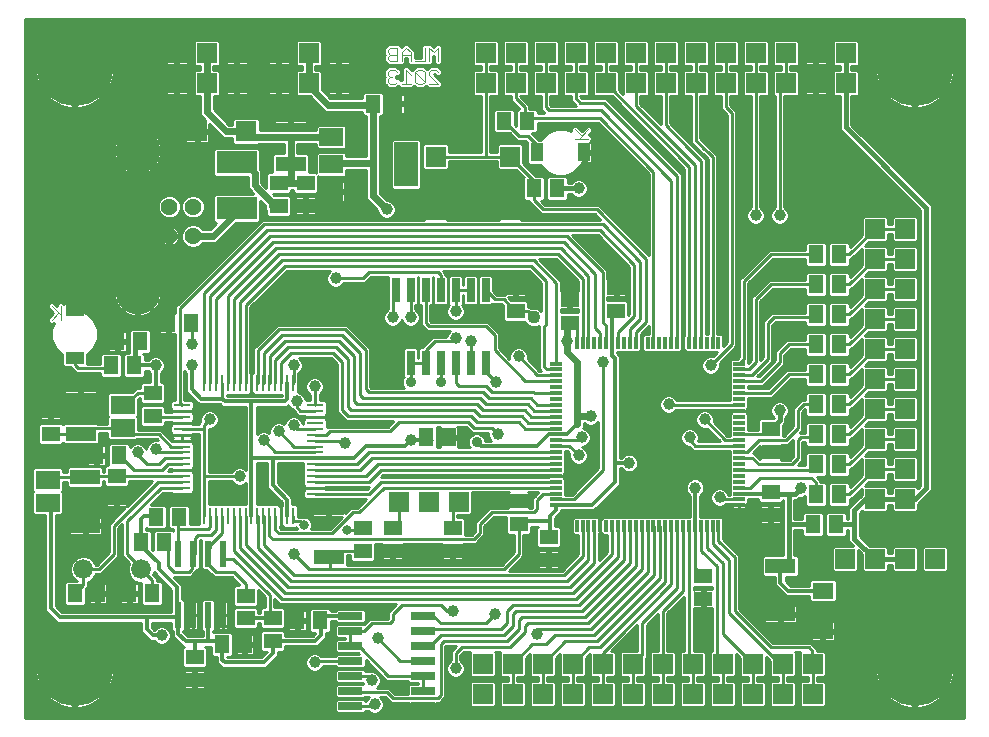
<source format=gbr>
G75*
G70*
%OFA0B0*%
%FSLAX24Y24*%
%IPPOS*%
%LPD*%
%AMOC8*
5,1,8,0,0,1.08239X$1,22.5*
%
%ADD10C,0.0040*%
%ADD11R,0.0236X0.0866*%
%ADD12R,0.0106X0.0571*%
%ADD13R,0.0571X0.0106*%
%ADD14R,0.0118X0.0394*%
%ADD15R,0.0394X0.0118*%
%ADD16R,0.0260X0.0800*%
%ADD17R,0.0800X0.0260*%
%ADD18R,0.0787X0.0591*%
%ADD19R,0.0787X0.1496*%
%ADD20C,0.0562*%
%ADD21C,0.1500*%
%ADD22R,0.0591X0.0512*%
%ADD23R,0.0512X0.0591*%
%ADD24R,0.0591X0.0413*%
%ADD25R,0.0650X0.0650*%
%ADD26R,0.0827X0.0591*%
%ADD27R,0.1000X0.0500*%
%ADD28C,0.0660*%
%ADD29R,0.0660X0.0660*%
%ADD30R,0.0413X0.0591*%
%ADD31R,0.0709X0.0551*%
%ADD32R,0.1339X0.0748*%
%ADD33R,0.0709X0.0669*%
%ADD34C,0.2540*%
%ADD35C,0.0100*%
%ADD36C,0.0396*%
%ADD37C,0.0357*%
%ADD38C,0.0317*%
%ADD39C,0.0120*%
%ADD40C,0.0160*%
%ADD41C,0.0436*%
%ADD42C,0.0240*%
D10*
X001782Y014269D02*
X002012Y014499D01*
X002089Y014422D02*
X001782Y014729D01*
X002089Y014729D02*
X002089Y014269D01*
X012990Y022214D02*
X013067Y022137D01*
X013220Y022137D01*
X013297Y022214D01*
X013451Y022137D02*
X013757Y022137D01*
X013604Y022137D02*
X013604Y022597D01*
X013757Y022444D01*
X013911Y022521D02*
X014218Y022214D01*
X014141Y022137D01*
X013988Y022137D01*
X013911Y022214D01*
X013911Y022521D01*
X013988Y022597D01*
X014141Y022597D01*
X014218Y022521D01*
X014218Y022214D01*
X014371Y022137D02*
X014678Y022137D01*
X014371Y022444D01*
X014371Y022521D01*
X014448Y022597D01*
X014602Y022597D01*
X014678Y022521D01*
X014678Y022882D02*
X014678Y023342D01*
X014525Y023189D01*
X014371Y023342D01*
X014371Y022882D01*
X014218Y022882D02*
X013911Y022882D01*
X013757Y022882D02*
X013757Y023189D01*
X013604Y023342D01*
X013451Y023189D01*
X013451Y022882D01*
X013297Y022882D02*
X013067Y022882D01*
X012990Y022958D01*
X012990Y023035D01*
X013067Y023112D01*
X013297Y023112D01*
X013451Y023112D02*
X013757Y023112D01*
X013297Y022882D02*
X013297Y023342D01*
X013067Y023342D01*
X012990Y023265D01*
X012990Y023189D01*
X013067Y023112D01*
X013067Y022597D02*
X012990Y022521D01*
X012990Y022444D01*
X013067Y022367D01*
X012990Y022291D01*
X012990Y022214D01*
X013067Y022367D02*
X013144Y022367D01*
X013297Y022521D02*
X013220Y022597D01*
X013067Y022597D01*
X014218Y022882D02*
X014218Y023342D01*
X019219Y020618D02*
X019449Y020388D01*
X019372Y020311D02*
X019679Y020618D01*
X019679Y020311D02*
X019219Y020311D01*
D11*
X007500Y006474D03*
X007000Y006474D03*
X006500Y006474D03*
X006000Y006474D03*
X006000Y004426D03*
X006500Y004426D03*
X007000Y004426D03*
X007500Y004426D03*
D12*
X007464Y007735D03*
X007267Y007735D03*
X007070Y007735D03*
X006874Y007735D03*
X007661Y007735D03*
X007858Y007735D03*
X008055Y007735D03*
X008252Y007735D03*
X008448Y007735D03*
X008645Y007735D03*
X008842Y007735D03*
X009039Y007735D03*
X009236Y007735D03*
X009433Y007735D03*
X009630Y007735D03*
X009826Y007735D03*
X009826Y012165D03*
X009630Y012165D03*
X009433Y012165D03*
X009236Y012165D03*
X009039Y012165D03*
X008842Y012165D03*
X008645Y012165D03*
X008448Y012165D03*
X008252Y012165D03*
X008055Y012165D03*
X007858Y012165D03*
X007661Y012165D03*
X007464Y012165D03*
X007267Y012165D03*
X007070Y012165D03*
X006874Y012165D03*
D13*
X006135Y011426D03*
X006135Y011230D03*
X006135Y011033D03*
X006135Y010836D03*
X006135Y010639D03*
X006135Y010442D03*
X006135Y010245D03*
X006135Y010048D03*
X006135Y009852D03*
X006135Y009655D03*
X006135Y009458D03*
X006135Y009261D03*
X006135Y009064D03*
X006135Y008867D03*
X006135Y008670D03*
X006135Y008474D03*
X010565Y008474D03*
X010565Y008670D03*
X010565Y008867D03*
X010565Y009064D03*
X010565Y009261D03*
X010565Y009458D03*
X010565Y009655D03*
X010565Y009852D03*
X010565Y010048D03*
X010565Y010245D03*
X010565Y010442D03*
X010565Y010639D03*
X010565Y010836D03*
X010565Y011033D03*
X010565Y011230D03*
X010565Y011426D03*
D14*
X019288Y013501D03*
X019485Y013501D03*
X019681Y013501D03*
X019878Y013501D03*
X020075Y013501D03*
X020272Y013501D03*
X020469Y013501D03*
X020666Y013501D03*
X020863Y013501D03*
X021059Y013501D03*
X021256Y013501D03*
X021453Y013501D03*
X021650Y013501D03*
X021847Y013501D03*
X022044Y013501D03*
X022241Y013501D03*
X022437Y013501D03*
X022634Y013501D03*
X022831Y013501D03*
X023028Y013501D03*
X023225Y013501D03*
X023422Y013501D03*
X023619Y013501D03*
X023815Y013501D03*
X024012Y013501D03*
X024012Y007399D03*
X023815Y007399D03*
X023619Y007399D03*
X023422Y007399D03*
X023225Y007399D03*
X023028Y007399D03*
X022831Y007399D03*
X022634Y007399D03*
X022437Y007399D03*
X022241Y007399D03*
X022044Y007399D03*
X021847Y007399D03*
X021650Y007399D03*
X021453Y007399D03*
X021256Y007399D03*
X021059Y007399D03*
X020863Y007399D03*
X020666Y007399D03*
X020469Y007399D03*
X020272Y007399D03*
X020075Y007399D03*
X019878Y007399D03*
X019681Y007399D03*
X019485Y007399D03*
X019288Y007399D03*
D15*
X018599Y008088D03*
X018599Y008285D03*
X018599Y008481D03*
X018599Y008678D03*
X018599Y008875D03*
X018599Y009072D03*
X018599Y009269D03*
X018599Y009466D03*
X018599Y009663D03*
X018599Y009859D03*
X018599Y010056D03*
X018599Y010253D03*
X018599Y010450D03*
X018599Y010647D03*
X018599Y010844D03*
X018599Y011041D03*
X018599Y011237D03*
X018599Y011434D03*
X018599Y011631D03*
X018599Y011828D03*
X018599Y012025D03*
X018599Y012222D03*
X018599Y012419D03*
X018599Y012615D03*
X018599Y012812D03*
X024701Y012812D03*
X024701Y012615D03*
X024701Y012419D03*
X024701Y012222D03*
X024701Y012025D03*
X024701Y011828D03*
X024701Y011631D03*
X024701Y011434D03*
X024701Y011237D03*
X024701Y011041D03*
X024701Y010844D03*
X024701Y010647D03*
X024701Y010450D03*
X024701Y010253D03*
X024701Y010056D03*
X024701Y009859D03*
X024701Y009663D03*
X024701Y009466D03*
X024701Y009269D03*
X024701Y009072D03*
X024701Y008875D03*
X024701Y008678D03*
X024701Y008481D03*
X024701Y008285D03*
X024701Y008088D03*
D16*
X016250Y012840D03*
X015750Y012840D03*
X015250Y012840D03*
X014750Y012840D03*
X014250Y012840D03*
X013750Y012840D03*
X013250Y012840D03*
X013250Y015260D03*
X013750Y015260D03*
X014250Y015260D03*
X014750Y015260D03*
X015250Y015260D03*
X015750Y015260D03*
X016250Y015260D03*
D17*
X014160Y004400D03*
X014160Y003900D03*
X014160Y003400D03*
X014160Y002900D03*
X014160Y002400D03*
X014160Y001900D03*
X014160Y001400D03*
X011740Y001400D03*
X011740Y001900D03*
X011740Y002400D03*
X011740Y002900D03*
X011740Y003400D03*
X011740Y003900D03*
X011740Y004400D03*
D18*
X011110Y018544D03*
X011110Y019450D03*
X011110Y020356D03*
D19*
X013590Y019450D03*
D20*
X006500Y018042D03*
X005713Y018042D03*
X005713Y017058D03*
X006500Y017058D03*
D21*
X004650Y015188D03*
X004650Y019912D03*
D22*
X009350Y018824D03*
X009350Y018076D03*
X010250Y018076D03*
X010250Y018824D03*
X017250Y015324D03*
X017250Y014576D03*
X019050Y014924D03*
X019050Y014176D03*
X020600Y014576D03*
X020600Y015324D03*
X025750Y010624D03*
X025750Y009876D03*
X025750Y008524D03*
X025750Y007776D03*
X023500Y005724D03*
X023500Y004976D03*
X018350Y006276D03*
X018350Y007024D03*
X017350Y007476D03*
X017350Y008224D03*
X015150Y007324D03*
X015150Y006576D03*
X013150Y006576D03*
X013150Y007324D03*
X012150Y007324D03*
X012150Y006576D03*
X009150Y004324D03*
X008250Y004326D03*
X008250Y005074D03*
X009150Y003576D03*
X006550Y003024D03*
X006550Y002276D03*
X003950Y008326D03*
X003950Y009074D03*
X001750Y010476D03*
X001750Y011224D03*
X005150Y011076D03*
X005150Y011824D03*
D23*
X004524Y012750D03*
X003776Y012750D03*
X003976Y013550D03*
X004724Y013550D03*
X005676Y014150D03*
X006424Y014150D03*
X004024Y009750D03*
X003276Y009750D03*
X005276Y007700D03*
X006024Y007700D03*
X005524Y006850D03*
X004776Y006850D03*
X005124Y005150D03*
X004376Y005150D03*
X003324Y005150D03*
X002576Y005150D03*
X007476Y003450D03*
X008224Y003450D03*
X009976Y004250D03*
X010724Y004250D03*
X014276Y010350D03*
X015024Y010350D03*
X017876Y018650D03*
X018624Y018650D03*
X017624Y020900D03*
X016876Y020900D03*
X013245Y021469D03*
X012497Y021469D03*
X027276Y016450D03*
X028024Y016450D03*
X028024Y015450D03*
X027276Y015450D03*
X027276Y014450D03*
X028024Y014450D03*
X028024Y013450D03*
X027276Y013450D03*
X027276Y012450D03*
X028024Y012450D03*
X028024Y011450D03*
X027276Y011450D03*
X027276Y010450D03*
X028024Y010450D03*
X028024Y009450D03*
X027276Y009450D03*
X027276Y008450D03*
X028024Y008450D03*
X027924Y007450D03*
X027176Y007450D03*
D24*
X002550Y013013D03*
X002550Y014587D03*
D25*
X005950Y022150D03*
X006950Y022150D03*
X007950Y022150D03*
X007950Y023150D03*
X006950Y023150D03*
X005950Y023150D03*
X009350Y023150D03*
X010350Y023150D03*
X011350Y023150D03*
X011350Y022150D03*
X010350Y022150D03*
X009350Y022150D03*
X016250Y022150D03*
X017250Y022150D03*
X017250Y023150D03*
X016250Y023150D03*
X018250Y023150D03*
X019250Y023150D03*
X019250Y022150D03*
X018250Y022150D03*
X020250Y022150D03*
X021250Y022150D03*
X022250Y022150D03*
X022250Y023150D03*
X021250Y023150D03*
X020250Y023150D03*
X023250Y023150D03*
X024250Y023150D03*
X025250Y023150D03*
X025250Y022150D03*
X024250Y022150D03*
X023250Y022150D03*
X026250Y022150D03*
X027250Y022150D03*
X027250Y023150D03*
X026250Y023150D03*
X028250Y023150D03*
X028250Y022150D03*
X029225Y017300D03*
X030225Y017300D03*
X030225Y016300D03*
X029225Y016300D03*
X029225Y015300D03*
X030225Y015300D03*
X030225Y014300D03*
X029225Y014300D03*
X029225Y013300D03*
X030225Y013300D03*
X030225Y012300D03*
X029225Y012300D03*
X029225Y011300D03*
X030225Y011300D03*
X030225Y010300D03*
X029225Y010300D03*
X029225Y009300D03*
X030225Y009300D03*
X030225Y008300D03*
X029225Y008300D03*
X029227Y007300D03*
X030227Y007300D03*
X030227Y006300D03*
X029227Y006300D03*
X028227Y006300D03*
X029227Y005300D03*
X030227Y005300D03*
X031227Y006300D03*
X028150Y002800D03*
X027150Y002800D03*
X026150Y002800D03*
X026150Y001800D03*
X027150Y001800D03*
X028150Y001800D03*
X025150Y001800D03*
X024150Y001800D03*
X024150Y002800D03*
X025150Y002800D03*
X023150Y002800D03*
X022150Y002800D03*
X021150Y002800D03*
X021150Y001800D03*
X022150Y001800D03*
X023150Y001800D03*
X020150Y001800D03*
X019150Y001800D03*
X018150Y001800D03*
X018150Y002800D03*
X019150Y002800D03*
X020150Y002800D03*
X017150Y002800D03*
X016150Y002800D03*
X016150Y001800D03*
X017150Y001800D03*
X015350Y008200D03*
X014350Y008200D03*
X013350Y008200D03*
D26*
X004150Y010656D03*
X004150Y011444D03*
X001650Y008944D03*
X001650Y008156D03*
D27*
X002900Y007400D03*
X002900Y009025D03*
X002750Y010475D03*
X002750Y012100D03*
X011025Y008000D03*
X011025Y006375D03*
X026078Y006074D03*
X026078Y004449D03*
X009750Y019475D03*
X009750Y021100D03*
D28*
X004761Y005950D03*
X002839Y005950D03*
D29*
X014585Y017939D03*
X014585Y019711D03*
X017065Y019711D03*
X017065Y017939D03*
D30*
X017963Y019850D03*
X019537Y019850D03*
D31*
X027490Y005236D03*
X027490Y003898D03*
D32*
X007950Y017982D03*
X007950Y019518D03*
D33*
X008257Y020550D03*
X006643Y020550D03*
D34*
X002550Y022650D03*
X002550Y002650D03*
X030550Y002650D03*
X030550Y022650D03*
D35*
X000900Y024300D02*
X000900Y001000D01*
X032200Y001000D01*
X032200Y024300D01*
X000900Y024300D01*
X000900Y024290D02*
X032200Y024290D01*
X032200Y024192D02*
X000900Y024192D01*
X000900Y024093D02*
X032200Y024093D01*
X032200Y023995D02*
X000900Y023995D01*
X000900Y023896D02*
X002110Y023896D01*
X002105Y023894D02*
X002229Y023932D01*
X002356Y023957D01*
X002485Y023970D01*
X002500Y023970D01*
X002500Y022700D01*
X002600Y022700D01*
X002600Y023970D01*
X002615Y023970D01*
X002744Y023957D01*
X002871Y023932D01*
X002995Y023894D01*
X003115Y023845D01*
X003229Y023784D01*
X003337Y023712D01*
X003438Y023629D01*
X003529Y023538D01*
X003612Y023437D01*
X003684Y023329D01*
X003745Y023215D01*
X003794Y023095D01*
X003832Y022971D01*
X003857Y022844D01*
X003870Y022715D01*
X003870Y022700D01*
X002600Y022700D01*
X002600Y022600D01*
X003870Y022600D01*
X003870Y022585D01*
X003857Y022456D01*
X003832Y022329D01*
X003794Y022205D01*
X003745Y022085D01*
X003684Y021971D01*
X003612Y021863D01*
X003529Y021762D01*
X003438Y021671D01*
X003337Y021588D01*
X003229Y021516D01*
X003115Y021455D01*
X002995Y021406D01*
X002871Y021368D01*
X002744Y021343D01*
X002615Y021330D01*
X002600Y021330D01*
X002600Y022600D01*
X002500Y022600D01*
X001230Y022600D01*
X001230Y022585D01*
X001243Y022456D01*
X001268Y022329D01*
X001306Y022205D01*
X001355Y022085D01*
X001416Y021971D01*
X001488Y021863D01*
X001571Y021762D01*
X001662Y021671D01*
X001763Y021588D01*
X001871Y021516D01*
X001985Y021455D01*
X002105Y021406D01*
X002229Y021368D01*
X002356Y021343D01*
X002485Y021330D01*
X002500Y021330D01*
X002500Y022600D01*
X002500Y022700D01*
X001230Y022700D01*
X001230Y022715D01*
X001243Y022844D01*
X001268Y022971D01*
X001306Y023095D01*
X001355Y023215D01*
X001416Y023329D01*
X001488Y023437D01*
X001571Y023538D01*
X001662Y023629D01*
X001763Y023712D01*
X001871Y023784D01*
X001985Y023845D01*
X002105Y023894D01*
X001897Y023798D02*
X000900Y023798D01*
X000900Y023699D02*
X001748Y023699D01*
X001634Y023601D02*
X000900Y023601D01*
X000900Y023502D02*
X001542Y023502D01*
X001466Y023404D02*
X000900Y023404D01*
X000900Y023305D02*
X001403Y023305D01*
X001352Y023207D02*
X000900Y023207D01*
X000900Y023108D02*
X001311Y023108D01*
X001280Y023010D02*
X000900Y023010D01*
X000900Y022911D02*
X001256Y022911D01*
X001240Y022813D02*
X000900Y022813D01*
X000900Y022714D02*
X001230Y022714D01*
X001237Y022517D02*
X000900Y022517D01*
X000900Y022419D02*
X001250Y022419D01*
X001271Y022320D02*
X000900Y022320D01*
X000900Y022222D02*
X001301Y022222D01*
X001340Y022123D02*
X000900Y022123D01*
X000900Y022025D02*
X001388Y022025D01*
X001446Y021926D02*
X000900Y021926D01*
X000900Y021828D02*
X001517Y021828D01*
X001604Y021729D02*
X000900Y021729D01*
X000900Y021631D02*
X001711Y021631D01*
X001847Y021532D02*
X000900Y021532D01*
X000900Y021434D02*
X002037Y021434D01*
X002434Y021335D02*
X000900Y021335D01*
X000900Y021237D02*
X006724Y021237D01*
X006724Y021335D02*
X002666Y021335D01*
X002600Y021335D02*
X002500Y021335D01*
X002500Y021434D02*
X002600Y021434D01*
X002600Y021532D02*
X002500Y021532D01*
X002500Y021631D02*
X002600Y021631D01*
X002600Y021729D02*
X002500Y021729D01*
X002500Y021828D02*
X002600Y021828D01*
X002600Y021926D02*
X002500Y021926D01*
X002500Y022025D02*
X002600Y022025D01*
X002600Y022123D02*
X002500Y022123D01*
X002500Y022222D02*
X002600Y022222D01*
X002600Y022320D02*
X002500Y022320D01*
X002500Y022419D02*
X002600Y022419D01*
X002600Y022517D02*
X002500Y022517D01*
X002500Y022616D02*
X000900Y022616D01*
X002500Y022714D02*
X002600Y022714D01*
X002600Y022616D02*
X006720Y022616D01*
X006720Y022585D02*
X006579Y022585D01*
X006515Y022521D01*
X006515Y021779D01*
X006579Y021715D01*
X006724Y021715D01*
X006724Y021107D01*
X006859Y020972D01*
X006896Y020935D01*
X006693Y020935D01*
X006693Y020600D01*
X007047Y020600D01*
X007047Y020784D01*
X007511Y020320D01*
X007793Y020320D01*
X007793Y020170D01*
X007857Y020105D01*
X008657Y020105D01*
X008677Y020126D01*
X009520Y020126D01*
X009520Y019835D01*
X009204Y019835D01*
X009140Y019771D01*
X009140Y019190D01*
X009009Y019190D01*
X008945Y019125D01*
X008945Y018681D01*
X008780Y018845D01*
X008780Y019245D01*
X008729Y019296D01*
X008729Y019937D01*
X008665Y020002D01*
X007235Y020002D01*
X007171Y019937D01*
X007171Y019098D01*
X007235Y019034D01*
X008320Y019034D01*
X008320Y018655D01*
X008455Y018520D01*
X008508Y018466D01*
X007235Y018466D01*
X007171Y018402D01*
X007171Y017563D01*
X007235Y017498D01*
X007273Y017498D01*
X007063Y017288D01*
X006823Y017288D01*
X006722Y017389D01*
X006578Y017449D01*
X006423Y017449D01*
X006279Y017389D01*
X006169Y017279D01*
X006109Y017136D01*
X006109Y016980D01*
X006169Y016836D01*
X006279Y016726D01*
X006423Y016667D01*
X006578Y016667D01*
X006722Y016726D01*
X006823Y016828D01*
X007253Y016828D01*
X007924Y017498D01*
X008665Y017498D01*
X008729Y017563D01*
X008729Y018245D01*
X008894Y018081D01*
X008894Y017981D01*
X008945Y017930D01*
X008945Y017775D01*
X009009Y017710D01*
X009691Y017710D01*
X009755Y017775D01*
X009755Y018377D01*
X009691Y018442D01*
X009183Y018442D01*
X009167Y018458D01*
X009691Y018458D01*
X009755Y018523D01*
X009755Y018594D01*
X009845Y018594D01*
X009845Y018523D01*
X009909Y018458D01*
X010591Y018458D01*
X010655Y018523D01*
X010655Y019060D01*
X010671Y019045D01*
X011549Y019045D01*
X011614Y019109D01*
X011614Y019260D01*
X012267Y019260D01*
X012267Y018307D01*
X012402Y018173D01*
X012642Y017933D01*
X012642Y017889D01*
X012689Y017775D01*
X012775Y017689D01*
X012889Y017642D01*
X013011Y017642D01*
X013125Y017689D01*
X013211Y017775D01*
X013258Y017889D01*
X013258Y018011D01*
X013211Y018125D01*
X013125Y018211D01*
X013011Y018258D01*
X012967Y018258D01*
X012727Y018498D01*
X012727Y021064D01*
X012799Y021064D01*
X012863Y021128D01*
X012863Y021810D01*
X012799Y021874D01*
X012196Y021874D01*
X012131Y021810D01*
X012131Y021666D01*
X011081Y021666D01*
X010785Y021962D01*
X010785Y022521D01*
X010721Y022585D01*
X010580Y022585D01*
X010580Y022715D01*
X010721Y022715D01*
X010785Y022779D01*
X010785Y023521D01*
X010721Y023585D01*
X009979Y023585D01*
X009915Y023521D01*
X009915Y022779D01*
X009979Y022715D01*
X010120Y022715D01*
X010120Y022585D01*
X009979Y022585D01*
X009915Y022521D01*
X009915Y021779D01*
X009979Y021715D01*
X010382Y021715D01*
X010756Y021341D01*
X010890Y021206D01*
X012131Y021206D01*
X012131Y021128D01*
X012196Y021064D01*
X012267Y021064D01*
X012267Y019720D01*
X011614Y019720D01*
X011614Y019791D01*
X011549Y019855D01*
X010671Y019855D01*
X010606Y019791D01*
X010606Y019175D01*
X010591Y019190D01*
X010360Y019190D01*
X010360Y019771D01*
X010296Y019835D01*
X009980Y019835D01*
X009980Y020126D01*
X010606Y020126D01*
X010606Y020015D01*
X010671Y019950D01*
X011549Y019950D01*
X011614Y020015D01*
X011614Y020696D01*
X011549Y020761D01*
X010671Y020761D01*
X010606Y020696D01*
X010606Y020586D01*
X008721Y020586D01*
X008721Y020930D01*
X008657Y020995D01*
X007857Y020995D01*
X007793Y020930D01*
X007793Y020780D01*
X007701Y020780D01*
X007184Y021297D01*
X007184Y021715D01*
X007321Y021715D01*
X007385Y021779D01*
X007385Y022521D01*
X007321Y022585D01*
X007180Y022585D01*
X007180Y022715D01*
X007321Y022715D01*
X007385Y022779D01*
X007385Y023521D01*
X007321Y023585D01*
X006579Y023585D01*
X006515Y023521D01*
X006515Y022779D01*
X006579Y022715D01*
X006720Y022715D01*
X006720Y022585D01*
X006720Y022714D02*
X003870Y022714D01*
X003860Y022813D02*
X005576Y022813D01*
X005575Y022815D02*
X005583Y022797D01*
X005597Y022783D01*
X005615Y022775D01*
X005912Y022775D01*
X005912Y023112D01*
X005988Y023112D01*
X005988Y023188D01*
X006325Y023188D01*
X006325Y023485D01*
X006317Y023503D01*
X006303Y023517D01*
X006285Y023525D01*
X005988Y023525D01*
X005988Y023188D01*
X005912Y023188D01*
X005912Y023525D01*
X005615Y023525D01*
X005597Y023517D01*
X005583Y023503D01*
X005575Y023485D01*
X005575Y023188D01*
X005912Y023188D01*
X005912Y023112D01*
X005575Y023112D01*
X005575Y022815D01*
X005575Y022911D02*
X003844Y022911D01*
X003820Y023010D02*
X005575Y023010D01*
X005575Y023108D02*
X003789Y023108D01*
X003748Y023207D02*
X005575Y023207D01*
X005575Y023305D02*
X003697Y023305D01*
X003634Y023404D02*
X005575Y023404D01*
X005582Y023502D02*
X003558Y023502D01*
X003466Y023601D02*
X029634Y023601D01*
X029662Y023629D02*
X029571Y023538D01*
X029488Y023437D01*
X029416Y023329D01*
X029355Y023215D01*
X029306Y023095D01*
X029268Y022971D01*
X029243Y022844D01*
X029230Y022715D01*
X029230Y022700D01*
X030500Y022700D01*
X030500Y023970D01*
X030485Y023970D01*
X030356Y023957D01*
X030229Y023932D01*
X030105Y023894D01*
X029985Y023845D01*
X029871Y023784D01*
X029763Y023712D01*
X029662Y023629D01*
X029748Y023699D02*
X003352Y023699D01*
X003203Y023798D02*
X029897Y023798D01*
X030110Y023896D02*
X002990Y023896D01*
X002600Y023896D02*
X002500Y023896D01*
X002500Y023798D02*
X002600Y023798D01*
X002600Y023699D02*
X002500Y023699D01*
X002500Y023601D02*
X002600Y023601D01*
X002600Y023502D02*
X002500Y023502D01*
X002500Y023404D02*
X002600Y023404D01*
X002600Y023305D02*
X002500Y023305D01*
X002500Y023207D02*
X002600Y023207D01*
X002600Y023108D02*
X002500Y023108D01*
X002500Y023010D02*
X002600Y023010D01*
X002600Y022911D02*
X002500Y022911D01*
X002500Y022813D02*
X002600Y022813D01*
X003760Y022123D02*
X005912Y022123D01*
X005912Y022112D02*
X005575Y022112D01*
X005575Y021815D01*
X005583Y021797D01*
X005597Y021783D01*
X005615Y021775D01*
X005912Y021775D01*
X005912Y022112D01*
X005988Y022112D01*
X005988Y022188D01*
X006325Y022188D01*
X006325Y022485D01*
X006317Y022503D01*
X006303Y022517D01*
X006285Y022525D01*
X005988Y022525D01*
X005988Y022188D01*
X005912Y022188D01*
X005912Y022525D01*
X005615Y022525D01*
X005597Y022517D01*
X005583Y022503D01*
X005575Y022485D01*
X005575Y022188D01*
X005912Y022188D01*
X005912Y022112D01*
X005988Y022112D02*
X005988Y021775D01*
X006285Y021775D01*
X006303Y021783D01*
X006317Y021797D01*
X006325Y021815D01*
X006325Y022112D01*
X005988Y022112D01*
X005988Y022123D02*
X006515Y022123D01*
X006515Y022025D02*
X006325Y022025D01*
X006325Y021926D02*
X006515Y021926D01*
X006515Y021828D02*
X006325Y021828D01*
X006565Y021729D02*
X003496Y021729D01*
X003583Y021828D02*
X005575Y021828D01*
X005575Y021926D02*
X003654Y021926D01*
X003712Y022025D02*
X005575Y022025D01*
X005575Y022222D02*
X003799Y022222D01*
X003829Y022320D02*
X005575Y022320D01*
X005575Y022419D02*
X003850Y022419D01*
X003863Y022517D02*
X005596Y022517D01*
X005912Y022517D02*
X005988Y022517D01*
X005988Y022419D02*
X005912Y022419D01*
X005912Y022320D02*
X005988Y022320D01*
X005988Y022222D02*
X005912Y022222D01*
X005912Y022025D02*
X005988Y022025D01*
X005988Y021926D02*
X005912Y021926D01*
X005912Y021828D02*
X005988Y021828D01*
X006325Y022222D02*
X006515Y022222D01*
X006515Y022320D02*
X006325Y022320D01*
X006325Y022419D02*
X006515Y022419D01*
X006515Y022517D02*
X006304Y022517D01*
X006285Y022775D02*
X006303Y022783D01*
X006317Y022797D01*
X006325Y022815D01*
X006325Y023112D01*
X005988Y023112D01*
X005988Y022775D01*
X006285Y022775D01*
X006324Y022813D02*
X006515Y022813D01*
X006515Y022911D02*
X006325Y022911D01*
X006325Y023010D02*
X006515Y023010D01*
X006515Y023108D02*
X006325Y023108D01*
X006325Y023207D02*
X006515Y023207D01*
X006515Y023305D02*
X006325Y023305D01*
X006325Y023404D02*
X006515Y023404D01*
X006515Y023502D02*
X006318Y023502D01*
X005988Y023502D02*
X005912Y023502D01*
X005912Y023404D02*
X005988Y023404D01*
X005988Y023305D02*
X005912Y023305D01*
X005912Y023207D02*
X005988Y023207D01*
X005988Y023108D02*
X005912Y023108D01*
X005912Y023010D02*
X005988Y023010D01*
X005988Y022911D02*
X005912Y022911D01*
X005912Y022813D02*
X005988Y022813D01*
X007180Y022714D02*
X010120Y022714D01*
X010120Y022616D02*
X007180Y022616D01*
X007385Y022517D02*
X007596Y022517D01*
X007597Y022517D02*
X007583Y022503D01*
X007575Y022485D01*
X007575Y022188D01*
X007912Y022188D01*
X007912Y022525D01*
X007615Y022525D01*
X007597Y022517D01*
X007575Y022419D02*
X007385Y022419D01*
X007385Y022320D02*
X007575Y022320D01*
X007575Y022222D02*
X007385Y022222D01*
X007385Y022123D02*
X007912Y022123D01*
X007912Y022112D02*
X007575Y022112D01*
X007575Y021815D01*
X007583Y021797D01*
X007597Y021783D01*
X007615Y021775D01*
X007912Y021775D01*
X007912Y022112D01*
X007988Y022112D01*
X007988Y022188D01*
X008325Y022188D01*
X008325Y022485D01*
X008317Y022503D01*
X008303Y022517D01*
X008285Y022525D01*
X007988Y022525D01*
X007988Y022188D01*
X007912Y022188D01*
X007912Y022112D01*
X007988Y022112D02*
X007988Y021775D01*
X008285Y021775D01*
X008303Y021783D01*
X008317Y021797D01*
X008325Y021815D01*
X008325Y022112D01*
X007988Y022112D01*
X007988Y022123D02*
X009312Y022123D01*
X009312Y022112D02*
X008975Y022112D01*
X008975Y021815D01*
X008983Y021797D01*
X008997Y021783D01*
X009015Y021775D01*
X009312Y021775D01*
X009312Y022112D01*
X009388Y022112D01*
X009388Y022188D01*
X009725Y022188D01*
X009725Y022485D01*
X009717Y022503D01*
X009703Y022517D01*
X009685Y022525D01*
X009388Y022525D01*
X009388Y022188D01*
X009312Y022188D01*
X009312Y022525D01*
X009015Y022525D01*
X008997Y022517D01*
X008983Y022503D01*
X008975Y022485D01*
X008975Y022188D01*
X009312Y022188D01*
X009312Y022112D01*
X009388Y022112D02*
X009388Y021775D01*
X009685Y021775D01*
X009703Y021783D01*
X009717Y021797D01*
X009725Y021815D01*
X009725Y022112D01*
X009388Y022112D01*
X009388Y022123D02*
X009915Y022123D01*
X009915Y022025D02*
X009725Y022025D01*
X009725Y021926D02*
X009915Y021926D01*
X009915Y021828D02*
X009725Y021828D01*
X009965Y021729D02*
X007335Y021729D01*
X007385Y021828D02*
X007575Y021828D01*
X007575Y021926D02*
X007385Y021926D01*
X007385Y022025D02*
X007575Y022025D01*
X007912Y022025D02*
X007988Y022025D01*
X007988Y021926D02*
X007912Y021926D01*
X007912Y021828D02*
X007988Y021828D01*
X008325Y021828D02*
X008975Y021828D01*
X008975Y021926D02*
X008325Y021926D01*
X008325Y022025D02*
X008975Y022025D01*
X008975Y022222D02*
X008325Y022222D01*
X008325Y022320D02*
X008975Y022320D01*
X008975Y022419D02*
X008325Y022419D01*
X008304Y022517D02*
X008996Y022517D01*
X009015Y022775D02*
X009312Y022775D01*
X009312Y023112D01*
X009388Y023112D01*
X009388Y023188D01*
X009725Y023188D01*
X009725Y023485D01*
X009717Y023503D01*
X009703Y023517D01*
X009685Y023525D01*
X009388Y023525D01*
X009388Y023188D01*
X009312Y023188D01*
X009312Y023525D01*
X009015Y023525D01*
X008997Y023517D01*
X008983Y023503D01*
X008975Y023485D01*
X008975Y023188D01*
X009312Y023188D01*
X009312Y023112D01*
X008975Y023112D01*
X008975Y022815D01*
X008983Y022797D01*
X008997Y022783D01*
X009015Y022775D01*
X008976Y022813D02*
X008324Y022813D01*
X008325Y022815D02*
X008325Y023112D01*
X007988Y023112D01*
X007988Y023188D01*
X008325Y023188D01*
X008325Y023485D01*
X008317Y023503D01*
X008303Y023517D01*
X008285Y023525D01*
X007988Y023525D01*
X007988Y023188D01*
X007912Y023188D01*
X007912Y023525D01*
X007615Y023525D01*
X007597Y023517D01*
X007583Y023503D01*
X007575Y023485D01*
X007575Y023188D01*
X007912Y023188D01*
X007912Y023112D01*
X007988Y023112D01*
X007988Y022775D01*
X008285Y022775D01*
X008303Y022783D01*
X008317Y022797D01*
X008325Y022815D01*
X008325Y022911D02*
X008975Y022911D01*
X008975Y023010D02*
X008325Y023010D01*
X008325Y023108D02*
X008975Y023108D01*
X008975Y023207D02*
X008325Y023207D01*
X008325Y023305D02*
X008975Y023305D01*
X008975Y023404D02*
X008325Y023404D01*
X008318Y023502D02*
X008982Y023502D01*
X009312Y023502D02*
X009388Y023502D01*
X009388Y023404D02*
X009312Y023404D01*
X009312Y023305D02*
X009388Y023305D01*
X009388Y023207D02*
X009312Y023207D01*
X009312Y023108D02*
X009388Y023108D01*
X009388Y023112D02*
X009388Y022775D01*
X009685Y022775D01*
X009703Y022783D01*
X009717Y022797D01*
X009725Y022815D01*
X009725Y023112D01*
X009388Y023112D01*
X009388Y023010D02*
X009312Y023010D01*
X009312Y022911D02*
X009388Y022911D01*
X009388Y022813D02*
X009312Y022813D01*
X009312Y022517D02*
X009388Y022517D01*
X009388Y022419D02*
X009312Y022419D01*
X009312Y022320D02*
X009388Y022320D01*
X009388Y022222D02*
X009312Y022222D01*
X009312Y022025D02*
X009388Y022025D01*
X009388Y021926D02*
X009312Y021926D01*
X009312Y021828D02*
X009388Y021828D01*
X009240Y021400D02*
X009222Y021392D01*
X009208Y021378D01*
X009200Y021360D01*
X009200Y021150D01*
X009700Y021150D01*
X009700Y021400D01*
X009240Y021400D01*
X009200Y021335D02*
X007184Y021335D01*
X007184Y021434D02*
X010663Y021434D01*
X010565Y021532D02*
X007184Y021532D01*
X007184Y021631D02*
X010466Y021631D01*
X010278Y021392D02*
X010260Y021400D01*
X009800Y021400D01*
X009800Y021150D01*
X009700Y021150D01*
X009700Y021050D01*
X009200Y021050D01*
X009200Y020840D01*
X009208Y020822D01*
X009222Y020808D01*
X009240Y020800D01*
X009700Y020800D01*
X009700Y021050D01*
X009800Y021050D01*
X009800Y021150D01*
X010300Y021150D01*
X010300Y021360D01*
X010292Y021378D01*
X010278Y021392D01*
X010300Y021335D02*
X010762Y021335D01*
X010860Y021237D02*
X010300Y021237D01*
X010300Y021050D02*
X009800Y021050D01*
X009800Y020800D01*
X010260Y020800D01*
X010278Y020808D01*
X010292Y020822D01*
X010300Y020840D01*
X010300Y021050D01*
X010300Y021040D02*
X012267Y021040D01*
X012267Y020941D02*
X010300Y020941D01*
X010300Y020843D02*
X012267Y020843D01*
X012267Y020744D02*
X011566Y020744D01*
X011614Y020646D02*
X012267Y020646D01*
X012267Y020547D02*
X011614Y020547D01*
X011614Y020449D02*
X012267Y020449D01*
X012267Y020350D02*
X011614Y020350D01*
X011614Y020252D02*
X012267Y020252D01*
X012267Y020153D02*
X011614Y020153D01*
X011614Y020055D02*
X012267Y020055D01*
X012267Y019956D02*
X011555Y019956D01*
X011614Y019759D02*
X012267Y019759D01*
X012267Y019858D02*
X009980Y019858D01*
X009980Y019956D02*
X010665Y019956D01*
X010606Y020055D02*
X009980Y020055D01*
X009520Y020055D02*
X005438Y020055D01*
X005436Y020069D02*
X005409Y020170D01*
X005369Y020267D01*
X005317Y020358D01*
X005253Y020441D01*
X005179Y020515D01*
X005095Y020579D01*
X005005Y020631D01*
X004908Y020671D01*
X004806Y020699D01*
X004702Y020712D01*
X004700Y020712D01*
X004700Y019962D01*
X005450Y019962D01*
X005450Y019965D01*
X005436Y020069D01*
X005414Y020153D02*
X007809Y020153D01*
X007793Y020252D02*
X007047Y020252D01*
X007047Y020205D02*
X007047Y020500D01*
X006693Y020500D01*
X006693Y020600D01*
X006593Y020600D01*
X006593Y020935D01*
X006279Y020935D01*
X006260Y020927D01*
X006246Y020913D01*
X006239Y020895D01*
X006239Y020600D01*
X006593Y020600D01*
X006593Y020500D01*
X006693Y020500D01*
X006693Y020165D01*
X007007Y020165D01*
X007026Y020173D01*
X007040Y020187D01*
X007047Y020205D01*
X007047Y020350D02*
X007481Y020350D01*
X007382Y020449D02*
X007047Y020449D01*
X007047Y020646D02*
X007185Y020646D01*
X007087Y020744D02*
X007047Y020744D01*
X006890Y020941D02*
X000900Y020941D01*
X000900Y020843D02*
X006239Y020843D01*
X006239Y020744D02*
X000900Y020744D01*
X000900Y020646D02*
X004330Y020646D01*
X004295Y020631D02*
X004205Y020579D01*
X004121Y020515D01*
X004047Y020441D01*
X003983Y020358D01*
X003931Y020267D01*
X003891Y020170D01*
X003864Y020069D01*
X003850Y019965D01*
X003850Y019962D01*
X004600Y019962D01*
X004600Y019862D01*
X004700Y019862D01*
X004700Y019112D01*
X004702Y019112D01*
X004806Y019126D01*
X004908Y019153D01*
X005005Y019193D01*
X005095Y019246D01*
X005179Y019309D01*
X005253Y019384D01*
X005317Y019467D01*
X005369Y019558D01*
X005409Y019655D01*
X005436Y019756D01*
X005450Y019860D01*
X005450Y019862D01*
X004700Y019862D01*
X004700Y019962D01*
X004600Y019962D01*
X004600Y020712D01*
X004598Y020712D01*
X004494Y020699D01*
X004392Y020671D01*
X004295Y020631D01*
X004163Y020547D02*
X000900Y020547D01*
X000900Y020449D02*
X004055Y020449D01*
X003979Y020350D02*
X000900Y020350D01*
X000900Y020252D02*
X003925Y020252D01*
X003886Y020153D02*
X000900Y020153D01*
X000900Y020055D02*
X003862Y020055D01*
X003850Y019862D02*
X003850Y019860D01*
X003864Y019756D01*
X003891Y019655D01*
X003931Y019558D01*
X003983Y019467D01*
X004047Y019384D01*
X004121Y019309D01*
X004205Y019246D01*
X004295Y019193D01*
X004392Y019153D01*
X004494Y019126D01*
X004598Y019112D01*
X004600Y019112D01*
X004600Y019862D01*
X003850Y019862D01*
X003850Y019858D02*
X000900Y019858D01*
X000900Y019956D02*
X004600Y019956D01*
X004600Y019858D02*
X004700Y019858D01*
X004700Y019956D02*
X007189Y019956D01*
X007171Y019858D02*
X005450Y019858D01*
X005437Y019759D02*
X007171Y019759D01*
X007171Y019661D02*
X005411Y019661D01*
X005371Y019562D02*
X007171Y019562D01*
X007171Y019464D02*
X005314Y019464D01*
X005234Y019365D02*
X007171Y019365D01*
X007171Y019267D02*
X005123Y019267D01*
X004944Y019168D02*
X007171Y019168D01*
X007199Y019070D02*
X000900Y019070D01*
X000900Y019168D02*
X004356Y019168D01*
X004177Y019267D02*
X000900Y019267D01*
X000900Y019365D02*
X004066Y019365D01*
X003986Y019464D02*
X000900Y019464D01*
X000900Y019562D02*
X003929Y019562D01*
X003889Y019661D02*
X000900Y019661D01*
X000900Y019759D02*
X003863Y019759D01*
X004600Y019759D02*
X004700Y019759D01*
X004700Y019661D02*
X004600Y019661D01*
X004600Y019562D02*
X004700Y019562D01*
X004700Y019464D02*
X004600Y019464D01*
X004600Y019365D02*
X004700Y019365D01*
X004700Y019267D02*
X004600Y019267D01*
X004600Y019168D02*
X004700Y019168D01*
X005491Y018374D02*
X005381Y018264D01*
X005322Y018120D01*
X005322Y017964D01*
X005381Y017821D01*
X005491Y017711D01*
X005635Y017651D01*
X005791Y017651D01*
X005935Y017711D01*
X006045Y017821D01*
X006104Y017964D01*
X006104Y018120D01*
X006045Y018264D01*
X005935Y018374D01*
X005791Y018433D01*
X005635Y018433D01*
X005491Y018374D01*
X005507Y018380D02*
X000900Y018380D01*
X000900Y018282D02*
X005399Y018282D01*
X005348Y018183D02*
X000900Y018183D01*
X000900Y018085D02*
X005322Y018085D01*
X005322Y017986D02*
X000900Y017986D01*
X000900Y017888D02*
X005354Y017888D01*
X005413Y017789D02*
X000900Y017789D01*
X000900Y017691D02*
X005540Y017691D01*
X005616Y017376D02*
X005556Y017351D01*
X005502Y017315D01*
X005456Y017269D01*
X005420Y017215D01*
X005395Y017154D01*
X005383Y017098D01*
X005672Y017098D01*
X005672Y017017D01*
X005383Y017017D01*
X005395Y016961D01*
X005420Y016901D01*
X005456Y016847D01*
X005502Y016801D01*
X005556Y016764D01*
X005616Y016739D01*
X005672Y016728D01*
X005672Y017017D01*
X005754Y017017D01*
X005754Y017098D01*
X006043Y017098D01*
X006031Y017154D01*
X006006Y017215D01*
X005970Y017269D01*
X005924Y017315D01*
X005870Y017351D01*
X005810Y017376D01*
X005754Y017387D01*
X005754Y017098D01*
X005672Y017098D01*
X005672Y017387D01*
X005616Y017376D01*
X005672Y017297D02*
X005754Y017297D01*
X005754Y017198D02*
X005672Y017198D01*
X005672Y017100D02*
X005754Y017100D01*
X005754Y017017D02*
X006043Y017017D01*
X006031Y016961D01*
X006006Y016901D01*
X005970Y016847D01*
X005924Y016801D01*
X005870Y016764D01*
X005810Y016739D01*
X005754Y016728D01*
X005754Y017017D01*
X005754Y017001D02*
X005672Y017001D01*
X005672Y016903D02*
X005754Y016903D01*
X005754Y016804D02*
X005672Y016804D01*
X005499Y016804D02*
X000900Y016804D01*
X000900Y016706D02*
X006329Y016706D01*
X006201Y016804D02*
X005927Y016804D01*
X006007Y016903D02*
X006141Y016903D01*
X006109Y017001D02*
X006039Y017001D01*
X006042Y017100D02*
X006109Y017100D01*
X006135Y017198D02*
X006013Y017198D01*
X005943Y017297D02*
X006186Y017297D01*
X006292Y017395D02*
X000900Y017395D01*
X000900Y017297D02*
X005483Y017297D01*
X005413Y017198D02*
X000900Y017198D01*
X000900Y017100D02*
X005384Y017100D01*
X005387Y017001D02*
X000900Y017001D01*
X000900Y016903D02*
X005419Y016903D01*
X005886Y017691D02*
X006327Y017691D01*
X006279Y017711D02*
X006423Y017651D01*
X006578Y017651D01*
X006722Y017711D01*
X006832Y017821D01*
X006891Y017964D01*
X006891Y018120D01*
X006832Y018264D01*
X006722Y018374D01*
X006578Y018433D01*
X006423Y018433D01*
X006279Y018374D01*
X006169Y018264D01*
X006109Y018120D01*
X006109Y017964D01*
X006169Y017821D01*
X006279Y017711D01*
X006200Y017789D02*
X006013Y017789D01*
X006072Y017888D02*
X006141Y017888D01*
X006109Y017986D02*
X006104Y017986D01*
X006104Y018085D02*
X006109Y018085D01*
X006135Y018183D02*
X006078Y018183D01*
X006027Y018282D02*
X006187Y018282D01*
X006294Y018380D02*
X005919Y018380D01*
X006707Y018380D02*
X007171Y018380D01*
X007171Y018282D02*
X006814Y018282D01*
X006865Y018183D02*
X007171Y018183D01*
X007171Y018085D02*
X006891Y018085D01*
X006891Y017986D02*
X007171Y017986D01*
X007171Y017888D02*
X006860Y017888D01*
X006800Y017789D02*
X007171Y017789D01*
X007171Y017691D02*
X006674Y017691D01*
X006708Y017395D02*
X007170Y017395D01*
X007268Y017494D02*
X000900Y017494D01*
X000900Y017592D02*
X007171Y017592D01*
X007071Y017297D02*
X006815Y017297D01*
X006800Y016804D02*
X007978Y016804D01*
X008076Y016903D02*
X007328Y016903D01*
X007426Y017001D02*
X008175Y017001D01*
X008273Y017100D02*
X007525Y017100D01*
X007623Y017198D02*
X008372Y017198D01*
X008470Y017297D02*
X007722Y017297D01*
X007820Y017395D02*
X008569Y017395D01*
X008667Y017494D02*
X007919Y017494D01*
X007879Y016706D02*
X006672Y016706D01*
X007288Y016115D02*
X000900Y016115D01*
X000900Y016213D02*
X007387Y016213D01*
X007485Y016312D02*
X000900Y016312D01*
X000900Y016410D02*
X007584Y016410D01*
X007682Y016509D02*
X000900Y016509D01*
X000900Y016607D02*
X007781Y016607D01*
X007190Y016016D02*
X000900Y016016D01*
X000900Y015918D02*
X004321Y015918D01*
X004295Y015907D02*
X004205Y015854D01*
X004121Y015791D01*
X004047Y015716D01*
X003983Y015633D01*
X003931Y015542D01*
X003891Y015445D01*
X003864Y015344D01*
X003850Y015240D01*
X003850Y015238D01*
X004600Y015238D01*
X004600Y015988D01*
X004598Y015988D01*
X004494Y015974D01*
X004392Y015947D01*
X004295Y015907D01*
X004159Y015819D02*
X000900Y015819D01*
X000900Y015721D02*
X004051Y015721D01*
X003977Y015622D02*
X000900Y015622D01*
X000900Y015524D02*
X003923Y015524D01*
X003885Y015425D02*
X000900Y015425D01*
X000900Y015327D02*
X003861Y015327D01*
X003850Y015138D02*
X003850Y015135D01*
X003864Y015031D01*
X000900Y015031D01*
X000900Y014933D02*
X003890Y014933D01*
X003891Y014930D02*
X003931Y014833D01*
X003983Y014742D01*
X004047Y014659D01*
X004121Y014585D01*
X004205Y014521D01*
X004295Y014469D01*
X004392Y014429D01*
X004494Y014401D01*
X004598Y014388D01*
X004600Y014388D01*
X004600Y015138D01*
X003850Y015138D01*
X003851Y015130D02*
X000900Y015130D01*
X000900Y015228D02*
X004600Y015228D01*
X004600Y015238D02*
X004600Y015138D01*
X004700Y015138D01*
X004700Y015238D01*
X004600Y015238D01*
X004600Y015327D02*
X004700Y015327D01*
X004700Y015238D02*
X004700Y015988D01*
X004702Y015988D01*
X004806Y015974D01*
X004908Y015947D01*
X005005Y015907D01*
X005095Y015854D01*
X005179Y015791D01*
X005253Y015716D01*
X005317Y015633D01*
X005369Y015542D01*
X005409Y015445D01*
X005436Y015344D01*
X005450Y015240D01*
X005450Y015238D01*
X004700Y015238D01*
X004700Y015228D02*
X006402Y015228D01*
X006500Y015327D02*
X005439Y015327D01*
X005415Y015425D02*
X006599Y015425D01*
X006697Y015524D02*
X005377Y015524D01*
X005323Y015622D02*
X006796Y015622D01*
X006894Y015721D02*
X005249Y015721D01*
X005141Y015819D02*
X006993Y015819D01*
X007091Y015918D02*
X004979Y015918D01*
X004700Y015918D02*
X004600Y015918D01*
X004600Y015819D02*
X004700Y015819D01*
X004700Y015721D02*
X004600Y015721D01*
X004600Y015622D02*
X004700Y015622D01*
X004700Y015524D02*
X004600Y015524D01*
X004600Y015425D02*
X004700Y015425D01*
X004700Y015138D02*
X005450Y015138D01*
X005450Y015135D01*
X005436Y015031D01*
X006205Y015031D01*
X006303Y015130D02*
X005449Y015130D01*
X005436Y015031D02*
X005409Y014930D01*
X005369Y014833D01*
X005317Y014742D01*
X005253Y014659D01*
X005179Y014585D01*
X005095Y014521D01*
X005005Y014469D01*
X004908Y014429D01*
X004806Y014401D01*
X004702Y014388D01*
X004700Y014388D01*
X004700Y015138D01*
X004700Y015130D02*
X004600Y015130D01*
X004600Y015031D02*
X004700Y015031D01*
X004700Y014933D02*
X004600Y014933D01*
X004600Y014834D02*
X004700Y014834D01*
X004700Y014736D02*
X004600Y014736D01*
X004600Y014637D02*
X004700Y014637D01*
X004700Y014539D02*
X004600Y014539D01*
X004600Y014440D02*
X004700Y014440D01*
X004935Y014440D02*
X005370Y014440D01*
X005370Y014455D02*
X005370Y014200D01*
X005626Y014200D01*
X005626Y014495D01*
X005410Y014495D01*
X005392Y014488D01*
X005378Y014474D01*
X005370Y014455D01*
X005370Y014342D02*
X003114Y014342D01*
X003015Y014440D02*
X004365Y014440D01*
X004182Y014539D02*
X002809Y014539D01*
X002812Y014537D02*
X002705Y014581D01*
X002600Y014581D01*
X002600Y014637D01*
X004069Y014637D01*
X003989Y014736D02*
X002895Y014736D01*
X002895Y014804D02*
X002888Y014822D01*
X002874Y014836D01*
X002855Y014844D01*
X002600Y014844D01*
X002600Y014637D01*
X002895Y014637D01*
X002895Y014804D01*
X002876Y014834D02*
X003931Y014834D01*
X003891Y014930D02*
X003864Y015031D01*
X003212Y014243D02*
X005370Y014243D01*
X005370Y014100D02*
X005370Y013845D01*
X005378Y013826D01*
X005392Y013812D01*
X005410Y013805D01*
X005626Y013805D01*
X005626Y014100D01*
X005726Y014100D01*
X005726Y013805D01*
X005890Y013805D01*
X005890Y011590D01*
X005804Y011590D01*
X005740Y011525D01*
X005740Y011328D01*
X005800Y011268D01*
X005800Y011230D01*
X006135Y011230D01*
X006135Y011230D01*
X005800Y011230D01*
X005800Y011193D01*
X005555Y011193D01*
X005555Y011377D01*
X005491Y011442D01*
X004809Y011442D01*
X004745Y011377D01*
X004745Y010775D01*
X004809Y010710D01*
X005491Y010710D01*
X005555Y010775D01*
X005555Y010873D01*
X005800Y010873D01*
X005800Y010836D01*
X006135Y010836D01*
X006135Y010836D01*
X005800Y010836D01*
X005800Y010798D01*
X005740Y010738D01*
X005740Y010540D01*
X005800Y010480D01*
X005800Y010442D01*
X005800Y010379D01*
X005808Y010361D01*
X005822Y010347D01*
X005829Y010344D01*
X005822Y010341D01*
X005808Y010327D01*
X005800Y010308D01*
X005800Y010245D01*
X005800Y010226D01*
X005510Y010516D01*
X005416Y010610D01*
X004673Y010610D01*
X004673Y010997D01*
X004621Y011050D01*
X004673Y011103D01*
X004673Y011621D01*
X004716Y011664D01*
X004745Y011664D01*
X004745Y011523D01*
X004809Y011458D01*
X005491Y011458D01*
X005555Y011523D01*
X005555Y012125D01*
X005491Y012190D01*
X005420Y012190D01*
X005420Y012487D01*
X005425Y012489D01*
X005511Y012575D01*
X005558Y012689D01*
X005558Y012811D01*
X005511Y012925D01*
X005425Y013011D01*
X005311Y013058D01*
X005189Y013058D01*
X005075Y013011D01*
X004989Y012925D01*
X004987Y012920D01*
X004890Y012920D01*
X004890Y013091D01*
X004836Y013145D01*
X005025Y013145D01*
X005090Y013209D01*
X005090Y013891D01*
X005025Y013955D01*
X004423Y013955D01*
X004358Y013891D01*
X004358Y013209D01*
X004360Y013207D01*
X004360Y013155D01*
X004223Y013155D01*
X004158Y013091D01*
X004158Y012409D01*
X004223Y012345D01*
X004825Y012345D01*
X004890Y012409D01*
X004890Y012580D01*
X004987Y012580D01*
X004989Y012575D01*
X005075Y012489D01*
X005080Y012487D01*
X005080Y012190D01*
X004809Y012190D01*
X004745Y012125D01*
X004745Y011984D01*
X004584Y011984D01*
X004449Y011849D01*
X003691Y011849D01*
X003627Y011785D01*
X003627Y011103D01*
X003679Y011050D01*
X003627Y010997D01*
X003627Y010810D01*
X003321Y010810D01*
X003296Y010835D01*
X002204Y010835D01*
X002151Y010782D01*
X002091Y010842D01*
X001409Y010842D01*
X001345Y010777D01*
X001345Y010175D01*
X001409Y010110D01*
X002091Y010110D01*
X002150Y010169D01*
X002204Y010115D01*
X003296Y010115D01*
X003360Y010179D01*
X003360Y010490D01*
X003627Y010490D01*
X003627Y010315D01*
X003691Y010251D01*
X004609Y010251D01*
X004648Y010290D01*
X005284Y010290D01*
X005319Y010255D01*
X005311Y010258D01*
X005189Y010258D01*
X005075Y010211D01*
X004989Y010125D01*
X004942Y010011D01*
X004942Y009950D01*
X004911Y010025D01*
X004825Y010111D01*
X004711Y010158D01*
X004589Y010158D01*
X004475Y010111D01*
X004390Y010026D01*
X004390Y010091D01*
X004325Y010155D01*
X003723Y010155D01*
X003658Y010091D01*
X003658Y009440D01*
X003609Y009440D01*
X003545Y009375D01*
X003545Y009210D01*
X003510Y009210D01*
X003510Y009321D01*
X003446Y009385D01*
X002354Y009385D01*
X002290Y009321D01*
X002290Y009185D01*
X002173Y009185D01*
X002173Y009285D01*
X002109Y009349D01*
X001191Y009349D01*
X001127Y009285D01*
X001127Y008603D01*
X001179Y008550D01*
X001127Y008497D01*
X001127Y007815D01*
X001191Y007751D01*
X001580Y007751D01*
X001580Y004580D01*
X001880Y004280D01*
X001980Y004180D01*
X004780Y004180D01*
X004780Y003880D01*
X004880Y003780D01*
X005080Y003580D01*
X005187Y003580D01*
X005189Y003575D01*
X005275Y003489D01*
X005389Y003442D01*
X005511Y003442D01*
X005625Y003489D01*
X005711Y003575D01*
X005758Y003689D01*
X005758Y003811D01*
X005711Y003925D01*
X005625Y004011D01*
X005511Y004058D01*
X005389Y004058D01*
X005275Y004011D01*
X005202Y003938D01*
X005120Y004020D01*
X005120Y004180D01*
X005772Y004180D01*
X005772Y003948D01*
X005830Y003890D01*
X005830Y003730D01*
X006080Y003480D01*
X006180Y003380D01*
X006199Y003380D01*
X006145Y003325D01*
X006145Y002723D01*
X006209Y002658D01*
X006891Y002658D01*
X006955Y002723D01*
X006955Y003325D01*
X006901Y003380D01*
X007110Y003380D01*
X007110Y003109D01*
X007175Y003045D01*
X007306Y003045D01*
X007306Y002854D01*
X007380Y002780D01*
X007480Y002680D01*
X008920Y002680D01*
X009220Y002980D01*
X009320Y003080D01*
X009320Y003210D01*
X009491Y003210D01*
X009555Y003275D01*
X009555Y003406D01*
X010646Y003406D01*
X010820Y003580D01*
X010920Y003680D01*
X010920Y003845D01*
X011025Y003845D01*
X011090Y003909D01*
X011090Y004230D01*
X011230Y004230D01*
X011230Y004224D01*
X011294Y004160D01*
X012186Y004160D01*
X012250Y004224D01*
X012250Y004576D01*
X012186Y004640D01*
X011294Y004640D01*
X011230Y004576D01*
X011230Y004570D01*
X011090Y004570D01*
X011090Y004591D01*
X011025Y004655D01*
X010423Y004655D01*
X010358Y004591D01*
X010358Y003909D01*
X010423Y003845D01*
X010580Y003845D01*
X010580Y003820D01*
X010506Y003746D01*
X009555Y003746D01*
X009555Y003877D01*
X009491Y003942D01*
X008809Y003942D01*
X008745Y003877D01*
X008745Y003275D01*
X008809Y003210D01*
X008970Y003210D01*
X008780Y003020D01*
X007646Y003020D01*
X007646Y003045D01*
X007777Y003045D01*
X007842Y003109D01*
X007842Y003791D01*
X007777Y003855D01*
X007175Y003855D01*
X007170Y003851D01*
X007170Y003890D01*
X007228Y003948D01*
X007228Y004905D01*
X007164Y004969D01*
X006836Y004969D01*
X006772Y004905D01*
X006772Y003948D01*
X006830Y003890D01*
X006830Y003720D01*
X006320Y003720D01*
X006170Y003870D01*
X006170Y003890D01*
X006228Y003948D01*
X006228Y004905D01*
X006164Y004969D01*
X006120Y004969D01*
X006120Y005420D01*
X006020Y005520D01*
X005850Y005690D01*
X006416Y005690D01*
X006510Y005784D01*
X006610Y005884D01*
X006610Y005931D01*
X006664Y005931D01*
X006728Y005995D01*
X006728Y006940D01*
X006772Y006940D01*
X006772Y005995D01*
X006836Y005931D01*
X006943Y005931D01*
X007090Y005784D01*
X007184Y005690D01*
X007784Y005690D01*
X008034Y005440D01*
X007909Y005440D01*
X007845Y005375D01*
X007845Y004773D01*
X007909Y004708D01*
X008591Y004708D01*
X008655Y004773D01*
X008655Y005254D01*
X008890Y005019D01*
X008890Y004690D01*
X008809Y004690D01*
X008745Y004625D01*
X008745Y004494D01*
X008655Y004494D01*
X008655Y004627D01*
X008591Y004692D01*
X007909Y004692D01*
X007845Y004627D01*
X007845Y004025D01*
X007909Y003960D01*
X008591Y003960D01*
X008655Y004025D01*
X008655Y004154D01*
X008745Y004154D01*
X008745Y004023D01*
X008809Y003958D01*
X009491Y003958D01*
X009555Y004023D01*
X009555Y004625D01*
X009491Y004690D01*
X009210Y004690D01*
X009210Y004964D01*
X009384Y004790D01*
X013264Y004790D01*
X012990Y004516D01*
X012990Y004316D01*
X012984Y004310D01*
X012384Y004310D01*
X012290Y004216D01*
X012200Y004126D01*
X012186Y004140D01*
X011294Y004140D01*
X011230Y004076D01*
X011230Y003724D01*
X011294Y003660D01*
X011580Y003660D01*
X011580Y003640D01*
X011294Y003640D01*
X011230Y003576D01*
X011230Y003224D01*
X011294Y003160D01*
X012014Y003160D01*
X012034Y003140D01*
X011294Y003140D01*
X011230Y003076D01*
X011230Y003060D01*
X010776Y003060D01*
X010725Y003111D01*
X010611Y003158D01*
X010489Y003158D01*
X010375Y003111D01*
X010289Y003025D01*
X010242Y002911D01*
X010242Y002789D01*
X010289Y002675D01*
X010375Y002589D01*
X010489Y002542D01*
X010611Y002542D01*
X010725Y002589D01*
X010811Y002675D01*
X010838Y002740D01*
X011230Y002740D01*
X011230Y002724D01*
X011294Y002660D01*
X012186Y002660D01*
X012250Y002724D01*
X012250Y002924D01*
X012934Y002240D01*
X013650Y002240D01*
X013650Y002224D01*
X013714Y002160D01*
X014000Y002160D01*
X014000Y002140D01*
X013714Y002140D01*
X013650Y002076D01*
X013650Y001810D01*
X013216Y001810D01*
X013110Y001916D01*
X013016Y002010D01*
X012646Y002010D01*
X012711Y002075D01*
X012758Y002189D01*
X012758Y002311D01*
X012711Y002425D01*
X012625Y002511D01*
X012511Y002558D01*
X012389Y002558D01*
X012374Y002552D01*
X012366Y002560D01*
X012250Y002560D01*
X012250Y002576D01*
X012186Y002640D01*
X011294Y002640D01*
X011230Y002576D01*
X011230Y002224D01*
X011294Y002160D01*
X012154Y002160D01*
X012162Y002140D01*
X011294Y002140D01*
X011230Y002076D01*
X011230Y001724D01*
X011294Y001660D01*
X012186Y001660D01*
X012216Y001690D01*
X012354Y001690D01*
X012289Y001625D01*
X012262Y001560D01*
X012250Y001560D01*
X012250Y001576D01*
X012186Y001640D01*
X011294Y001640D01*
X011230Y001576D01*
X011230Y001224D01*
X011294Y001160D01*
X012186Y001160D01*
X012250Y001224D01*
X012250Y001240D01*
X012324Y001240D01*
X012375Y001189D01*
X012489Y001142D01*
X012611Y001142D01*
X012725Y001189D01*
X012811Y001275D01*
X012858Y001389D01*
X012858Y001511D01*
X012811Y001625D01*
X012746Y001690D01*
X012884Y001690D01*
X012990Y001584D01*
X013084Y001490D01*
X013710Y001490D01*
X013710Y001415D01*
X014145Y001415D01*
X014145Y001385D01*
X014175Y001385D01*
X014175Y001415D01*
X014610Y001415D01*
X014610Y001490D01*
X014716Y001490D01*
X014810Y001584D01*
X014910Y001684D01*
X014910Y003384D01*
X014916Y003390D01*
X015264Y003390D01*
X015090Y003216D01*
X015090Y002917D01*
X015075Y002911D01*
X014989Y002825D01*
X014942Y002711D01*
X014942Y002589D01*
X014989Y002475D01*
X015075Y002389D01*
X015189Y002342D01*
X015311Y002342D01*
X015425Y002389D01*
X015511Y002475D01*
X015558Y002589D01*
X015558Y002711D01*
X015511Y002825D01*
X015425Y002911D01*
X015410Y002917D01*
X015410Y003084D01*
X015516Y003190D01*
X015734Y003190D01*
X015715Y003171D01*
X015715Y002429D01*
X015779Y002365D01*
X016521Y002365D01*
X016585Y002429D01*
X016585Y003171D01*
X016566Y003190D01*
X016734Y003190D01*
X016715Y003171D01*
X016715Y002429D01*
X016779Y002365D01*
X016990Y002365D01*
X016990Y002235D01*
X016779Y002235D01*
X016715Y002171D01*
X016715Y001429D01*
X016779Y001365D01*
X017521Y001365D01*
X017585Y001429D01*
X017585Y002171D01*
X017521Y002235D01*
X017310Y002235D01*
X017310Y002365D01*
X017521Y002365D01*
X017585Y002429D01*
X017585Y003009D01*
X017715Y003139D01*
X017715Y002429D01*
X017779Y002365D01*
X017990Y002365D01*
X017990Y002235D01*
X017779Y002235D01*
X017715Y002171D01*
X017715Y001429D01*
X017779Y001365D01*
X018521Y001365D01*
X018585Y001429D01*
X018585Y002171D01*
X018521Y002235D01*
X018310Y002235D01*
X018310Y002365D01*
X018521Y002365D01*
X018585Y002429D01*
X018585Y003009D01*
X018715Y003139D01*
X018715Y002429D01*
X018779Y002365D01*
X018990Y002365D01*
X018990Y002235D01*
X018779Y002235D01*
X018715Y002171D01*
X018715Y001429D01*
X018779Y001365D01*
X019521Y001365D01*
X019585Y001429D01*
X019585Y002171D01*
X019521Y002235D01*
X019310Y002235D01*
X019310Y002365D01*
X019521Y002365D01*
X019585Y002429D01*
X019585Y003009D01*
X019715Y003139D01*
X019715Y002429D01*
X019779Y002365D01*
X019990Y002365D01*
X019990Y002235D01*
X019779Y002235D01*
X019715Y002171D01*
X019715Y001429D01*
X019779Y001365D01*
X020521Y001365D01*
X020585Y001429D01*
X020585Y002171D01*
X020521Y002235D01*
X020310Y002235D01*
X020310Y002365D01*
X020521Y002365D01*
X020585Y002429D01*
X020585Y003171D01*
X020521Y003235D01*
X020435Y003235D01*
X020754Y003554D01*
X021304Y004104D01*
X021304Y003235D01*
X020779Y003235D01*
X020715Y003171D01*
X020715Y002429D01*
X020779Y002365D01*
X020990Y002365D01*
X020990Y002235D01*
X020779Y002235D01*
X020715Y002171D01*
X020715Y001429D01*
X020779Y001365D01*
X021521Y001365D01*
X021585Y001429D01*
X021585Y002171D01*
X021521Y002235D01*
X021310Y002235D01*
X021310Y002365D01*
X021521Y002365D01*
X021585Y002429D01*
X021585Y003009D01*
X021624Y003048D01*
X021624Y004094D01*
X021990Y004460D01*
X021990Y003235D01*
X021779Y003235D01*
X021715Y003171D01*
X021715Y002429D01*
X021779Y002365D01*
X021990Y002365D01*
X021990Y002235D01*
X021779Y002235D01*
X021715Y002171D01*
X021715Y001429D01*
X021779Y001365D01*
X022521Y001365D01*
X022585Y001429D01*
X022585Y002171D01*
X022521Y002235D01*
X022310Y002235D01*
X022310Y002365D01*
X022521Y002365D01*
X022585Y002429D01*
X022585Y003171D01*
X022521Y003235D01*
X022310Y003235D01*
X022310Y004484D01*
X022868Y005042D01*
X022868Y003235D01*
X022779Y003235D01*
X022715Y003171D01*
X022715Y002429D01*
X022779Y002365D01*
X022990Y002365D01*
X022990Y002235D01*
X022779Y002235D01*
X022715Y002171D01*
X022715Y001429D01*
X022779Y001365D01*
X023521Y001365D01*
X023585Y001429D01*
X023585Y002171D01*
X023521Y002235D01*
X023310Y002235D01*
X023310Y002365D01*
X023521Y002365D01*
X023585Y002429D01*
X023585Y003171D01*
X023521Y003235D01*
X023188Y003235D01*
X023188Y004673D01*
X023195Y004670D01*
X023450Y004670D01*
X023450Y004926D01*
X023550Y004926D01*
X023550Y004670D01*
X023790Y004670D01*
X023790Y003235D01*
X023779Y003235D01*
X023715Y003171D01*
X023715Y002429D01*
X023779Y002365D01*
X023990Y002365D01*
X023990Y002235D01*
X023779Y002235D01*
X023715Y002171D01*
X023715Y001429D01*
X023779Y001365D01*
X024521Y001365D01*
X024585Y001429D01*
X024585Y002171D01*
X024521Y002235D01*
X024310Y002235D01*
X024310Y002365D01*
X024521Y002365D01*
X024585Y002429D01*
X024585Y003139D01*
X024715Y003009D01*
X024715Y002429D01*
X024779Y002365D01*
X024990Y002365D01*
X024990Y002235D01*
X024779Y002235D01*
X024715Y002171D01*
X024715Y001429D01*
X024779Y001365D01*
X025521Y001365D01*
X025585Y001429D01*
X025585Y002171D01*
X025521Y002235D01*
X025310Y002235D01*
X025310Y002365D01*
X025521Y002365D01*
X025585Y002429D01*
X025585Y003039D01*
X025715Y002909D01*
X025715Y002429D01*
X025779Y002365D01*
X025990Y002365D01*
X025990Y002235D01*
X025779Y002235D01*
X025715Y002171D01*
X025715Y001429D01*
X025779Y001365D01*
X026521Y001365D01*
X026585Y001429D01*
X026585Y002171D01*
X026521Y002235D01*
X026310Y002235D01*
X026310Y002365D01*
X026521Y002365D01*
X026585Y002429D01*
X026585Y003171D01*
X026566Y003190D01*
X026734Y003190D01*
X026715Y003171D01*
X026715Y002429D01*
X026779Y002365D01*
X026990Y002365D01*
X026990Y002235D01*
X026779Y002235D01*
X026715Y002171D01*
X026715Y001429D01*
X026779Y001365D01*
X027521Y001365D01*
X027585Y001429D01*
X027585Y002171D01*
X027521Y002235D01*
X027310Y002235D01*
X027310Y002365D01*
X027521Y002365D01*
X027585Y002429D01*
X027585Y003171D01*
X027521Y003235D01*
X027304Y003235D01*
X027304Y003312D01*
X027211Y003406D01*
X027106Y003510D01*
X025816Y003510D01*
X024710Y004616D01*
X024710Y006416D01*
X024616Y006510D01*
X024172Y006954D01*
X024172Y007147D01*
X024181Y007156D01*
X024181Y007641D01*
X024117Y007706D01*
X023395Y007706D01*
X023395Y008412D01*
X023400Y008414D01*
X023486Y008500D01*
X023533Y008614D01*
X023533Y008736D01*
X023486Y008850D01*
X023400Y008936D01*
X023286Y008983D01*
X023164Y008983D01*
X023050Y008936D01*
X022964Y008850D01*
X022917Y008736D01*
X022917Y008614D01*
X022964Y008500D01*
X023050Y008414D01*
X023055Y008412D01*
X023055Y007706D01*
X020167Y007706D01*
X020107Y007646D01*
X020075Y007646D01*
X020043Y007646D01*
X019983Y007706D01*
X019183Y007706D01*
X019119Y007641D01*
X019119Y007156D01*
X019183Y007092D01*
X019325Y007092D01*
X019325Y006451D01*
X018784Y005910D01*
X017036Y005910D01*
X017510Y006384D01*
X017510Y007110D01*
X017691Y007110D01*
X017755Y007175D01*
X017755Y007380D01*
X017999Y007380D01*
X017945Y007325D01*
X017945Y006723D01*
X018009Y006658D01*
X018691Y006658D01*
X018755Y006723D01*
X018755Y007325D01*
X018691Y007390D01*
X018581Y007390D01*
X018581Y007664D01*
X018769Y007852D01*
X018769Y007918D01*
X019858Y007918D01*
X020620Y008680D01*
X020620Y008680D01*
X020720Y008780D01*
X020720Y009330D01*
X020762Y009330D01*
X020764Y009325D01*
X020850Y009239D01*
X020964Y009192D01*
X021086Y009192D01*
X021200Y009239D01*
X021286Y009325D01*
X021333Y009439D01*
X021333Y009561D01*
X021286Y009675D01*
X021200Y009761D01*
X021086Y009808D01*
X020964Y009808D01*
X020850Y009761D01*
X020764Y009675D01*
X020762Y009670D01*
X020720Y009670D01*
X020720Y013070D01*
X020639Y013152D01*
X020639Y013194D01*
X021361Y013194D01*
X021421Y013254D01*
X021453Y013254D01*
X021453Y013501D01*
X021453Y013501D01*
X021453Y013254D01*
X021485Y013254D01*
X021545Y013194D01*
X022739Y013194D01*
X022799Y013254D01*
X022831Y013254D01*
X022831Y013501D01*
X022831Y013501D01*
X022831Y013254D01*
X022863Y013254D01*
X022923Y013194D01*
X023968Y013194D01*
X023890Y013116D01*
X023826Y013052D01*
X023811Y013058D01*
X023689Y013058D01*
X023575Y013011D01*
X023489Y012925D01*
X023442Y012811D01*
X023442Y012689D01*
X023489Y012575D01*
X023575Y012489D01*
X023689Y012442D01*
X023811Y012442D01*
X023925Y012489D01*
X024011Y012575D01*
X024058Y012689D01*
X024058Y012811D01*
X024052Y012826D01*
X024116Y012890D01*
X024610Y013384D01*
X024610Y021216D01*
X024516Y021310D01*
X024410Y021416D01*
X024410Y021715D01*
X024621Y021715D01*
X024685Y021779D01*
X024685Y022521D01*
X024621Y022585D01*
X024410Y022585D01*
X024410Y022715D01*
X024621Y022715D01*
X024685Y022779D01*
X024685Y023521D01*
X024621Y023585D01*
X023879Y023585D01*
X023815Y023521D01*
X023815Y022779D01*
X023879Y022715D01*
X024090Y022715D01*
X024090Y022585D01*
X023879Y022585D01*
X023815Y022521D01*
X023815Y021779D01*
X023879Y021715D01*
X024090Y021715D01*
X024090Y021284D01*
X024184Y021190D01*
X024290Y021084D01*
X024290Y013516D01*
X024181Y013408D01*
X024181Y013744D01*
X024117Y013808D01*
X023975Y013808D01*
X023975Y019751D01*
X023716Y020010D01*
X023591Y020135D01*
X023410Y020316D01*
X023410Y021715D01*
X023621Y021715D01*
X023685Y021779D01*
X023685Y022521D01*
X023621Y022585D01*
X023410Y022585D01*
X023410Y022715D01*
X023621Y022715D01*
X023685Y022779D01*
X023685Y023521D01*
X023621Y023585D01*
X022879Y023585D01*
X022815Y023521D01*
X022815Y022779D01*
X022879Y022715D01*
X023090Y022715D01*
X023090Y022585D01*
X022879Y022585D01*
X022815Y022521D01*
X022815Y021779D01*
X022879Y021715D01*
X023090Y021715D01*
X023090Y020184D01*
X023365Y019909D01*
X023490Y019784D01*
X023655Y019618D01*
X023655Y013808D01*
X023582Y013808D01*
X023582Y019645D01*
X023266Y019960D01*
X023066Y020160D01*
X022410Y020816D01*
X022410Y021715D01*
X022621Y021715D01*
X022685Y021779D01*
X022685Y022521D01*
X022621Y022585D01*
X022410Y022585D01*
X022410Y022715D01*
X022621Y022715D01*
X022685Y022779D01*
X022685Y023521D01*
X022621Y023585D01*
X021879Y023585D01*
X021815Y023521D01*
X021815Y022779D01*
X021879Y022715D01*
X022090Y022715D01*
X022090Y022585D01*
X021879Y022585D01*
X021815Y022521D01*
X021815Y021779D01*
X021879Y021715D01*
X022090Y021715D01*
X022090Y020786D01*
X021410Y021466D01*
X021410Y021715D01*
X021621Y021715D01*
X021685Y021779D01*
X021685Y022521D01*
X021621Y022585D01*
X021410Y022585D01*
X021410Y022715D01*
X021621Y022715D01*
X021685Y022779D01*
X021685Y023521D01*
X021621Y023585D01*
X020879Y023585D01*
X020815Y023521D01*
X020815Y022779D01*
X020879Y022715D01*
X021090Y022715D01*
X021090Y022585D01*
X020879Y022585D01*
X020815Y022521D01*
X020815Y021811D01*
X020685Y021941D01*
X020685Y022521D01*
X020621Y022585D01*
X020410Y022585D01*
X020410Y022715D01*
X020621Y022715D01*
X020685Y022779D01*
X020685Y023521D01*
X020621Y023585D01*
X019879Y023585D01*
X019815Y023521D01*
X019815Y022779D01*
X019879Y022715D01*
X020090Y022715D01*
X020090Y022585D01*
X019879Y022585D01*
X019815Y022521D01*
X019815Y021779D01*
X019879Y021715D01*
X020459Y021715D01*
X022868Y019306D01*
X022868Y013753D01*
X022863Y013748D01*
X022831Y013748D01*
X022799Y013748D01*
X022794Y013753D01*
X022794Y019132D01*
X020266Y021660D01*
X019466Y021660D01*
X019411Y021715D01*
X019621Y021715D01*
X019685Y021779D01*
X019685Y022521D01*
X019621Y022585D01*
X019410Y022585D01*
X019410Y022715D01*
X019621Y022715D01*
X019685Y022779D01*
X019685Y023521D01*
X019621Y023585D01*
X018879Y023585D01*
X018815Y023521D01*
X018815Y022779D01*
X018879Y022715D01*
X019090Y022715D01*
X019090Y022585D01*
X018879Y022585D01*
X018815Y022521D01*
X018815Y021779D01*
X018879Y021715D01*
X019090Y021715D01*
X019090Y021584D01*
X019240Y021434D01*
X019264Y021410D01*
X018416Y021410D01*
X018410Y021416D01*
X018410Y021715D01*
X018621Y021715D01*
X018685Y021779D01*
X018685Y022521D01*
X018621Y022585D01*
X018410Y022585D01*
X018410Y022715D01*
X018621Y022715D01*
X018685Y022779D01*
X018685Y023521D01*
X018621Y023585D01*
X017879Y023585D01*
X017815Y023521D01*
X017815Y022779D01*
X017879Y022715D01*
X018090Y022715D01*
X018090Y022585D01*
X017879Y022585D01*
X017815Y022521D01*
X017815Y021779D01*
X017879Y021715D01*
X018090Y021715D01*
X018090Y021284D01*
X018214Y021160D01*
X017990Y021160D01*
X017990Y021241D01*
X017925Y021305D01*
X017710Y021305D01*
X017710Y021416D01*
X017616Y021510D01*
X017411Y021715D01*
X017621Y021715D01*
X017685Y021779D01*
X017685Y022521D01*
X017621Y022585D01*
X017410Y022585D01*
X017410Y022715D01*
X017621Y022715D01*
X017685Y022779D01*
X017685Y023521D01*
X017621Y023585D01*
X016879Y023585D01*
X016815Y023521D01*
X016815Y022779D01*
X016879Y022715D01*
X017090Y022715D01*
X017090Y022585D01*
X016879Y022585D01*
X016815Y022521D01*
X016815Y021779D01*
X016879Y021715D01*
X017090Y021715D01*
X017090Y021584D01*
X017368Y021305D01*
X017323Y021305D01*
X017258Y021241D01*
X017258Y020744D01*
X017242Y020760D01*
X017242Y021241D01*
X017177Y021305D01*
X016575Y021305D01*
X016510Y021241D01*
X016510Y020559D01*
X016575Y020495D01*
X017055Y020495D01*
X017310Y020240D01*
X017584Y020240D01*
X017646Y020178D01*
X017646Y019509D01*
X017710Y019445D01*
X018072Y019445D01*
X018087Y019407D01*
X018307Y019187D01*
X018595Y019069D01*
X018905Y019069D01*
X019193Y019187D01*
X019413Y019407D01*
X019453Y019505D01*
X019487Y019505D01*
X019487Y019588D01*
X019531Y019695D01*
X019531Y019800D01*
X019587Y019800D01*
X019587Y019505D01*
X019754Y019505D01*
X019772Y019512D01*
X019786Y019526D01*
X019794Y019545D01*
X019794Y019800D01*
X019587Y019800D01*
X019587Y019900D01*
X019794Y019900D01*
X019794Y020155D01*
X019786Y020174D01*
X019772Y020188D01*
X019754Y020195D01*
X019747Y020195D01*
X019809Y020257D01*
X019809Y020365D01*
X019733Y020441D01*
X019686Y020441D01*
X019809Y020564D01*
X019809Y020672D01*
X019733Y020748D01*
X019625Y020748D01*
X019449Y020572D01*
X019273Y020748D01*
X019165Y020748D01*
X019089Y020672D01*
X019089Y020564D01*
X019103Y020550D01*
X018905Y020631D01*
X018595Y020631D01*
X018307Y020513D01*
X018087Y020293D01*
X018072Y020255D01*
X018021Y020255D01*
X017810Y020466D01*
X017782Y020495D01*
X017925Y020495D01*
X017990Y020559D01*
X017990Y020840D01*
X019984Y020840D01*
X021687Y019137D01*
X021687Y016439D01*
X021666Y016460D01*
X020110Y018016D01*
X020016Y018110D01*
X018216Y018110D01*
X018082Y018245D01*
X018177Y018245D01*
X018242Y018309D01*
X018242Y018991D01*
X018177Y019055D01*
X017947Y019055D01*
X017505Y019497D01*
X017505Y020086D01*
X017441Y020151D01*
X016690Y020151D01*
X016625Y020086D01*
X016625Y019871D01*
X016410Y019871D01*
X016410Y021715D01*
X016621Y021715D01*
X016685Y021779D01*
X016685Y022521D01*
X016621Y022585D01*
X016410Y022585D01*
X016410Y022715D01*
X016621Y022715D01*
X016685Y022779D01*
X016685Y023521D01*
X016621Y023585D01*
X015879Y023585D01*
X015815Y023521D01*
X015815Y022779D01*
X015879Y022715D01*
X016090Y022715D01*
X016090Y022585D01*
X015879Y022585D01*
X015815Y022521D01*
X015815Y021779D01*
X015879Y021715D01*
X016090Y021715D01*
X016090Y019871D01*
X015025Y019871D01*
X015025Y020086D01*
X014960Y020151D01*
X014209Y020151D01*
X014145Y020086D01*
X014145Y019335D01*
X014209Y019271D01*
X014960Y019271D01*
X015025Y019335D01*
X015025Y019551D01*
X016625Y019551D01*
X016625Y019335D01*
X016690Y019271D01*
X017279Y019271D01*
X017534Y019015D01*
X017510Y018991D01*
X017510Y018309D01*
X017575Y018245D01*
X017690Y018245D01*
X017690Y018184D01*
X017784Y018090D01*
X018084Y017790D01*
X019884Y017790D01*
X020064Y017610D01*
X017445Y017610D01*
X017445Y017891D01*
X017114Y017891D01*
X017114Y017988D01*
X017017Y017988D01*
X017017Y018319D01*
X016725Y018319D01*
X016707Y018312D01*
X016693Y018297D01*
X016685Y018279D01*
X016685Y017988D01*
X017017Y017988D01*
X017017Y017891D01*
X016685Y017891D01*
X016685Y017610D01*
X014965Y017610D01*
X014965Y017891D01*
X014633Y017891D01*
X014633Y017988D01*
X014536Y017988D01*
X014536Y018319D01*
X014245Y018319D01*
X014227Y018312D01*
X014212Y018297D01*
X014205Y018279D01*
X014205Y017988D01*
X014536Y017988D01*
X014536Y017891D01*
X014205Y017891D01*
X014205Y017610D01*
X008784Y017610D01*
X005984Y014810D01*
X005890Y014716D01*
X005890Y014495D01*
X005726Y014495D01*
X005726Y014200D01*
X005626Y014200D01*
X005626Y014100D01*
X005370Y014100D01*
X005370Y014046D02*
X003294Y014046D01*
X003331Y013955D02*
X003213Y014243D01*
X002993Y014463D01*
X002895Y014503D01*
X002895Y014537D01*
X002812Y014537D01*
X002600Y014637D02*
X002500Y014637D01*
X002500Y014844D01*
X002245Y014844D01*
X002226Y014836D01*
X002212Y014822D01*
X002205Y014804D01*
X002205Y014797D01*
X002143Y014859D01*
X002035Y014859D01*
X001959Y014783D01*
X001959Y014736D01*
X001836Y014859D01*
X001728Y014859D01*
X001652Y014783D01*
X001652Y014675D01*
X001828Y014499D01*
X001652Y014323D01*
X001652Y014215D01*
X001728Y014139D01*
X001836Y014139D01*
X001850Y014153D01*
X001769Y013955D01*
X001769Y013645D01*
X001887Y013357D01*
X002107Y013137D01*
X002145Y013122D01*
X002145Y012760D01*
X002209Y012696D01*
X002390Y012696D01*
X002390Y012684D01*
X002490Y012584D01*
X002584Y012490D01*
X003410Y012490D01*
X003410Y012409D01*
X003475Y012345D01*
X004077Y012345D01*
X004142Y012409D01*
X004142Y013091D01*
X004077Y013155D01*
X003475Y013155D01*
X003410Y013091D01*
X003410Y012810D01*
X002955Y012810D01*
X002955Y013122D01*
X002993Y013137D01*
X003213Y013357D01*
X003331Y013645D01*
X003331Y013955D01*
X003331Y013948D02*
X004415Y013948D01*
X004358Y013849D02*
X004282Y013849D01*
X004282Y013855D02*
X004274Y013874D01*
X004260Y013888D01*
X004242Y013895D01*
X004026Y013895D01*
X004026Y013600D01*
X004282Y013600D01*
X004282Y013855D01*
X004282Y013751D02*
X004358Y013751D01*
X004358Y013652D02*
X004282Y013652D01*
X004358Y013554D02*
X004026Y013554D01*
X004026Y013600D02*
X004026Y013500D01*
X004282Y013500D01*
X004282Y013245D01*
X004274Y013226D01*
X004260Y013212D01*
X004242Y013205D01*
X004026Y013205D01*
X004026Y013500D01*
X003926Y013500D01*
X003926Y013205D01*
X003710Y013205D01*
X003692Y013212D01*
X003678Y013226D01*
X003670Y013245D01*
X003670Y013500D01*
X003926Y013500D01*
X003926Y013600D01*
X003926Y013895D01*
X003710Y013895D01*
X003692Y013888D01*
X003678Y013874D01*
X003670Y013855D01*
X003670Y013600D01*
X003926Y013600D01*
X004026Y013600D01*
X004026Y013652D02*
X003926Y013652D01*
X003926Y013554D02*
X003294Y013554D01*
X003331Y013652D02*
X003670Y013652D01*
X003670Y013751D02*
X003331Y013751D01*
X003331Y013849D02*
X003670Y013849D01*
X003926Y013849D02*
X004026Y013849D01*
X004026Y013751D02*
X003926Y013751D01*
X003926Y013455D02*
X004026Y013455D01*
X004026Y013357D02*
X003926Y013357D01*
X003926Y013258D02*
X004026Y013258D01*
X004142Y013061D02*
X004158Y013061D01*
X004158Y012963D02*
X004142Y012963D01*
X004142Y012864D02*
X004158Y012864D01*
X004158Y012766D02*
X004142Y012766D01*
X004142Y012667D02*
X004158Y012667D01*
X004158Y012569D02*
X004142Y012569D01*
X004142Y012470D02*
X004158Y012470D01*
X004196Y012372D02*
X004104Y012372D01*
X003776Y012750D02*
X003750Y012750D01*
X003650Y012650D01*
X002650Y012650D01*
X002550Y012750D01*
X002550Y013013D01*
X002407Y012667D02*
X000900Y012667D01*
X000900Y012569D02*
X002505Y012569D01*
X002700Y012400D02*
X002240Y012400D01*
X002222Y012392D01*
X002208Y012378D01*
X002200Y012360D01*
X002200Y012150D01*
X002700Y012150D01*
X002700Y012400D01*
X002700Y012372D02*
X002800Y012372D01*
X002800Y012400D02*
X002800Y012150D01*
X002700Y012150D01*
X002700Y012050D01*
X002200Y012050D01*
X002200Y011840D01*
X002208Y011822D01*
X002222Y011808D01*
X002240Y011800D01*
X002700Y011800D01*
X002700Y012050D01*
X002800Y012050D01*
X002800Y012150D01*
X003300Y012150D01*
X003300Y012360D01*
X003292Y012378D01*
X003278Y012392D01*
X003260Y012400D01*
X002800Y012400D01*
X002800Y012273D02*
X002700Y012273D01*
X002700Y012175D02*
X002800Y012175D01*
X002800Y012076D02*
X004745Y012076D01*
X004794Y012175D02*
X003300Y012175D01*
X003300Y012273D02*
X005080Y012273D01*
X005080Y012372D02*
X004852Y012372D01*
X004890Y012470D02*
X005080Y012470D01*
X004996Y012569D02*
X004890Y012569D01*
X004550Y012750D02*
X004524Y012750D01*
X004890Y012963D02*
X005027Y012963D01*
X004890Y013061D02*
X005890Y013061D01*
X005890Y012963D02*
X005473Y012963D01*
X005536Y012864D02*
X005890Y012864D01*
X005890Y012766D02*
X005558Y012766D01*
X005549Y012667D02*
X005890Y012667D01*
X005890Y012569D02*
X005504Y012569D01*
X005420Y012470D02*
X005890Y012470D01*
X005890Y012372D02*
X005420Y012372D01*
X005420Y012273D02*
X005890Y012273D01*
X005890Y012175D02*
X005506Y012175D01*
X005555Y012076D02*
X005890Y012076D01*
X005890Y011978D02*
X005555Y011978D01*
X005555Y011879D02*
X005890Y011879D01*
X005890Y011781D02*
X005555Y011781D01*
X005555Y011682D02*
X005890Y011682D01*
X005798Y011584D02*
X005555Y011584D01*
X005518Y011485D02*
X005740Y011485D01*
X005740Y011387D02*
X005546Y011387D01*
X005555Y011288D02*
X005780Y011288D01*
X006050Y011450D02*
X006112Y011450D01*
X006135Y011426D01*
X006050Y011450D02*
X006050Y014650D01*
X008850Y017450D01*
X020150Y017450D01*
X021400Y016200D01*
X021400Y014300D01*
X021059Y013959D01*
X021059Y013501D01*
X021256Y013501D02*
X021256Y013856D01*
X021600Y014200D01*
X021600Y016300D01*
X019950Y017950D01*
X018150Y017950D01*
X017850Y018250D01*
X017850Y018650D01*
X017850Y018750D01*
X017876Y018650D02*
X017876Y018900D01*
X017213Y019563D01*
X017065Y019711D01*
X016250Y019711D01*
X016250Y019836D01*
X016250Y022150D01*
X016250Y023150D01*
X016685Y023108D02*
X016815Y023108D01*
X016815Y023010D02*
X016685Y023010D01*
X016685Y022911D02*
X016815Y022911D01*
X016815Y022813D02*
X016685Y022813D01*
X016410Y022714D02*
X017090Y022714D01*
X017090Y022616D02*
X016410Y022616D01*
X016685Y022517D02*
X016815Y022517D01*
X016815Y022419D02*
X016685Y022419D01*
X016685Y022320D02*
X016815Y022320D01*
X016815Y022222D02*
X016685Y022222D01*
X016685Y022123D02*
X016815Y022123D01*
X016815Y022025D02*
X016685Y022025D01*
X016685Y021926D02*
X016815Y021926D01*
X016815Y021828D02*
X016685Y021828D01*
X016635Y021729D02*
X016865Y021729D01*
X017090Y021631D02*
X016410Y021631D01*
X016410Y021532D02*
X017142Y021532D01*
X017240Y021434D02*
X016410Y021434D01*
X016410Y021335D02*
X017339Y021335D01*
X017258Y021237D02*
X017242Y021237D01*
X017242Y021138D02*
X017258Y021138D01*
X017258Y021040D02*
X017242Y021040D01*
X017242Y020941D02*
X017258Y020941D01*
X017258Y020843D02*
X017242Y020843D01*
X017550Y020900D02*
X017600Y020850D01*
X017600Y020876D01*
X017624Y020900D01*
X017650Y020900D01*
X017750Y021000D01*
X020050Y021000D01*
X021847Y019203D01*
X021847Y013501D01*
X021687Y013808D02*
X021545Y013808D01*
X021485Y013748D01*
X021453Y013748D01*
X021421Y013748D01*
X021416Y013753D01*
X021416Y013790D01*
X021666Y014040D01*
X021687Y014061D01*
X021687Y013808D01*
X021687Y013849D02*
X021475Y013849D01*
X021488Y013751D02*
X021418Y013751D01*
X021453Y013748D02*
X021453Y013501D01*
X021453Y013501D01*
X021453Y013748D01*
X021453Y013652D02*
X021453Y013652D01*
X021453Y013554D02*
X021453Y013554D01*
X021453Y013455D02*
X021453Y013455D01*
X021453Y013357D02*
X021453Y013357D01*
X021453Y013258D02*
X021453Y013258D01*
X020720Y013061D02*
X023835Y013061D01*
X023933Y013160D02*
X020639Y013160D01*
X020720Y012963D02*
X023527Y012963D01*
X023464Y012864D02*
X020720Y012864D01*
X020720Y012766D02*
X023442Y012766D01*
X023451Y012667D02*
X020720Y012667D01*
X020720Y012569D02*
X023496Y012569D01*
X023621Y012470D02*
X020720Y012470D01*
X020720Y012372D02*
X024394Y012372D01*
X024394Y012470D02*
X023879Y012470D01*
X024004Y012569D02*
X024394Y012569D01*
X024394Y012667D02*
X024049Y012667D01*
X024058Y012766D02*
X024394Y012766D01*
X024394Y012864D02*
X024090Y012864D01*
X024189Y012963D02*
X024440Y012963D01*
X024459Y012981D02*
X024394Y012917D01*
X024394Y011594D01*
X022624Y011594D01*
X022611Y011625D01*
X022525Y011711D01*
X022411Y011758D01*
X022289Y011758D01*
X022175Y011711D01*
X022089Y011625D01*
X022042Y011511D01*
X022042Y011389D01*
X022089Y011275D01*
X022175Y011189D01*
X022289Y011142D01*
X022411Y011142D01*
X022525Y011189D01*
X022610Y011274D01*
X024450Y011274D01*
X024454Y011270D01*
X024454Y011237D01*
X024454Y011205D01*
X024394Y011145D01*
X024394Y010413D01*
X024313Y010413D01*
X023852Y010874D01*
X023858Y010889D01*
X023858Y011011D01*
X023811Y011125D01*
X023725Y011211D01*
X023611Y011258D01*
X023489Y011258D01*
X023375Y011211D01*
X023289Y011125D01*
X023242Y011011D01*
X023242Y010889D01*
X023289Y010775D01*
X023375Y010689D01*
X023489Y010642D01*
X023611Y010642D01*
X023626Y010648D01*
X024057Y010216D01*
X023328Y010216D01*
X023358Y010289D01*
X023358Y010411D01*
X023311Y010525D01*
X023225Y010611D01*
X023111Y010658D01*
X022989Y010658D01*
X022875Y010611D01*
X022789Y010525D01*
X022742Y010411D01*
X022742Y010289D01*
X022789Y010175D01*
X022875Y010089D01*
X022989Y010042D01*
X023032Y010042D01*
X023177Y009896D01*
X024394Y009896D01*
X024394Y008445D01*
X024344Y008445D01*
X024311Y008525D01*
X024225Y008611D01*
X024111Y008658D01*
X023989Y008658D01*
X023875Y008611D01*
X023789Y008525D01*
X023742Y008411D01*
X023742Y008289D01*
X023789Y008175D01*
X023875Y008089D01*
X023989Y008042D01*
X024111Y008042D01*
X024225Y008089D01*
X024260Y008125D01*
X024450Y008125D01*
X024454Y008120D01*
X024454Y008088D01*
X024701Y008088D01*
X024701Y008088D01*
X024454Y008088D01*
X024454Y008019D01*
X024462Y008000D01*
X024476Y007986D01*
X024494Y007979D01*
X024701Y007979D01*
X024701Y008088D01*
X024948Y008088D01*
X024948Y008120D01*
X025008Y008180D01*
X025008Y008311D01*
X025345Y008311D01*
X025345Y008223D01*
X025409Y008158D01*
X026091Y008158D01*
X026155Y008223D01*
X026155Y008260D01*
X026167Y008260D01*
X026167Y006434D01*
X025532Y006434D01*
X025468Y006369D01*
X025468Y005778D01*
X025532Y005714D01*
X025911Y005714D01*
X025911Y005430D01*
X026010Y005331D01*
X026275Y005066D01*
X027026Y005066D01*
X027026Y004915D01*
X027091Y004851D01*
X027890Y004851D01*
X027955Y004915D01*
X027955Y005557D01*
X027890Y005622D01*
X027091Y005622D01*
X027026Y005557D01*
X027026Y005406D01*
X026416Y005406D01*
X026251Y005571D01*
X026251Y005714D01*
X026623Y005714D01*
X026688Y005778D01*
X026688Y006369D01*
X026623Y006434D01*
X026547Y006434D01*
X026547Y007268D01*
X026810Y007268D01*
X026810Y007109D01*
X026875Y007045D01*
X027477Y007045D01*
X027542Y007109D01*
X027542Y007791D01*
X027477Y007855D01*
X026875Y007855D01*
X026810Y007791D01*
X026810Y007648D01*
X026547Y007648D01*
X026547Y008260D01*
X026629Y008260D01*
X026711Y008342D01*
X026811Y008342D01*
X026910Y008383D01*
X026910Y008109D01*
X026975Y008045D01*
X027577Y008045D01*
X027642Y008109D01*
X027642Y008791D01*
X027577Y008855D01*
X027410Y008855D01*
X027410Y008916D01*
X027316Y009010D01*
X027282Y009045D01*
X027577Y009045D01*
X027642Y009109D01*
X027642Y009791D01*
X027577Y009855D01*
X026975Y009855D01*
X026910Y009791D01*
X026910Y009429D01*
X026655Y009429D01*
X026716Y009490D01*
X026810Y009584D01*
X026810Y010184D01*
X026816Y010190D01*
X026910Y010190D01*
X026910Y010109D01*
X026975Y010045D01*
X027577Y010045D01*
X027642Y010109D01*
X027642Y010791D01*
X027577Y010855D01*
X026975Y010855D01*
X026910Y010791D01*
X026910Y010510D01*
X026736Y010510D01*
X026810Y010584D01*
X026810Y011184D01*
X026910Y011284D01*
X026910Y011109D01*
X026975Y011045D01*
X027577Y011045D01*
X027642Y011109D01*
X027642Y011791D01*
X027577Y011855D01*
X026975Y011855D01*
X026910Y011791D01*
X026910Y011610D01*
X026784Y011610D01*
X026690Y011516D01*
X026490Y011316D01*
X026490Y010716D01*
X026184Y010410D01*
X026155Y010410D01*
X026155Y010761D01*
X026240Y010845D01*
X026240Y011004D01*
X026311Y011075D01*
X026358Y011189D01*
X026358Y011311D01*
X026311Y011425D01*
X026225Y011511D01*
X026111Y011558D01*
X025989Y011558D01*
X025875Y011511D01*
X025789Y011425D01*
X025742Y011311D01*
X025742Y011189D01*
X025789Y011075D01*
X025860Y011004D01*
X025860Y011003D01*
X025847Y010990D01*
X025409Y010990D01*
X025345Y010925D01*
X025345Y010610D01*
X025008Y010610D01*
X025008Y011145D01*
X024948Y011205D01*
X024948Y011237D01*
X024701Y011237D01*
X024454Y011237D01*
X024701Y011237D01*
X024701Y011237D01*
X024701Y011237D01*
X024948Y011237D01*
X024948Y011270D01*
X025008Y011330D01*
X025008Y011668D01*
X025794Y011668D01*
X026416Y012290D01*
X026910Y012290D01*
X026910Y012109D01*
X026975Y012045D01*
X027577Y012045D01*
X027642Y012109D01*
X027642Y012791D01*
X027577Y012855D01*
X026975Y012855D01*
X026910Y012791D01*
X026910Y012610D01*
X026284Y012610D01*
X026190Y012516D01*
X025662Y011988D01*
X025008Y011988D01*
X025008Y012062D01*
X025488Y012062D01*
X026116Y012690D01*
X026210Y012784D01*
X026210Y013084D01*
X026416Y013290D01*
X026910Y013290D01*
X026910Y013109D01*
X026975Y013045D01*
X027577Y013045D01*
X027642Y013109D01*
X027642Y013791D01*
X027577Y013855D01*
X026975Y013855D01*
X026910Y013791D01*
X026910Y013610D01*
X026284Y013610D01*
X026190Y013516D01*
X025890Y013216D01*
X025890Y012916D01*
X025355Y012382D01*
X025308Y012382D01*
X025716Y012790D01*
X025810Y012884D01*
X025810Y014084D01*
X025916Y014190D01*
X026910Y014190D01*
X026910Y014109D01*
X026975Y014045D01*
X027577Y014045D01*
X027642Y014109D01*
X027642Y014791D01*
X027577Y014855D01*
X026975Y014855D01*
X026910Y014791D01*
X026910Y014510D01*
X025784Y014510D01*
X025690Y014416D01*
X025490Y014216D01*
X025490Y013016D01*
X025410Y012936D01*
X025410Y014884D01*
X025816Y015290D01*
X026910Y015290D01*
X026910Y015109D01*
X026975Y015045D01*
X027577Y015045D01*
X027642Y015109D01*
X027642Y015791D01*
X027577Y015855D01*
X026975Y015855D01*
X026910Y015791D01*
X026910Y015610D01*
X025684Y015610D01*
X025184Y015110D01*
X025090Y015016D01*
X025090Y012916D01*
X025008Y012834D01*
X025008Y012893D01*
X025010Y012895D01*
X025010Y015484D01*
X025816Y016290D01*
X026910Y016290D01*
X026910Y016109D01*
X026975Y016045D01*
X027577Y016045D01*
X027642Y016109D01*
X027642Y016791D01*
X027577Y016855D01*
X026975Y016855D01*
X026910Y016791D01*
X026910Y016610D01*
X025684Y016610D01*
X024784Y015710D01*
X024690Y015616D01*
X024690Y013027D01*
X024644Y012981D01*
X024459Y012981D01*
X024287Y013061D02*
X024690Y013061D01*
X024690Y013160D02*
X024386Y013160D01*
X024484Y013258D02*
X024690Y013258D01*
X024690Y013357D02*
X024583Y013357D01*
X024610Y013455D02*
X024690Y013455D01*
X024690Y013554D02*
X024610Y013554D01*
X024610Y013652D02*
X024690Y013652D01*
X024690Y013751D02*
X024610Y013751D01*
X024610Y013849D02*
X024690Y013849D01*
X024690Y013948D02*
X024610Y013948D01*
X024610Y014046D02*
X024690Y014046D01*
X024690Y014145D02*
X024610Y014145D01*
X024610Y014243D02*
X024690Y014243D01*
X024690Y014342D02*
X024610Y014342D01*
X024610Y014440D02*
X024690Y014440D01*
X024690Y014539D02*
X024610Y014539D01*
X024610Y014637D02*
X024690Y014637D01*
X024690Y014736D02*
X024610Y014736D01*
X024610Y014834D02*
X024690Y014834D01*
X024690Y014933D02*
X024610Y014933D01*
X024610Y015031D02*
X024690Y015031D01*
X024690Y015130D02*
X024610Y015130D01*
X024610Y015228D02*
X024690Y015228D01*
X024690Y015327D02*
X024610Y015327D01*
X024610Y015425D02*
X024690Y015425D01*
X024690Y015524D02*
X024610Y015524D01*
X024610Y015622D02*
X024696Y015622D01*
X024610Y015721D02*
X024794Y015721D01*
X024893Y015819D02*
X024610Y015819D01*
X024610Y015918D02*
X024991Y015918D01*
X025090Y016016D02*
X024610Y016016D01*
X024610Y016115D02*
X025188Y016115D01*
X025287Y016213D02*
X024610Y016213D01*
X024610Y016312D02*
X025385Y016312D01*
X025484Y016410D02*
X024610Y016410D01*
X024610Y016509D02*
X025582Y016509D01*
X025681Y016607D02*
X024610Y016607D01*
X024610Y016706D02*
X026910Y016706D01*
X026923Y016804D02*
X024610Y016804D01*
X024610Y016903D02*
X028601Y016903D01*
X028700Y017001D02*
X024610Y017001D01*
X024610Y017100D02*
X028790Y017100D01*
X028790Y017091D02*
X028390Y016691D01*
X028390Y016791D01*
X028325Y016855D01*
X027723Y016855D01*
X027658Y016791D01*
X027658Y016109D01*
X027723Y016045D01*
X028325Y016045D01*
X028390Y016109D01*
X028390Y016290D01*
X028441Y016290D01*
X028535Y016384D01*
X028790Y016639D01*
X028790Y016091D01*
X028390Y015691D01*
X028390Y015791D01*
X028325Y015855D01*
X027723Y015855D01*
X027658Y015791D01*
X027658Y015109D01*
X027723Y015045D01*
X028325Y015045D01*
X028390Y015109D01*
X028390Y015290D01*
X028441Y015290D01*
X028790Y015639D01*
X028790Y015091D01*
X028390Y014691D01*
X028390Y014791D01*
X028325Y014855D01*
X027723Y014855D01*
X027658Y014791D01*
X027658Y014109D01*
X027723Y014045D01*
X028325Y014045D01*
X028390Y014109D01*
X028390Y014290D01*
X028441Y014290D01*
X028790Y014639D01*
X028790Y014091D01*
X028390Y013691D01*
X028390Y013791D01*
X028325Y013855D01*
X027723Y013855D01*
X027658Y013791D01*
X027658Y013109D01*
X027723Y013045D01*
X028325Y013045D01*
X028390Y013109D01*
X028390Y013290D01*
X028441Y013290D01*
X028790Y013639D01*
X028790Y013091D01*
X028390Y012691D01*
X028390Y012791D01*
X028325Y012855D01*
X027723Y012855D01*
X027658Y012791D01*
X027658Y012109D01*
X027723Y012045D01*
X028325Y012045D01*
X028390Y012109D01*
X028390Y012290D01*
X028441Y012290D01*
X028790Y012639D01*
X028790Y012091D01*
X028390Y011691D01*
X028390Y011791D01*
X028325Y011855D01*
X027723Y011855D01*
X027658Y011791D01*
X027658Y011109D01*
X027723Y011045D01*
X028325Y011045D01*
X028390Y011109D01*
X028390Y011290D01*
X028441Y011290D01*
X028790Y011639D01*
X028790Y011091D01*
X028372Y011091D01*
X028390Y011190D02*
X028790Y011190D01*
X028790Y011288D02*
X028390Y011288D01*
X028375Y011450D02*
X028024Y011450D01*
X028375Y011450D02*
X029225Y012300D01*
X030225Y012300D01*
X030660Y012273D02*
X030742Y012273D01*
X030742Y012175D02*
X030660Y012175D01*
X030660Y012076D02*
X030742Y012076D01*
X030742Y011978D02*
X030660Y011978D01*
X030660Y011929D02*
X030660Y012671D01*
X030596Y012735D01*
X029854Y012735D01*
X029790Y012671D01*
X029790Y012460D01*
X029660Y012460D01*
X029660Y012671D01*
X029596Y012735D01*
X028886Y012735D01*
X029016Y012865D01*
X029596Y012865D01*
X029660Y012929D01*
X029660Y013140D01*
X029790Y013140D01*
X029790Y012929D01*
X029854Y012865D01*
X030596Y012865D01*
X030660Y012929D01*
X030660Y013671D01*
X030596Y013735D01*
X029854Y013735D01*
X029790Y013671D01*
X029790Y013460D01*
X029660Y013460D01*
X029660Y013671D01*
X029596Y013735D01*
X028886Y013735D01*
X029016Y013865D01*
X029596Y013865D01*
X029660Y013929D01*
X029660Y014140D01*
X029790Y014140D01*
X029790Y013929D01*
X029854Y013865D01*
X030596Y013865D01*
X030660Y013929D01*
X030660Y014671D01*
X030596Y014735D01*
X029854Y014735D01*
X029790Y014671D01*
X029790Y014460D01*
X029660Y014460D01*
X029660Y014671D01*
X029596Y014735D01*
X028886Y014735D01*
X029016Y014865D01*
X029596Y014865D01*
X029660Y014929D01*
X029660Y015140D01*
X029790Y015140D01*
X029790Y014929D01*
X029854Y014865D01*
X030596Y014865D01*
X030660Y014929D01*
X030660Y015671D01*
X030596Y015735D01*
X029854Y015735D01*
X029790Y015671D01*
X029790Y015460D01*
X029660Y015460D01*
X029660Y015671D01*
X029596Y015735D01*
X028886Y015735D01*
X029016Y015865D01*
X029596Y015865D01*
X029660Y015929D01*
X029660Y016140D01*
X029790Y016140D01*
X029790Y015929D01*
X029854Y015865D01*
X030596Y015865D01*
X030660Y015929D01*
X030660Y016671D01*
X030596Y016735D01*
X029854Y016735D01*
X029790Y016671D01*
X029790Y016460D01*
X029660Y016460D01*
X029660Y016671D01*
X029596Y016735D01*
X028886Y016735D01*
X029016Y016865D01*
X029596Y016865D01*
X029660Y016929D01*
X029660Y017140D01*
X029790Y017140D01*
X029790Y016929D01*
X029854Y016865D01*
X030596Y016865D01*
X030660Y016929D01*
X030660Y017671D01*
X030596Y017735D01*
X029854Y017735D01*
X029790Y017671D01*
X029790Y017460D01*
X029660Y017460D01*
X029660Y017671D01*
X029596Y017735D01*
X028854Y017735D01*
X028790Y017671D01*
X028790Y017091D01*
X028790Y017198D02*
X024610Y017198D01*
X024610Y017297D02*
X028790Y017297D01*
X028790Y017395D02*
X024610Y017395D01*
X024610Y017494D02*
X025071Y017494D01*
X025075Y017489D02*
X025189Y017442D01*
X025311Y017442D01*
X025425Y017489D01*
X025511Y017575D01*
X025558Y017689D01*
X025558Y017811D01*
X025511Y017925D01*
X025425Y018011D01*
X025410Y018017D01*
X025410Y021715D01*
X025621Y021715D01*
X025685Y021779D01*
X025685Y022521D01*
X025621Y022585D01*
X025410Y022585D01*
X025410Y022715D01*
X025621Y022715D01*
X025685Y022779D01*
X025685Y023521D01*
X025621Y023585D01*
X024879Y023585D01*
X024815Y023521D01*
X024815Y022779D01*
X024879Y022715D01*
X025090Y022715D01*
X025090Y022585D01*
X024879Y022585D01*
X024815Y022521D01*
X024815Y021779D01*
X024879Y021715D01*
X025090Y021715D01*
X025090Y018017D01*
X025075Y018011D01*
X024989Y017925D01*
X024942Y017811D01*
X024942Y017689D01*
X024989Y017575D01*
X025075Y017489D01*
X024982Y017592D02*
X024610Y017592D01*
X024610Y017691D02*
X024942Y017691D01*
X024942Y017789D02*
X024610Y017789D01*
X024610Y017888D02*
X024973Y017888D01*
X025050Y017986D02*
X024610Y017986D01*
X024610Y018085D02*
X025090Y018085D01*
X025090Y018183D02*
X024610Y018183D01*
X024610Y018282D02*
X025090Y018282D01*
X025090Y018380D02*
X024610Y018380D01*
X024610Y018479D02*
X025090Y018479D01*
X025090Y018577D02*
X024610Y018577D01*
X024610Y018676D02*
X025090Y018676D01*
X025090Y018774D02*
X024610Y018774D01*
X024610Y018873D02*
X025090Y018873D01*
X025090Y018971D02*
X024610Y018971D01*
X024610Y019070D02*
X025090Y019070D01*
X025090Y019168D02*
X024610Y019168D01*
X024610Y019267D02*
X025090Y019267D01*
X025090Y019365D02*
X024610Y019365D01*
X024610Y019464D02*
X025090Y019464D01*
X025090Y019562D02*
X024610Y019562D01*
X024610Y019661D02*
X025090Y019661D01*
X025090Y019759D02*
X024610Y019759D01*
X024610Y019858D02*
X025090Y019858D01*
X025090Y019956D02*
X024610Y019956D01*
X024610Y020055D02*
X025090Y020055D01*
X025090Y020153D02*
X024610Y020153D01*
X024610Y020252D02*
X025090Y020252D01*
X025090Y020350D02*
X024610Y020350D01*
X024610Y020449D02*
X025090Y020449D01*
X025090Y020547D02*
X024610Y020547D01*
X024610Y020646D02*
X025090Y020646D01*
X025090Y020744D02*
X024610Y020744D01*
X024610Y020843D02*
X025090Y020843D01*
X025090Y020941D02*
X024610Y020941D01*
X024610Y021040D02*
X025090Y021040D01*
X025090Y021138D02*
X024610Y021138D01*
X024590Y021237D02*
X025090Y021237D01*
X025090Y021335D02*
X024491Y021335D01*
X024410Y021434D02*
X025090Y021434D01*
X025090Y021532D02*
X024410Y021532D01*
X024410Y021631D02*
X025090Y021631D01*
X024865Y021729D02*
X024635Y021729D01*
X024685Y021828D02*
X024815Y021828D01*
X024815Y021926D02*
X024685Y021926D01*
X024685Y022025D02*
X024815Y022025D01*
X024815Y022123D02*
X024685Y022123D01*
X024685Y022222D02*
X024815Y022222D01*
X024815Y022320D02*
X024685Y022320D01*
X024685Y022419D02*
X024815Y022419D01*
X024815Y022517D02*
X024685Y022517D01*
X024410Y022616D02*
X025090Y022616D01*
X025090Y022714D02*
X024410Y022714D01*
X024685Y022813D02*
X024815Y022813D01*
X024815Y022911D02*
X024685Y022911D01*
X024685Y023010D02*
X024815Y023010D01*
X024815Y023108D02*
X024685Y023108D01*
X024685Y023207D02*
X024815Y023207D01*
X024815Y023305D02*
X024685Y023305D01*
X024685Y023404D02*
X024815Y023404D01*
X024815Y023502D02*
X024685Y023502D01*
X024250Y023150D02*
X024250Y022150D01*
X024250Y021350D01*
X024450Y021150D01*
X024450Y013450D01*
X024050Y013050D01*
X023750Y012750D01*
X024394Y012273D02*
X020720Y012273D01*
X020720Y012175D02*
X024394Y012175D01*
X024394Y012076D02*
X020720Y012076D01*
X020720Y011978D02*
X024394Y011978D01*
X024394Y011879D02*
X020720Y011879D01*
X020720Y011781D02*
X024394Y011781D01*
X024394Y011682D02*
X022554Y011682D01*
X022350Y011450D02*
X022366Y011434D01*
X024701Y011434D01*
X024966Y011288D02*
X025742Y011288D01*
X025742Y011190D02*
X024964Y011190D01*
X025008Y011091D02*
X025782Y011091D01*
X025850Y010993D02*
X025008Y010993D01*
X025008Y010894D02*
X025345Y010894D01*
X025345Y010796D02*
X025008Y010796D01*
X025008Y010697D02*
X025345Y010697D01*
X025750Y010624D02*
X025724Y010450D01*
X024701Y010450D01*
X024701Y010253D02*
X024247Y010253D01*
X023550Y010950D01*
X023275Y011091D02*
X020720Y011091D01*
X020720Y010993D02*
X023242Y010993D01*
X023242Y010894D02*
X020720Y010894D01*
X020720Y010796D02*
X023280Y010796D01*
X023367Y010697D02*
X020720Y010697D01*
X020720Y010599D02*
X022863Y010599D01*
X022779Y010500D02*
X020720Y010500D01*
X020720Y010402D02*
X022742Y010402D01*
X022742Y010303D02*
X020720Y010303D01*
X020720Y010205D02*
X022777Y010205D01*
X022858Y010106D02*
X020720Y010106D01*
X020720Y010008D02*
X023066Y010008D01*
X023165Y009909D02*
X020720Y009909D01*
X020720Y009811D02*
X024394Y009811D01*
X024394Y009712D02*
X021249Y009712D01*
X021311Y009614D02*
X024394Y009614D01*
X024394Y009515D02*
X021333Y009515D01*
X021324Y009417D02*
X024394Y009417D01*
X024394Y009318D02*
X021279Y009318D01*
X021153Y009220D02*
X024394Y009220D01*
X024394Y009121D02*
X020720Y009121D01*
X020720Y009023D02*
X024394Y009023D01*
X024394Y008924D02*
X023412Y008924D01*
X023496Y008826D02*
X024394Y008826D01*
X024394Y008727D02*
X023533Y008727D01*
X023533Y008629D02*
X023917Y008629D01*
X023794Y008530D02*
X023498Y008530D01*
X023417Y008432D02*
X023750Y008432D01*
X023742Y008333D02*
X023395Y008333D01*
X023395Y008235D02*
X023764Y008235D01*
X023828Y008136D02*
X023395Y008136D01*
X023395Y008038D02*
X024454Y008038D01*
X024701Y008038D02*
X024701Y008038D01*
X024701Y008088D02*
X024701Y007979D01*
X024908Y007979D01*
X024926Y007986D01*
X024940Y008000D01*
X024948Y008019D01*
X024948Y008088D01*
X024701Y008088D01*
X024701Y008088D01*
X024701Y008088D01*
X024701Y008285D02*
X024115Y008285D01*
X024050Y008350D01*
X024183Y008629D02*
X024394Y008629D01*
X024394Y008530D02*
X024306Y008530D01*
X024701Y008678D02*
X025078Y008678D01*
X025400Y009000D01*
X027100Y009000D01*
X027250Y008850D01*
X027250Y008450D01*
X027276Y008450D01*
X027300Y008450D01*
X027642Y008432D02*
X027658Y008432D01*
X027658Y008530D02*
X027642Y008530D01*
X027642Y008629D02*
X027658Y008629D01*
X027658Y008727D02*
X027642Y008727D01*
X027658Y008791D02*
X027658Y008109D01*
X027723Y008045D01*
X028325Y008045D01*
X028390Y008109D01*
X028390Y008290D01*
X028441Y008290D01*
X028790Y008639D01*
X028790Y008436D01*
X028752Y008399D01*
X028348Y007994D01*
X028348Y007640D01*
X028290Y007640D01*
X028290Y007791D01*
X028225Y007855D01*
X027623Y007855D01*
X027558Y007791D01*
X027558Y007109D01*
X027623Y007045D01*
X028225Y007045D01*
X028290Y007109D01*
X028290Y007260D01*
X028348Y007260D01*
X028348Y006901D01*
X028459Y006789D01*
X028514Y006735D01*
X027857Y006735D01*
X027792Y006671D01*
X027792Y005929D01*
X027857Y005865D01*
X028598Y005865D01*
X028662Y005929D01*
X028662Y006587D01*
X028792Y006457D01*
X028792Y005929D01*
X028857Y005865D01*
X029598Y005865D01*
X029662Y005929D01*
X029662Y006110D01*
X029792Y006110D01*
X029792Y005929D01*
X029857Y005865D01*
X030598Y005865D01*
X030662Y005929D01*
X030662Y006671D01*
X030598Y006735D01*
X029857Y006735D01*
X029792Y006671D01*
X029792Y006490D01*
X029662Y006490D01*
X029662Y006671D01*
X029598Y006735D01*
X029051Y006735D01*
X028728Y007058D01*
X028728Y007837D01*
X028805Y007914D01*
X028854Y007865D01*
X029596Y007865D01*
X029660Y007929D01*
X029660Y008110D01*
X029790Y008110D01*
X029790Y007929D01*
X029854Y007865D01*
X030596Y007865D01*
X030660Y007929D01*
X030660Y008120D01*
X031010Y008470D01*
X031122Y008582D01*
X031122Y018090D01*
X028441Y020770D01*
X028441Y021715D01*
X028621Y021715D01*
X028685Y021779D01*
X028685Y022521D01*
X028621Y022585D01*
X028440Y022585D01*
X028440Y022715D01*
X028621Y022715D01*
X028685Y022779D01*
X028685Y023521D01*
X028621Y023585D01*
X027879Y023585D01*
X027815Y023521D01*
X027815Y022779D01*
X027879Y022715D01*
X028060Y022715D01*
X028060Y022585D01*
X027879Y022585D01*
X027815Y022521D01*
X027815Y021779D01*
X027879Y021715D01*
X028061Y021715D01*
X028061Y020613D01*
X028172Y020502D01*
X030742Y017932D01*
X030742Y008739D01*
X030660Y008657D01*
X030660Y008671D01*
X030596Y008735D01*
X029854Y008735D01*
X029790Y008671D01*
X029790Y008490D01*
X029660Y008490D01*
X029660Y008671D01*
X029596Y008735D01*
X028886Y008735D01*
X029016Y008865D01*
X029596Y008865D01*
X029660Y008929D01*
X029660Y009140D01*
X029790Y009140D01*
X029790Y008929D01*
X029854Y008865D01*
X030596Y008865D01*
X030660Y008929D01*
X030660Y009671D01*
X030596Y009735D01*
X029854Y009735D01*
X029790Y009671D01*
X029790Y009460D01*
X029660Y009460D01*
X029660Y009671D01*
X029596Y009735D01*
X028886Y009735D01*
X029016Y009865D01*
X029596Y009865D01*
X029660Y009929D01*
X029660Y010140D01*
X029790Y010140D01*
X029790Y009929D01*
X029854Y009865D01*
X030596Y009865D01*
X030660Y009929D01*
X030660Y010671D01*
X030596Y010735D01*
X029854Y010735D01*
X029790Y010671D01*
X029790Y010460D01*
X029660Y010460D01*
X029660Y010671D01*
X029596Y010735D01*
X028886Y010735D01*
X029016Y010865D01*
X029596Y010865D01*
X029660Y010929D01*
X029660Y011140D01*
X029790Y011140D01*
X029790Y010929D01*
X029854Y010865D01*
X030596Y010865D01*
X030660Y010929D01*
X030660Y011671D01*
X030596Y011735D01*
X029854Y011735D01*
X029790Y011671D01*
X029790Y011460D01*
X029660Y011460D01*
X029660Y011671D01*
X029596Y011735D01*
X028886Y011735D01*
X029016Y011865D01*
X029596Y011865D01*
X029660Y011929D01*
X029660Y012140D01*
X029790Y012140D01*
X029790Y011929D01*
X029854Y011865D01*
X030596Y011865D01*
X030660Y011929D01*
X030610Y011879D02*
X030742Y011879D01*
X030742Y011781D02*
X028932Y011781D01*
X028790Y011584D02*
X028735Y011584D01*
X028790Y011485D02*
X028636Y011485D01*
X028538Y011387D02*
X028790Y011387D01*
X028790Y011091D02*
X028390Y010691D01*
X028390Y010791D01*
X028325Y010855D01*
X027723Y010855D01*
X027658Y010791D01*
X027658Y010109D01*
X027723Y010045D01*
X028325Y010045D01*
X028390Y010109D01*
X028390Y010290D01*
X028441Y010290D01*
X028790Y010639D01*
X028790Y010091D01*
X028390Y009691D01*
X028390Y009791D01*
X028325Y009855D01*
X027723Y009855D01*
X027658Y009791D01*
X027658Y009109D01*
X027723Y009045D01*
X028325Y009045D01*
X028390Y009109D01*
X028390Y009290D01*
X028441Y009290D01*
X028790Y009639D01*
X028790Y009091D01*
X028390Y008691D01*
X028390Y008791D01*
X028325Y008855D01*
X027723Y008855D01*
X027658Y008791D01*
X027693Y008826D02*
X027607Y008826D01*
X027402Y008924D02*
X028623Y008924D01*
X028721Y009023D02*
X027304Y009023D01*
X027316Y009010D02*
X027316Y009010D01*
X027095Y009269D02*
X027276Y009450D01*
X027095Y009269D02*
X024701Y009269D01*
X024701Y009663D02*
X025137Y009663D01*
X025350Y009450D01*
X026450Y009450D01*
X026650Y009650D01*
X026650Y010250D01*
X026750Y010350D01*
X027150Y010350D01*
X027250Y010450D01*
X027276Y010450D01*
X027642Y010402D02*
X027658Y010402D01*
X027658Y010500D02*
X027642Y010500D01*
X027642Y010599D02*
X027658Y010599D01*
X027658Y010697D02*
X027642Y010697D01*
X027637Y010796D02*
X027663Y010796D01*
X027676Y011091D02*
X027624Y011091D01*
X027642Y011190D02*
X027658Y011190D01*
X027658Y011288D02*
X027642Y011288D01*
X027642Y011387D02*
X027658Y011387D01*
X027658Y011485D02*
X027642Y011485D01*
X027642Y011584D02*
X027658Y011584D01*
X027658Y011682D02*
X027642Y011682D01*
X027642Y011781D02*
X027658Y011781D01*
X027691Y012076D02*
X027609Y012076D01*
X027642Y012175D02*
X027658Y012175D01*
X027658Y012273D02*
X027642Y012273D01*
X027642Y012372D02*
X027658Y012372D01*
X027658Y012470D02*
X027642Y012470D01*
X027642Y012569D02*
X027658Y012569D01*
X027658Y012667D02*
X027642Y012667D01*
X027642Y012766D02*
X027658Y012766D01*
X027706Y013061D02*
X027594Y013061D01*
X027642Y013160D02*
X027658Y013160D01*
X027658Y013258D02*
X027642Y013258D01*
X027642Y013357D02*
X027658Y013357D01*
X027658Y013455D02*
X027642Y013455D01*
X027642Y013554D02*
X027658Y013554D01*
X027658Y013652D02*
X027642Y013652D01*
X027642Y013751D02*
X027658Y013751D01*
X027716Y013849D02*
X027584Y013849D01*
X027579Y014046D02*
X027721Y014046D01*
X027658Y014145D02*
X027642Y014145D01*
X027642Y014243D02*
X027658Y014243D01*
X027658Y014342D02*
X027642Y014342D01*
X027642Y014440D02*
X027658Y014440D01*
X027658Y014539D02*
X027642Y014539D01*
X027642Y014637D02*
X027658Y014637D01*
X027658Y014736D02*
X027642Y014736D01*
X027599Y014834D02*
X027701Y014834D01*
X027658Y015130D02*
X027642Y015130D01*
X027642Y015228D02*
X027658Y015228D01*
X027658Y015327D02*
X027642Y015327D01*
X027642Y015425D02*
X027658Y015425D01*
X027658Y015524D02*
X027642Y015524D01*
X027642Y015622D02*
X027658Y015622D01*
X027658Y015721D02*
X027642Y015721D01*
X027614Y015819D02*
X027686Y015819D01*
X027658Y016115D02*
X027642Y016115D01*
X027642Y016213D02*
X027658Y016213D01*
X027658Y016312D02*
X027642Y016312D01*
X027642Y016410D02*
X027658Y016410D01*
X027658Y016509D02*
X027642Y016509D01*
X027642Y016607D02*
X027658Y016607D01*
X027658Y016706D02*
X027642Y016706D01*
X027629Y016804D02*
X027671Y016804D01*
X028024Y016450D02*
X028375Y016450D01*
X029225Y017300D01*
X030225Y017300D01*
X030660Y017297D02*
X030742Y017297D01*
X030742Y017395D02*
X030660Y017395D01*
X030660Y017494D02*
X030742Y017494D01*
X030742Y017592D02*
X030660Y017592D01*
X030640Y017691D02*
X030742Y017691D01*
X030742Y017789D02*
X026358Y017789D01*
X026358Y017811D02*
X026311Y017925D01*
X026225Y018011D01*
X026210Y018017D01*
X026210Y021715D01*
X026621Y021715D01*
X026685Y021779D01*
X026685Y022521D01*
X026621Y022585D01*
X026410Y022585D01*
X026410Y022715D01*
X026621Y022715D01*
X026685Y022779D01*
X026685Y023521D01*
X026621Y023585D01*
X025879Y023585D01*
X025815Y023521D01*
X025815Y022779D01*
X025879Y022715D01*
X026090Y022715D01*
X026090Y022585D01*
X025879Y022585D01*
X025815Y022521D01*
X025815Y021779D01*
X025879Y021715D01*
X025890Y021715D01*
X025890Y018017D01*
X025875Y018011D01*
X025789Y017925D01*
X025742Y017811D01*
X025742Y017689D01*
X025789Y017575D01*
X025875Y017489D01*
X025989Y017442D01*
X026111Y017442D01*
X026225Y017489D01*
X026311Y017575D01*
X026358Y017689D01*
X026358Y017811D01*
X026327Y017888D02*
X030742Y017888D01*
X030688Y017986D02*
X026250Y017986D01*
X026210Y018085D02*
X030589Y018085D01*
X030491Y018183D02*
X026210Y018183D01*
X026210Y018282D02*
X030392Y018282D01*
X030294Y018380D02*
X026210Y018380D01*
X026210Y018479D02*
X030195Y018479D01*
X030097Y018577D02*
X026210Y018577D01*
X026210Y018676D02*
X029998Y018676D01*
X029900Y018774D02*
X026210Y018774D01*
X026210Y018873D02*
X029801Y018873D01*
X029703Y018971D02*
X026210Y018971D01*
X026210Y019070D02*
X029604Y019070D01*
X029506Y019168D02*
X026210Y019168D01*
X026210Y019267D02*
X029407Y019267D01*
X029309Y019365D02*
X026210Y019365D01*
X026210Y019464D02*
X029210Y019464D01*
X029112Y019562D02*
X026210Y019562D01*
X026210Y019661D02*
X029013Y019661D01*
X028915Y019759D02*
X026210Y019759D01*
X026210Y019858D02*
X028816Y019858D01*
X028718Y019956D02*
X026210Y019956D01*
X026210Y020055D02*
X028619Y020055D01*
X028521Y020153D02*
X026210Y020153D01*
X026210Y020252D02*
X028422Y020252D01*
X028324Y020350D02*
X026210Y020350D01*
X026210Y020449D02*
X028225Y020449D01*
X028127Y020547D02*
X026210Y020547D01*
X026210Y020646D02*
X028061Y020646D01*
X028061Y020744D02*
X026210Y020744D01*
X026210Y020843D02*
X028061Y020843D01*
X028061Y020941D02*
X026210Y020941D01*
X026210Y021040D02*
X028061Y021040D01*
X028061Y021138D02*
X026210Y021138D01*
X026210Y021237D02*
X028061Y021237D01*
X028061Y021335D02*
X026210Y021335D01*
X026210Y021434D02*
X028061Y021434D01*
X028061Y021532D02*
X026210Y021532D01*
X026210Y021631D02*
X028061Y021631D01*
X027865Y021729D02*
X026635Y021729D01*
X026685Y021828D02*
X026875Y021828D01*
X026875Y021815D02*
X026883Y021797D01*
X026897Y021783D01*
X026915Y021775D01*
X027212Y021775D01*
X027212Y022112D01*
X026875Y022112D01*
X026875Y021815D01*
X026875Y021926D02*
X026685Y021926D01*
X026685Y022025D02*
X026875Y022025D01*
X026875Y022188D02*
X027212Y022188D01*
X027212Y022525D01*
X026915Y022525D01*
X026897Y022517D01*
X026883Y022503D01*
X026875Y022485D01*
X026875Y022188D01*
X026875Y022222D02*
X026685Y022222D01*
X026685Y022320D02*
X026875Y022320D01*
X026875Y022419D02*
X026685Y022419D01*
X026685Y022517D02*
X026896Y022517D01*
X026915Y022775D02*
X027212Y022775D01*
X027212Y023112D01*
X026875Y023112D01*
X026875Y022815D01*
X026883Y022797D01*
X026897Y022783D01*
X026915Y022775D01*
X026876Y022813D02*
X026685Y022813D01*
X026685Y022911D02*
X026875Y022911D01*
X026875Y023010D02*
X026685Y023010D01*
X026685Y023108D02*
X026875Y023108D01*
X026875Y023188D02*
X027212Y023188D01*
X027212Y023525D01*
X026915Y023525D01*
X026897Y023517D01*
X026883Y023503D01*
X026875Y023485D01*
X026875Y023188D01*
X026875Y023207D02*
X026685Y023207D01*
X026685Y023305D02*
X026875Y023305D01*
X026875Y023404D02*
X026685Y023404D01*
X026685Y023502D02*
X026882Y023502D01*
X027212Y023502D02*
X027288Y023502D01*
X027288Y023525D02*
X027288Y023188D01*
X027212Y023188D01*
X027212Y023112D01*
X027288Y023112D01*
X027288Y023188D01*
X027625Y023188D01*
X027625Y023485D01*
X027617Y023503D01*
X027603Y023517D01*
X027585Y023525D01*
X027288Y023525D01*
X027288Y023404D02*
X027212Y023404D01*
X027212Y023305D02*
X027288Y023305D01*
X027288Y023207D02*
X027212Y023207D01*
X027212Y023108D02*
X027288Y023108D01*
X027288Y023112D02*
X027288Y022775D01*
X027585Y022775D01*
X027603Y022783D01*
X027617Y022797D01*
X027625Y022815D01*
X027625Y023112D01*
X027288Y023112D01*
X027288Y023010D02*
X027212Y023010D01*
X027212Y022911D02*
X027288Y022911D01*
X027288Y022813D02*
X027212Y022813D01*
X027212Y022517D02*
X027288Y022517D01*
X027288Y022525D02*
X027288Y022188D01*
X027212Y022188D01*
X027212Y022112D01*
X027288Y022112D01*
X027288Y022188D01*
X027625Y022188D01*
X027625Y022485D01*
X027617Y022503D01*
X027603Y022517D01*
X027585Y022525D01*
X027288Y022525D01*
X027288Y022419D02*
X027212Y022419D01*
X027212Y022320D02*
X027288Y022320D01*
X027288Y022222D02*
X027212Y022222D01*
X027212Y022123D02*
X026685Y022123D01*
X026250Y022150D02*
X026250Y023150D01*
X025815Y023108D02*
X025685Y023108D01*
X025685Y023010D02*
X025815Y023010D01*
X025815Y022911D02*
X025685Y022911D01*
X025685Y022813D02*
X025815Y022813D01*
X026090Y022714D02*
X025410Y022714D01*
X025410Y022616D02*
X026090Y022616D01*
X025815Y022517D02*
X025685Y022517D01*
X025685Y022419D02*
X025815Y022419D01*
X025815Y022320D02*
X025685Y022320D01*
X025685Y022222D02*
X025815Y022222D01*
X025815Y022123D02*
X025685Y022123D01*
X025685Y022025D02*
X025815Y022025D01*
X025815Y021926D02*
X025685Y021926D01*
X025685Y021828D02*
X025815Y021828D01*
X025865Y021729D02*
X025635Y021729D01*
X025410Y021631D02*
X025890Y021631D01*
X025890Y021532D02*
X025410Y021532D01*
X025410Y021434D02*
X025890Y021434D01*
X025890Y021335D02*
X025410Y021335D01*
X025410Y021237D02*
X025890Y021237D01*
X025890Y021138D02*
X025410Y021138D01*
X025410Y021040D02*
X025890Y021040D01*
X025890Y020941D02*
X025410Y020941D01*
X025410Y020843D02*
X025890Y020843D01*
X025890Y020744D02*
X025410Y020744D01*
X025410Y020646D02*
X025890Y020646D01*
X025890Y020547D02*
X025410Y020547D01*
X025410Y020449D02*
X025890Y020449D01*
X025890Y020350D02*
X025410Y020350D01*
X025410Y020252D02*
X025890Y020252D01*
X025890Y020153D02*
X025410Y020153D01*
X025410Y020055D02*
X025890Y020055D01*
X025890Y019956D02*
X025410Y019956D01*
X025410Y019858D02*
X025890Y019858D01*
X025890Y019759D02*
X025410Y019759D01*
X025410Y019661D02*
X025890Y019661D01*
X025890Y019562D02*
X025410Y019562D01*
X025410Y019464D02*
X025890Y019464D01*
X025890Y019365D02*
X025410Y019365D01*
X025410Y019267D02*
X025890Y019267D01*
X025890Y019168D02*
X025410Y019168D01*
X025410Y019070D02*
X025890Y019070D01*
X025890Y018971D02*
X025410Y018971D01*
X025410Y018873D02*
X025890Y018873D01*
X025890Y018774D02*
X025410Y018774D01*
X025410Y018676D02*
X025890Y018676D01*
X025890Y018577D02*
X025410Y018577D01*
X025410Y018479D02*
X025890Y018479D01*
X025890Y018380D02*
X025410Y018380D01*
X025410Y018282D02*
X025890Y018282D01*
X025890Y018183D02*
X025410Y018183D01*
X025410Y018085D02*
X025890Y018085D01*
X025850Y017986D02*
X025450Y017986D01*
X025527Y017888D02*
X025773Y017888D01*
X025742Y017789D02*
X025558Y017789D01*
X025558Y017691D02*
X025742Y017691D01*
X025782Y017592D02*
X025518Y017592D01*
X025429Y017494D02*
X025871Y017494D01*
X026050Y017750D02*
X026050Y022000D01*
X026250Y022200D01*
X026410Y022616D02*
X028060Y022616D01*
X028060Y022714D02*
X026410Y022714D01*
X025815Y023207D02*
X025685Y023207D01*
X025685Y023305D02*
X025815Y023305D01*
X025815Y023404D02*
X025685Y023404D01*
X025685Y023502D02*
X025815Y023502D01*
X025250Y023200D02*
X025250Y023150D01*
X025250Y023100D01*
X025250Y022150D01*
X025250Y017750D01*
X024290Y017789D02*
X023975Y017789D01*
X023975Y017691D02*
X024290Y017691D01*
X024290Y017592D02*
X023975Y017592D01*
X023975Y017494D02*
X024290Y017494D01*
X024290Y017395D02*
X023975Y017395D01*
X023975Y017297D02*
X024290Y017297D01*
X024290Y017198D02*
X023975Y017198D01*
X023975Y017100D02*
X024290Y017100D01*
X024290Y017001D02*
X023975Y017001D01*
X023975Y016903D02*
X024290Y016903D01*
X024290Y016804D02*
X023975Y016804D01*
X023975Y016706D02*
X024290Y016706D01*
X024290Y016607D02*
X023975Y016607D01*
X023975Y016509D02*
X024290Y016509D01*
X024290Y016410D02*
X023975Y016410D01*
X023975Y016312D02*
X024290Y016312D01*
X024290Y016213D02*
X023975Y016213D01*
X023975Y016115D02*
X024290Y016115D01*
X024290Y016016D02*
X023975Y016016D01*
X023975Y015918D02*
X024290Y015918D01*
X024290Y015819D02*
X023975Y015819D01*
X023975Y015721D02*
X024290Y015721D01*
X024290Y015622D02*
X023975Y015622D01*
X023975Y015524D02*
X024290Y015524D01*
X024290Y015425D02*
X023975Y015425D01*
X023975Y015327D02*
X024290Y015327D01*
X024290Y015228D02*
X023975Y015228D01*
X023975Y015130D02*
X024290Y015130D01*
X024290Y015031D02*
X023975Y015031D01*
X023975Y014933D02*
X024290Y014933D01*
X024290Y014834D02*
X023975Y014834D01*
X023975Y014736D02*
X024290Y014736D01*
X024290Y014637D02*
X023975Y014637D01*
X023975Y014539D02*
X024290Y014539D01*
X024290Y014440D02*
X023975Y014440D01*
X023975Y014342D02*
X024290Y014342D01*
X024290Y014243D02*
X023975Y014243D01*
X023975Y014145D02*
X024290Y014145D01*
X024290Y014046D02*
X023975Y014046D01*
X023975Y013948D02*
X024290Y013948D01*
X024290Y013849D02*
X023975Y013849D01*
X024174Y013751D02*
X024290Y013751D01*
X024290Y013652D02*
X024181Y013652D01*
X024181Y013554D02*
X024290Y013554D01*
X024229Y013455D02*
X024181Y013455D01*
X023815Y013501D02*
X023815Y019685D01*
X023650Y019850D01*
X023525Y019975D01*
X023250Y020250D01*
X023250Y022150D01*
X023250Y023150D01*
X023685Y023108D02*
X023815Y023108D01*
X023815Y023010D02*
X023685Y023010D01*
X023685Y022911D02*
X023815Y022911D01*
X023815Y022813D02*
X023685Y022813D01*
X023410Y022714D02*
X024090Y022714D01*
X024090Y022616D02*
X023410Y022616D01*
X023685Y022517D02*
X023815Y022517D01*
X023815Y022419D02*
X023685Y022419D01*
X023685Y022320D02*
X023815Y022320D01*
X023815Y022222D02*
X023685Y022222D01*
X023685Y022123D02*
X023815Y022123D01*
X023815Y022025D02*
X023685Y022025D01*
X023685Y021926D02*
X023815Y021926D01*
X023815Y021828D02*
X023685Y021828D01*
X023635Y021729D02*
X023865Y021729D01*
X024090Y021631D02*
X023410Y021631D01*
X023410Y021532D02*
X024090Y021532D01*
X024090Y021434D02*
X023410Y021434D01*
X023410Y021335D02*
X024090Y021335D01*
X024137Y021237D02*
X023410Y021237D01*
X023410Y021138D02*
X024236Y021138D01*
X024290Y021040D02*
X023410Y021040D01*
X023410Y020941D02*
X024290Y020941D01*
X024290Y020843D02*
X023410Y020843D01*
X023410Y020744D02*
X024290Y020744D01*
X024290Y020646D02*
X023410Y020646D01*
X023410Y020547D02*
X024290Y020547D01*
X024290Y020449D02*
X023410Y020449D01*
X023410Y020350D02*
X024290Y020350D01*
X024290Y020252D02*
X023475Y020252D01*
X023573Y020153D02*
X024290Y020153D01*
X024290Y020055D02*
X023672Y020055D01*
X023770Y019956D02*
X024290Y019956D01*
X024290Y019858D02*
X023869Y019858D01*
X023967Y019759D02*
X024290Y019759D01*
X024290Y019661D02*
X023975Y019661D01*
X023975Y019562D02*
X024290Y019562D01*
X024290Y019464D02*
X023975Y019464D01*
X023975Y019365D02*
X024290Y019365D01*
X024290Y019267D02*
X023975Y019267D01*
X023975Y019168D02*
X024290Y019168D01*
X024290Y019070D02*
X023975Y019070D01*
X023975Y018971D02*
X024290Y018971D01*
X024290Y018873D02*
X023975Y018873D01*
X023975Y018774D02*
X024290Y018774D01*
X024290Y018676D02*
X023975Y018676D01*
X023975Y018577D02*
X024290Y018577D01*
X024290Y018479D02*
X023975Y018479D01*
X023975Y018380D02*
X024290Y018380D01*
X024290Y018282D02*
X023975Y018282D01*
X023975Y018183D02*
X024290Y018183D01*
X024290Y018085D02*
X023975Y018085D01*
X023975Y017986D02*
X024290Y017986D01*
X024290Y017888D02*
X023975Y017888D01*
X023655Y017888D02*
X023582Y017888D01*
X023582Y017986D02*
X023655Y017986D01*
X023655Y018085D02*
X023582Y018085D01*
X023582Y018183D02*
X023655Y018183D01*
X023655Y018282D02*
X023582Y018282D01*
X023582Y018380D02*
X023655Y018380D01*
X023655Y018479D02*
X023582Y018479D01*
X023582Y018577D02*
X023655Y018577D01*
X023655Y018676D02*
X023582Y018676D01*
X023582Y018774D02*
X023655Y018774D01*
X023655Y018873D02*
X023582Y018873D01*
X023582Y018971D02*
X023655Y018971D01*
X023655Y019070D02*
X023582Y019070D01*
X023582Y019168D02*
X023655Y019168D01*
X023655Y019267D02*
X023582Y019267D01*
X023582Y019365D02*
X023655Y019365D01*
X023655Y019464D02*
X023582Y019464D01*
X023582Y019562D02*
X023655Y019562D01*
X023613Y019661D02*
X023566Y019661D01*
X023515Y019759D02*
X023467Y019759D01*
X023416Y019858D02*
X023369Y019858D01*
X023318Y019956D02*
X023270Y019956D01*
X023219Y020055D02*
X023172Y020055D01*
X023121Y020153D02*
X023073Y020153D01*
X023090Y020252D02*
X022975Y020252D01*
X022876Y020350D02*
X023090Y020350D01*
X023090Y020449D02*
X022778Y020449D01*
X022679Y020547D02*
X023090Y020547D01*
X023090Y020646D02*
X022581Y020646D01*
X022482Y020744D02*
X023090Y020744D01*
X023090Y020843D02*
X022410Y020843D01*
X022410Y020941D02*
X023090Y020941D01*
X023090Y021040D02*
X022410Y021040D01*
X022410Y021138D02*
X023090Y021138D01*
X023090Y021237D02*
X022410Y021237D01*
X022410Y021335D02*
X023090Y021335D01*
X023090Y021434D02*
X022410Y021434D01*
X022410Y021532D02*
X023090Y021532D01*
X023090Y021631D02*
X022410Y021631D01*
X022635Y021729D02*
X022865Y021729D01*
X022815Y021828D02*
X022685Y021828D01*
X022685Y021926D02*
X022815Y021926D01*
X022815Y022025D02*
X022685Y022025D01*
X022685Y022123D02*
X022815Y022123D01*
X022815Y022222D02*
X022685Y022222D01*
X022685Y022320D02*
X022815Y022320D01*
X022815Y022419D02*
X022685Y022419D01*
X022685Y022517D02*
X022815Y022517D01*
X023090Y022616D02*
X022410Y022616D01*
X022410Y022714D02*
X023090Y022714D01*
X022815Y022813D02*
X022685Y022813D01*
X022685Y022911D02*
X022815Y022911D01*
X022815Y023010D02*
X022685Y023010D01*
X022685Y023108D02*
X022815Y023108D01*
X022815Y023207D02*
X022685Y023207D01*
X022685Y023305D02*
X022815Y023305D01*
X022815Y023404D02*
X022685Y023404D01*
X022685Y023502D02*
X022815Y023502D01*
X022250Y023150D02*
X022250Y022150D01*
X022250Y020750D01*
X023000Y020000D01*
X023200Y019800D01*
X023422Y019578D01*
X023422Y013501D01*
X023225Y013501D02*
X023225Y019425D01*
X021250Y021400D01*
X021250Y022150D01*
X021250Y022200D01*
X021250Y023150D01*
X021685Y023108D02*
X021815Y023108D01*
X021815Y023010D02*
X021685Y023010D01*
X021685Y022911D02*
X021815Y022911D01*
X021815Y022813D02*
X021685Y022813D01*
X021410Y022714D02*
X022090Y022714D01*
X022090Y022616D02*
X021410Y022616D01*
X021685Y022517D02*
X021815Y022517D01*
X021815Y022419D02*
X021685Y022419D01*
X021685Y022320D02*
X021815Y022320D01*
X021815Y022222D02*
X021685Y022222D01*
X021685Y022123D02*
X021815Y022123D01*
X021815Y022025D02*
X021685Y022025D01*
X021685Y021926D02*
X021815Y021926D01*
X021815Y021828D02*
X021685Y021828D01*
X021635Y021729D02*
X021865Y021729D01*
X022090Y021631D02*
X021410Y021631D01*
X021410Y021532D02*
X022090Y021532D01*
X022090Y021434D02*
X021443Y021434D01*
X021541Y021335D02*
X022090Y021335D01*
X022090Y021237D02*
X021640Y021237D01*
X021738Y021138D02*
X022090Y021138D01*
X022090Y021040D02*
X021837Y021040D01*
X021935Y020941D02*
X022090Y020941D01*
X022090Y020843D02*
X022034Y020843D01*
X021725Y020449D02*
X021478Y020449D01*
X021379Y020547D02*
X021627Y020547D01*
X021528Y020646D02*
X021281Y020646D01*
X021182Y020744D02*
X021430Y020744D01*
X021331Y020843D02*
X021084Y020843D01*
X020985Y020941D02*
X021233Y020941D01*
X021134Y021040D02*
X020887Y021040D01*
X020788Y021138D02*
X021036Y021138D01*
X020937Y021237D02*
X020690Y021237D01*
X020591Y021335D02*
X020839Y021335D01*
X020740Y021434D02*
X020493Y021434D01*
X020394Y021532D02*
X020642Y021532D01*
X020543Y021631D02*
X020296Y021631D01*
X020200Y021500D02*
X022634Y019066D01*
X022634Y013501D01*
X022437Y013501D02*
X022437Y018913D01*
X020100Y021250D01*
X018350Y021250D01*
X018250Y021350D01*
X018250Y022150D01*
X018250Y023150D01*
X018685Y023108D02*
X018815Y023108D01*
X018815Y023010D02*
X018685Y023010D01*
X018685Y022911D02*
X018815Y022911D01*
X018815Y022813D02*
X018685Y022813D01*
X018410Y022714D02*
X019090Y022714D01*
X019090Y022616D02*
X018410Y022616D01*
X018685Y022517D02*
X018815Y022517D01*
X018815Y022419D02*
X018685Y022419D01*
X018685Y022320D02*
X018815Y022320D01*
X018815Y022222D02*
X018685Y022222D01*
X018685Y022123D02*
X018815Y022123D01*
X018815Y022025D02*
X018685Y022025D01*
X018685Y021926D02*
X018815Y021926D01*
X018815Y021828D02*
X018685Y021828D01*
X018635Y021729D02*
X018865Y021729D01*
X019090Y021631D02*
X018410Y021631D01*
X018410Y021532D02*
X019142Y021532D01*
X019240Y021434D02*
X018410Y021434D01*
X018090Y021434D02*
X017693Y021434D01*
X017710Y021335D02*
X018090Y021335D01*
X018137Y021237D02*
X017990Y021237D01*
X018090Y021532D02*
X017594Y021532D01*
X017496Y021631D02*
X018090Y021631D01*
X017865Y021729D02*
X017635Y021729D01*
X017685Y021828D02*
X017815Y021828D01*
X017815Y021926D02*
X017685Y021926D01*
X017685Y022025D02*
X017815Y022025D01*
X017815Y022123D02*
X017685Y022123D01*
X017685Y022222D02*
X017815Y022222D01*
X017815Y022320D02*
X017685Y022320D01*
X017685Y022419D02*
X017815Y022419D01*
X017815Y022517D02*
X017685Y022517D01*
X017410Y022616D02*
X018090Y022616D01*
X018090Y022714D02*
X017410Y022714D01*
X017685Y022813D02*
X017815Y022813D01*
X017815Y022911D02*
X017685Y022911D01*
X017685Y023010D02*
X017815Y023010D01*
X017815Y023108D02*
X017685Y023108D01*
X017685Y023207D02*
X017815Y023207D01*
X017815Y023305D02*
X017685Y023305D01*
X017685Y023404D02*
X017815Y023404D01*
X017815Y023502D02*
X017685Y023502D01*
X017250Y023150D02*
X017250Y022150D01*
X017250Y021650D01*
X017550Y021350D01*
X017550Y020900D01*
X017990Y020744D02*
X019161Y020744D01*
X019276Y020744D02*
X019622Y020744D01*
X019737Y020744D02*
X020080Y020744D01*
X020178Y020646D02*
X019809Y020646D01*
X019792Y020547D02*
X020277Y020547D01*
X020375Y020449D02*
X019694Y020449D01*
X019809Y020350D02*
X020474Y020350D01*
X020572Y020252D02*
X019804Y020252D01*
X019794Y020153D02*
X020671Y020153D01*
X020769Y020055D02*
X019794Y020055D01*
X019794Y019956D02*
X020868Y019956D01*
X020966Y019858D02*
X019587Y019858D01*
X019587Y019759D02*
X019531Y019759D01*
X019517Y019661D02*
X019587Y019661D01*
X019587Y019562D02*
X019487Y019562D01*
X019436Y019464D02*
X021360Y019464D01*
X021262Y019562D02*
X019794Y019562D01*
X019794Y019661D02*
X021163Y019661D01*
X021065Y019759D02*
X019794Y019759D01*
X019370Y019365D02*
X021459Y019365D01*
X021557Y019267D02*
X019272Y019267D01*
X019146Y019168D02*
X021656Y019168D01*
X021687Y019070D02*
X018908Y019070D01*
X018925Y019055D02*
X018323Y019055D01*
X018258Y018991D01*
X018258Y018309D01*
X018323Y018245D01*
X018925Y018245D01*
X018990Y018309D01*
X018990Y018460D01*
X019104Y018460D01*
X019175Y018389D01*
X019289Y018342D01*
X019411Y018342D01*
X019525Y018389D01*
X019611Y018475D01*
X019658Y018589D01*
X019658Y018711D01*
X019611Y018825D01*
X019525Y018911D01*
X019411Y018958D01*
X019289Y018958D01*
X019175Y018911D01*
X019104Y018840D01*
X018990Y018840D01*
X018990Y018991D01*
X018925Y019055D01*
X018990Y018971D02*
X021687Y018971D01*
X021687Y018873D02*
X019563Y018873D01*
X019632Y018774D02*
X021687Y018774D01*
X021687Y018676D02*
X019658Y018676D01*
X019653Y018577D02*
X021687Y018577D01*
X021687Y018479D02*
X019612Y018479D01*
X019503Y018380D02*
X021687Y018380D01*
X021687Y018282D02*
X018962Y018282D01*
X018990Y018380D02*
X019197Y018380D01*
X019137Y018873D02*
X018990Y018873D01*
X018592Y019070D02*
X017933Y019070D01*
X017834Y019168D02*
X018354Y019168D01*
X018228Y019267D02*
X017736Y019267D01*
X017637Y019365D02*
X018130Y019365D01*
X018242Y018971D02*
X018258Y018971D01*
X018258Y018873D02*
X018242Y018873D01*
X018242Y018774D02*
X018258Y018774D01*
X018258Y018676D02*
X018242Y018676D01*
X018242Y018577D02*
X018258Y018577D01*
X018258Y018479D02*
X018242Y018479D01*
X018242Y018380D02*
X018258Y018380D01*
X018286Y018282D02*
X018214Y018282D01*
X018143Y018183D02*
X021687Y018183D01*
X021687Y018085D02*
X020042Y018085D01*
X020140Y017986D02*
X021687Y017986D01*
X021687Y017888D02*
X020239Y017888D01*
X020337Y017789D02*
X021687Y017789D01*
X021687Y017691D02*
X020436Y017691D01*
X020534Y017592D02*
X021687Y017592D01*
X021687Y017494D02*
X020633Y017494D01*
X020731Y017395D02*
X021687Y017395D01*
X021687Y017297D02*
X020830Y017297D01*
X020928Y017198D02*
X021687Y017198D01*
X021687Y017100D02*
X021027Y017100D01*
X021125Y017001D02*
X021687Y017001D01*
X021687Y016903D02*
X021224Y016903D01*
X021322Y016804D02*
X021687Y016804D01*
X021687Y016706D02*
X021421Y016706D01*
X021519Y016607D02*
X021687Y016607D01*
X021687Y016509D02*
X021618Y016509D01*
X021666Y016460D02*
X021666Y016460D01*
X021200Y016100D02*
X020050Y017250D01*
X008950Y017250D01*
X006874Y015174D01*
X006874Y012165D01*
X007070Y012165D02*
X007070Y015070D01*
X009050Y017050D01*
X018950Y017050D01*
X020150Y015850D01*
X020150Y014200D01*
X020272Y014078D01*
X020272Y013501D01*
X020075Y013501D02*
X020075Y013825D01*
X019900Y014000D01*
X019900Y015800D01*
X018850Y016850D01*
X009150Y016850D01*
X007267Y014967D01*
X007267Y012165D01*
X007464Y012165D02*
X007464Y011636D01*
X007624Y011720D02*
X007624Y011769D01*
X008350Y011769D01*
X008410Y011829D01*
X008448Y011829D01*
X008448Y012165D01*
X008448Y012500D01*
X008410Y012500D01*
X008410Y014684D01*
X009616Y015890D01*
X011054Y015890D01*
X010989Y015825D01*
X010942Y015711D01*
X010942Y015589D01*
X010989Y015475D01*
X011075Y015389D01*
X011189Y015342D01*
X011311Y015342D01*
X011425Y015389D01*
X011511Y015475D01*
X011517Y015490D01*
X012216Y015490D01*
X012416Y015690D01*
X013010Y015690D01*
X013010Y015246D01*
X012990Y015226D01*
X012990Y014617D01*
X012975Y014611D01*
X012889Y014525D01*
X012842Y014411D01*
X012842Y014289D01*
X012889Y014175D01*
X012975Y014089D01*
X013089Y014042D01*
X013211Y014042D01*
X013325Y014089D01*
X013411Y014175D01*
X013450Y014269D01*
X013489Y014175D01*
X013575Y014089D01*
X013689Y014042D01*
X013811Y014042D01*
X013925Y014089D01*
X014011Y014175D01*
X014058Y014289D01*
X014058Y014411D01*
X014011Y014525D01*
X013925Y014611D01*
X013910Y014617D01*
X013910Y014750D01*
X013926Y014750D01*
X013990Y014814D01*
X013990Y015690D01*
X014010Y015690D01*
X014010Y014814D01*
X014074Y014750D01*
X014090Y014750D01*
X014090Y014084D01*
X014190Y013984D01*
X014284Y013890D01*
X015054Y013890D01*
X014989Y013825D01*
X014942Y013711D01*
X014942Y013710D01*
X014484Y013710D01*
X014390Y013616D01*
X014124Y013350D01*
X014074Y013350D01*
X014010Y013286D01*
X014010Y013000D01*
X013990Y013000D01*
X013990Y013286D01*
X013926Y013350D01*
X013574Y013350D01*
X013510Y013286D01*
X013510Y012394D01*
X013523Y012381D01*
X013505Y012363D01*
X013462Y012257D01*
X013462Y012143D01*
X013505Y012037D01*
X013532Y012010D01*
X012416Y012010D01*
X012410Y012016D01*
X012410Y013316D01*
X011710Y014016D01*
X011616Y014110D01*
X009284Y014110D01*
X008584Y013410D01*
X008490Y013316D01*
X008490Y012503D01*
X008487Y012500D01*
X008448Y012500D01*
X008448Y012165D01*
X008448Y012165D01*
X008448Y014648D01*
X008550Y014750D01*
X008560Y014834D02*
X012990Y014834D01*
X012990Y014736D02*
X008462Y014736D01*
X008410Y014637D02*
X012990Y014637D01*
X012903Y014539D02*
X008410Y014539D01*
X008410Y014440D02*
X012854Y014440D01*
X012842Y014342D02*
X008410Y014342D01*
X008410Y014243D02*
X012861Y014243D01*
X012920Y014145D02*
X008410Y014145D01*
X008410Y014046D02*
X009220Y014046D01*
X009121Y013948D02*
X008410Y013948D01*
X008410Y013849D02*
X009023Y013849D01*
X008924Y013751D02*
X008410Y013751D01*
X008410Y013652D02*
X008826Y013652D01*
X008727Y013554D02*
X008410Y013554D01*
X008410Y013455D02*
X008629Y013455D01*
X008530Y013357D02*
X008410Y013357D01*
X008410Y013258D02*
X008490Y013258D01*
X008490Y013160D02*
X008410Y013160D01*
X008410Y013061D02*
X008490Y013061D01*
X008490Y012963D02*
X008410Y012963D01*
X008410Y012864D02*
X008490Y012864D01*
X008490Y012766D02*
X008410Y012766D01*
X008410Y012667D02*
X008490Y012667D01*
X008490Y012569D02*
X008410Y012569D01*
X008410Y012500D02*
X008410Y012500D01*
X008448Y012470D02*
X008448Y012470D01*
X008448Y012372D02*
X008448Y012372D01*
X008448Y012273D02*
X008448Y012273D01*
X008448Y012175D02*
X008448Y012175D01*
X008448Y012165D02*
X008448Y012165D01*
X008448Y011829D01*
X008487Y011829D01*
X008547Y011769D01*
X009460Y011769D01*
X009460Y011720D01*
X007624Y011720D01*
X007394Y011466D02*
X007480Y011380D01*
X008278Y011380D01*
X008278Y009257D01*
X008225Y009311D01*
X008111Y009358D01*
X007989Y009358D01*
X007875Y009311D01*
X007789Y009225D01*
X007783Y009210D01*
X007034Y009210D01*
X007034Y010584D01*
X007034Y010642D01*
X007111Y010642D01*
X007225Y010689D01*
X007311Y010775D01*
X007358Y010889D01*
X007358Y011011D01*
X007311Y011125D01*
X007225Y011211D01*
X007111Y011258D01*
X006989Y011258D01*
X006875Y011211D01*
X006789Y011125D01*
X006742Y011011D01*
X006742Y010889D01*
X006748Y010874D01*
X006714Y010840D01*
X006714Y010799D01*
X006471Y010799D01*
X006471Y010836D01*
X006471Y010874D01*
X006531Y010934D01*
X006531Y011131D01*
X006471Y011191D01*
X006471Y011230D01*
X006471Y011268D01*
X006531Y011328D01*
X006531Y011525D01*
X006466Y011590D01*
X006210Y011590D01*
X006210Y012554D01*
X006275Y012489D01*
X006280Y012487D01*
X006280Y011880D01*
X006380Y011780D01*
X006694Y011466D01*
X007394Y011466D01*
X007473Y011387D02*
X006531Y011387D01*
X006531Y011485D02*
X006675Y011485D01*
X006576Y011584D02*
X006472Y011584D01*
X006478Y011682D02*
X006210Y011682D01*
X006210Y011781D02*
X006379Y011781D01*
X006281Y011879D02*
X006210Y011879D01*
X006210Y011978D02*
X006280Y011978D01*
X006280Y012076D02*
X006210Y012076D01*
X006210Y012175D02*
X006280Y012175D01*
X006280Y012273D02*
X006210Y012273D01*
X006210Y012372D02*
X006280Y012372D01*
X006280Y012470D02*
X006210Y012470D01*
X005890Y013160D02*
X005040Y013160D01*
X005090Y013258D02*
X005890Y013258D01*
X005890Y013357D02*
X005090Y013357D01*
X005090Y013455D02*
X005890Y013455D01*
X005890Y013554D02*
X005090Y013554D01*
X005090Y013652D02*
X005890Y013652D01*
X005890Y013751D02*
X005090Y013751D01*
X005090Y013849D02*
X005370Y013849D01*
X005370Y013948D02*
X005033Y013948D01*
X004358Y013455D02*
X004282Y013455D01*
X004282Y013357D02*
X004358Y013357D01*
X004358Y013258D02*
X004282Y013258D01*
X004360Y013160D02*
X003015Y013160D01*
X002955Y013061D02*
X003410Y013061D01*
X003410Y012963D02*
X002955Y012963D01*
X002955Y012864D02*
X003410Y012864D01*
X003410Y012470D02*
X000900Y012470D01*
X000900Y012372D02*
X002205Y012372D01*
X002200Y012273D02*
X000900Y012273D01*
X000900Y012175D02*
X002200Y012175D01*
X002200Y011978D02*
X000900Y011978D01*
X000900Y012076D02*
X002700Y012076D01*
X002700Y011978D02*
X002800Y011978D01*
X002800Y012050D02*
X002800Y011800D01*
X003260Y011800D01*
X003278Y011808D01*
X003292Y011822D01*
X003300Y011840D01*
X003300Y012050D01*
X002800Y012050D01*
X002800Y011879D02*
X002700Y011879D01*
X002200Y011879D02*
X000900Y011879D01*
X000900Y011781D02*
X003627Y011781D01*
X003627Y011682D02*
X000900Y011682D01*
X000900Y011584D02*
X003627Y011584D01*
X003627Y011485D02*
X002095Y011485D01*
X002095Y011490D02*
X002088Y011508D01*
X002074Y011522D01*
X002055Y011530D01*
X001800Y011530D01*
X001800Y011274D01*
X002095Y011274D01*
X002095Y011490D01*
X002095Y011387D02*
X003627Y011387D01*
X003627Y011288D02*
X002095Y011288D01*
X002095Y011174D02*
X002095Y010958D01*
X002088Y010940D01*
X002074Y010926D01*
X002055Y010918D01*
X001800Y010918D01*
X001800Y011174D01*
X001700Y011174D01*
X001700Y010918D01*
X001445Y010918D01*
X001426Y010926D01*
X001412Y010940D01*
X001405Y010958D01*
X001405Y011174D01*
X001700Y011174D01*
X001700Y011274D01*
X001405Y011274D01*
X001405Y011490D01*
X001412Y011508D01*
X001426Y011522D01*
X001445Y011530D01*
X001700Y011530D01*
X001700Y011274D01*
X001800Y011274D01*
X001800Y011174D01*
X002095Y011174D01*
X002095Y011091D02*
X003638Y011091D01*
X003627Y010993D02*
X002095Y010993D01*
X002137Y010796D02*
X002165Y010796D01*
X001800Y010993D02*
X001700Y010993D01*
X001700Y011091D02*
X001800Y011091D01*
X001800Y011190D02*
X003627Y011190D01*
X003627Y010894D02*
X000900Y010894D01*
X000900Y010796D02*
X001363Y010796D01*
X001345Y010697D02*
X000900Y010697D01*
X000900Y010599D02*
X001345Y010599D01*
X001345Y010500D02*
X000900Y010500D01*
X000900Y010402D02*
X001345Y010402D01*
X001345Y010303D02*
X000900Y010303D01*
X000900Y010205D02*
X001345Y010205D01*
X000900Y010106D02*
X003673Y010106D01*
X003658Y010008D02*
X003582Y010008D01*
X003582Y010055D02*
X003574Y010074D01*
X003560Y010088D01*
X003542Y010095D01*
X003326Y010095D01*
X003326Y009800D01*
X003582Y009800D01*
X003582Y010055D01*
X003582Y009909D02*
X003658Y009909D01*
X003658Y009811D02*
X003582Y009811D01*
X003582Y009700D02*
X003326Y009700D01*
X003326Y009800D01*
X003226Y009800D01*
X003226Y010095D01*
X003010Y010095D01*
X002992Y010088D01*
X002978Y010074D01*
X002970Y010055D01*
X002970Y009800D01*
X003226Y009800D01*
X003226Y009700D01*
X003326Y009700D01*
X003326Y009405D01*
X003542Y009405D01*
X003560Y009412D01*
X003574Y009426D01*
X003582Y009445D01*
X003582Y009700D01*
X003658Y009712D02*
X003326Y009712D01*
X003326Y009614D02*
X003226Y009614D01*
X003226Y009700D02*
X003226Y009405D01*
X003010Y009405D01*
X002992Y009412D01*
X002978Y009426D01*
X002970Y009445D01*
X002970Y009700D01*
X003226Y009700D01*
X003226Y009712D02*
X000900Y009712D01*
X000900Y009614D02*
X002970Y009614D01*
X002970Y009515D02*
X000900Y009515D01*
X000900Y009417D02*
X002988Y009417D01*
X003226Y009417D02*
X003326Y009417D01*
X003326Y009515D02*
X003226Y009515D01*
X003226Y009811D02*
X003326Y009811D01*
X003326Y009909D02*
X003226Y009909D01*
X003226Y010008D02*
X003326Y010008D01*
X003360Y010205D02*
X005069Y010205D01*
X004981Y010106D02*
X004830Y010106D01*
X004918Y010008D02*
X004942Y010008D01*
X005250Y009950D02*
X005348Y009852D01*
X006135Y009852D01*
X006135Y010048D02*
X005752Y010048D01*
X005350Y010450D01*
X004250Y010450D01*
X004050Y010650D01*
X002850Y010650D01*
X002750Y010550D01*
X002750Y010475D01*
X001751Y010475D01*
X001750Y010476D01*
X001405Y010993D02*
X000900Y010993D01*
X000900Y011091D02*
X001405Y011091D01*
X001405Y011288D02*
X000900Y011288D01*
X000900Y011190D02*
X001700Y011190D01*
X001700Y011288D02*
X001800Y011288D01*
X001800Y011387D02*
X001700Y011387D01*
X001700Y011485D02*
X001800Y011485D01*
X001405Y011485D02*
X000900Y011485D01*
X000900Y011387D02*
X001405Y011387D01*
X000900Y010008D02*
X002970Y010008D01*
X002970Y009909D02*
X000900Y009909D01*
X000900Y009811D02*
X002970Y009811D01*
X003360Y010303D02*
X003639Y010303D01*
X003627Y010402D02*
X003360Y010402D01*
X004050Y010650D02*
X004150Y010650D01*
X004150Y010656D01*
X004673Y010697D02*
X005740Y010697D01*
X005740Y010599D02*
X005428Y010599D01*
X005526Y010500D02*
X005780Y010500D01*
X005800Y010442D02*
X006135Y010442D01*
X005800Y010442D01*
X005800Y010402D02*
X005625Y010402D01*
X005658Y010442D02*
X005650Y010450D01*
X005658Y010442D02*
X006135Y010442D01*
X006135Y010442D01*
X006135Y010442D01*
X006135Y010348D01*
X006135Y010245D01*
X005800Y010245D01*
X006135Y010245D01*
X006135Y010245D01*
X006135Y010245D01*
X006135Y010245D01*
X006471Y010245D01*
X006471Y010207D01*
X006531Y010147D01*
X006531Y009359D01*
X006471Y009299D01*
X006471Y009261D01*
X006135Y009261D01*
X005800Y009261D01*
X005800Y009224D01*
X005650Y009224D01*
X005724Y009298D01*
X005800Y009298D01*
X005800Y009261D01*
X006135Y009261D01*
X006135Y009261D01*
X006471Y009261D01*
X006471Y009223D01*
X006531Y009163D01*
X006531Y008572D01*
X006471Y008512D01*
X006471Y008474D01*
X006135Y008474D01*
X006135Y008474D01*
X005800Y008474D01*
X005800Y008510D01*
X005487Y008510D01*
X005082Y008105D01*
X005577Y008105D01*
X005642Y008041D01*
X005642Y007359D01*
X005577Y007295D01*
X004975Y007295D01*
X004946Y007323D01*
X004946Y007255D01*
X005077Y007255D01*
X005142Y007191D01*
X005142Y006599D01*
X005158Y006582D01*
X005158Y007191D01*
X005223Y007255D01*
X005825Y007255D01*
X005840Y007241D01*
X005840Y007295D01*
X005723Y007295D01*
X005658Y007359D01*
X005658Y008041D01*
X005723Y008105D01*
X006325Y008105D01*
X006390Y008041D01*
X006390Y007460D01*
X006710Y007460D01*
X006710Y008066D01*
X006714Y008070D01*
X006714Y010479D01*
X006471Y010479D01*
X006471Y010442D01*
X006135Y010442D01*
X006135Y010245D01*
X006471Y010245D01*
X006471Y010308D01*
X006463Y010327D01*
X006449Y010341D01*
X006442Y010344D01*
X006449Y010347D01*
X006463Y010361D01*
X006471Y010379D01*
X006471Y010442D01*
X006135Y010442D01*
X006135Y010442D01*
X006135Y010402D02*
X006135Y010402D01*
X006135Y010303D02*
X006135Y010303D01*
X005800Y010303D02*
X005723Y010303D01*
X006135Y010639D02*
X006863Y010639D01*
X006874Y010650D01*
X006874Y009050D01*
X008050Y009050D01*
X008261Y008826D02*
X008278Y008826D01*
X008278Y008843D02*
X008225Y008789D01*
X008111Y008742D01*
X007989Y008742D01*
X007875Y008789D01*
X007789Y008875D01*
X007783Y008890D01*
X007034Y008890D01*
X007034Y008131D01*
X008278Y008131D01*
X008278Y008843D01*
X008278Y008727D02*
X007034Y008727D01*
X007034Y008629D02*
X008278Y008629D01*
X008278Y008530D02*
X007034Y008530D01*
X007034Y008432D02*
X008278Y008432D01*
X008278Y008333D02*
X007034Y008333D01*
X007034Y008235D02*
X008278Y008235D01*
X008278Y008136D02*
X007034Y008136D01*
X006714Y008136D02*
X005112Y008136D01*
X005211Y008235D02*
X006714Y008235D01*
X006714Y008333D02*
X005309Y008333D01*
X005408Y008432D02*
X005800Y008432D01*
X005800Y008411D02*
X005808Y008392D01*
X005822Y008378D01*
X005840Y008370D01*
X006135Y008370D01*
X006135Y008474D01*
X005800Y008474D01*
X005800Y008411D01*
X006135Y008432D02*
X006135Y008432D01*
X006135Y008474D02*
X006135Y008370D01*
X006431Y008370D01*
X006449Y008378D01*
X006463Y008392D01*
X006471Y008411D01*
X006471Y008474D01*
X006135Y008474D01*
X006135Y008474D01*
X006135Y008474D01*
X006135Y008670D02*
X005420Y008670D01*
X004300Y007550D01*
X004300Y006450D01*
X004761Y005989D01*
X004761Y005950D01*
X005124Y005587D01*
X005124Y005150D01*
X004758Y005181D02*
X004426Y005181D01*
X004426Y005200D02*
X004682Y005200D01*
X004682Y005455D01*
X004674Y005474D01*
X004660Y005488D01*
X004642Y005495D01*
X004426Y005495D01*
X004426Y005200D01*
X004426Y005100D01*
X004682Y005100D01*
X004682Y004845D01*
X004674Y004826D01*
X004660Y004812D01*
X004642Y004805D01*
X004426Y004805D01*
X004426Y005100D01*
X004326Y005100D01*
X004326Y004805D01*
X004110Y004805D01*
X004092Y004812D01*
X004078Y004826D01*
X004070Y004845D01*
X004070Y005100D01*
X004326Y005100D01*
X004326Y005200D01*
X004326Y005495D01*
X004110Y005495D01*
X004092Y005488D01*
X004078Y005474D01*
X004070Y005455D01*
X004070Y005200D01*
X004326Y005200D01*
X004426Y005200D01*
X004426Y005280D02*
X004326Y005280D01*
X004326Y005378D02*
X004426Y005378D01*
X004426Y005477D02*
X004326Y005477D01*
X004511Y005577D02*
X004673Y005510D01*
X004777Y005510D01*
X004758Y005491D01*
X004758Y004809D01*
X004823Y004745D01*
X005425Y004745D01*
X005490Y004809D01*
X005490Y005491D01*
X005425Y005555D01*
X005284Y005555D01*
X005284Y005653D01*
X005164Y005773D01*
X005200Y005860D01*
X005780Y005280D01*
X005780Y004913D01*
X005772Y004905D01*
X005772Y004520D01*
X002120Y004520D01*
X001920Y004720D01*
X001920Y007751D01*
X002109Y007751D01*
X002173Y007815D01*
X002173Y008497D01*
X002121Y008550D01*
X002173Y008603D01*
X002173Y008865D01*
X002290Y008865D01*
X002290Y008729D01*
X002354Y008665D01*
X003446Y008665D01*
X003510Y008729D01*
X003510Y008890D01*
X003545Y008890D01*
X003545Y008773D01*
X003609Y008708D01*
X004291Y008708D01*
X004355Y008773D01*
X004355Y008904D01*
X005128Y008904D01*
X004295Y008072D01*
X004295Y008276D01*
X004000Y008276D01*
X004000Y008376D01*
X003900Y008376D01*
X003900Y008632D01*
X003645Y008632D01*
X003626Y008624D01*
X003612Y008610D01*
X003605Y008592D01*
X003605Y008376D01*
X003900Y008376D01*
X003900Y008276D01*
X003605Y008276D01*
X003605Y008060D01*
X003612Y008042D01*
X003626Y008028D01*
X003645Y008020D01*
X003900Y008020D01*
X003900Y008276D01*
X004000Y008276D01*
X004000Y008020D01*
X004244Y008020D01*
X003784Y007560D01*
X003690Y007466D01*
X003690Y006516D01*
X003284Y006110D01*
X003249Y006110D01*
X003212Y006199D01*
X003089Y006323D01*
X002927Y006390D01*
X002752Y006390D01*
X002590Y006323D01*
X002466Y006199D01*
X002399Y006038D01*
X002399Y005862D01*
X002466Y005701D01*
X002590Y005577D01*
X002643Y005555D01*
X002275Y005555D01*
X002210Y005491D01*
X002210Y004809D01*
X002275Y004745D01*
X002877Y004745D01*
X002942Y004809D01*
X002942Y005316D01*
X002999Y005373D01*
X002999Y005540D01*
X003089Y005577D01*
X003212Y005701D01*
X003249Y005790D01*
X003416Y005790D01*
X003916Y006290D01*
X004010Y006384D01*
X004010Y007334D01*
X004140Y007464D01*
X004140Y006384D01*
X004234Y006290D01*
X004369Y006155D01*
X004321Y006038D01*
X004321Y005862D01*
X004388Y005701D01*
X004511Y005577D01*
X004516Y005575D02*
X003084Y005575D01*
X003058Y005495D02*
X003040Y005488D01*
X003026Y005474D01*
X003018Y005455D01*
X003018Y005200D01*
X003274Y005200D01*
X003274Y005100D01*
X003018Y005100D01*
X003018Y004845D01*
X003026Y004826D01*
X003040Y004812D01*
X003058Y004805D01*
X003274Y004805D01*
X003274Y005100D01*
X003374Y005100D01*
X003374Y004805D01*
X003590Y004805D01*
X003608Y004812D01*
X003622Y004826D01*
X003630Y004845D01*
X003630Y005100D01*
X003374Y005100D01*
X003374Y005200D01*
X003274Y005200D01*
X003274Y005495D01*
X003058Y005495D01*
X003029Y005477D02*
X002999Y005477D01*
X002999Y005378D02*
X003018Y005378D01*
X003018Y005280D02*
X002942Y005280D01*
X002942Y005181D02*
X003274Y005181D01*
X003274Y005083D02*
X003374Y005083D01*
X003374Y005181D02*
X004326Y005181D01*
X004326Y005083D02*
X004426Y005083D01*
X004426Y004984D02*
X004326Y004984D01*
X004326Y004886D02*
X004426Y004886D01*
X004682Y004886D02*
X004758Y004886D01*
X004758Y004984D02*
X004682Y004984D01*
X004682Y005083D02*
X004758Y005083D01*
X004758Y005280D02*
X004682Y005280D01*
X004682Y005378D02*
X004758Y005378D01*
X004758Y005477D02*
X004671Y005477D01*
X004415Y005674D02*
X003185Y005674D01*
X003242Y005772D02*
X004358Y005772D01*
X004321Y005871D02*
X003497Y005871D01*
X003595Y005969D02*
X004321Y005969D01*
X004333Y006068D02*
X003694Y006068D01*
X003792Y006166D02*
X004358Y006166D01*
X004259Y006265D02*
X003891Y006265D01*
X003989Y006363D02*
X004161Y006363D01*
X004140Y006462D02*
X004010Y006462D01*
X004010Y006560D02*
X004140Y006560D01*
X004140Y006659D02*
X004010Y006659D01*
X004010Y006757D02*
X004140Y006757D01*
X004140Y006856D02*
X004010Y006856D01*
X004010Y006954D02*
X004140Y006954D01*
X004140Y007053D02*
X004010Y007053D01*
X004010Y007151D02*
X004140Y007151D01*
X004140Y007250D02*
X004010Y007250D01*
X004024Y007348D02*
X004140Y007348D01*
X004140Y007447D02*
X004123Y007447D01*
X003850Y007400D02*
X003850Y006450D01*
X003350Y005950D01*
X002839Y005950D01*
X002839Y005439D01*
X002550Y005150D01*
X002576Y005150D01*
X002550Y005150D02*
X002450Y005150D01*
X002210Y005181D02*
X001920Y005181D01*
X001920Y005083D02*
X002210Y005083D01*
X002210Y004984D02*
X001920Y004984D01*
X001920Y004886D02*
X002210Y004886D01*
X002232Y004787D02*
X001920Y004787D01*
X001952Y004689D02*
X005772Y004689D01*
X005772Y004787D02*
X005468Y004787D01*
X005490Y004886D02*
X005772Y004886D01*
X005780Y004984D02*
X005490Y004984D01*
X005490Y005083D02*
X005780Y005083D01*
X005780Y005181D02*
X005490Y005181D01*
X005490Y005280D02*
X005780Y005280D01*
X005682Y005378D02*
X005490Y005378D01*
X005490Y005477D02*
X005583Y005477D01*
X005485Y005575D02*
X005284Y005575D01*
X005263Y005674D02*
X005386Y005674D01*
X005288Y005772D02*
X005165Y005772D01*
X005650Y006050D02*
X005650Y006650D01*
X005450Y006850D01*
X005524Y006850D01*
X005350Y006724D01*
X005158Y006757D02*
X005142Y006757D01*
X005142Y006659D02*
X005158Y006659D01*
X005142Y006856D02*
X005158Y006856D01*
X005158Y006954D02*
X005142Y006954D01*
X005142Y007053D02*
X005158Y007053D01*
X005158Y007151D02*
X005142Y007151D01*
X005083Y007250D02*
X005217Y007250D01*
X005631Y007348D02*
X005669Y007348D01*
X005658Y007447D02*
X005642Y007447D01*
X005642Y007545D02*
X005658Y007545D01*
X005658Y007644D02*
X005642Y007644D01*
X005642Y007742D02*
X005658Y007742D01*
X005658Y007841D02*
X005642Y007841D01*
X005642Y007939D02*
X005658Y007939D01*
X005658Y008038D02*
X005642Y008038D01*
X006000Y007674D02*
X006024Y007700D01*
X006000Y007674D02*
X006000Y007300D01*
X007000Y007300D01*
X007070Y007370D01*
X007070Y007735D01*
X006874Y007735D02*
X006874Y008474D01*
X006714Y008432D02*
X006471Y008432D01*
X006489Y008530D02*
X006714Y008530D01*
X006714Y008629D02*
X006531Y008629D01*
X006531Y008727D02*
X006714Y008727D01*
X006714Y008826D02*
X006531Y008826D01*
X006531Y008924D02*
X006714Y008924D01*
X006714Y009023D02*
X006531Y009023D01*
X006531Y009121D02*
X006714Y009121D01*
X006714Y009220D02*
X006474Y009220D01*
X006490Y009318D02*
X006714Y009318D01*
X006714Y009417D02*
X006531Y009417D01*
X006531Y009515D02*
X006714Y009515D01*
X006714Y009614D02*
X006531Y009614D01*
X006531Y009712D02*
X006714Y009712D01*
X006714Y009811D02*
X006531Y009811D01*
X006531Y009909D02*
X006714Y009909D01*
X006714Y010008D02*
X006531Y010008D01*
X006531Y010106D02*
X006714Y010106D01*
X006714Y010205D02*
X006473Y010205D01*
X006471Y010303D02*
X006714Y010303D01*
X006714Y010402D02*
X006471Y010402D01*
X006874Y010650D02*
X006874Y010774D01*
X007050Y010950D01*
X006775Y011091D02*
X006531Y011091D01*
X006531Y010993D02*
X006742Y010993D01*
X006742Y010894D02*
X006491Y010894D01*
X006471Y010836D02*
X006135Y010836D01*
X006135Y010836D01*
X006471Y010836D01*
X006473Y011190D02*
X006854Y011190D01*
X006491Y011288D02*
X008278Y011288D01*
X008278Y011190D02*
X007246Y011190D01*
X007325Y011091D02*
X008278Y011091D01*
X008278Y010993D02*
X007358Y010993D01*
X007358Y010894D02*
X008278Y010894D01*
X008278Y010796D02*
X007320Y010796D01*
X007233Y010697D02*
X008278Y010697D01*
X008278Y010599D02*
X007034Y010599D01*
X007034Y010500D02*
X008278Y010500D01*
X008278Y010402D02*
X007034Y010402D01*
X007034Y010303D02*
X008278Y010303D01*
X008278Y010205D02*
X007034Y010205D01*
X007034Y010106D02*
X008278Y010106D01*
X008278Y010008D02*
X007034Y010008D01*
X007034Y009909D02*
X008278Y009909D01*
X008278Y009811D02*
X007034Y009811D01*
X007034Y009712D02*
X008278Y009712D01*
X008278Y009614D02*
X007034Y009614D01*
X007034Y009515D02*
X008278Y009515D01*
X008278Y009417D02*
X007034Y009417D01*
X007034Y009318D02*
X007892Y009318D01*
X007787Y009220D02*
X007034Y009220D01*
X006874Y009050D02*
X006874Y007735D01*
X006710Y007742D02*
X006390Y007742D01*
X006390Y007644D02*
X006710Y007644D01*
X006710Y007545D02*
X006390Y007545D01*
X006390Y007841D02*
X006710Y007841D01*
X006710Y007939D02*
X006390Y007939D01*
X006390Y008038D02*
X006710Y008038D01*
X007267Y007735D02*
X007267Y007267D01*
X007100Y007100D01*
X006650Y007100D01*
X006550Y007000D01*
X006550Y006700D01*
X006500Y006650D01*
X006550Y006700D02*
X006550Y006450D01*
X006526Y006474D01*
X006500Y006474D01*
X006476Y006450D01*
X006450Y006450D01*
X006450Y005950D01*
X006350Y005850D01*
X005850Y005850D01*
X005650Y006050D01*
X005867Y005674D02*
X007800Y005674D01*
X007899Y005575D02*
X005965Y005575D01*
X006064Y005477D02*
X007997Y005477D01*
X007847Y005378D02*
X006120Y005378D01*
X006120Y005280D02*
X007845Y005280D01*
X007845Y005181D02*
X006120Y005181D01*
X006120Y005083D02*
X007845Y005083D01*
X007845Y004984D02*
X006120Y004984D01*
X006228Y004886D02*
X006339Y004886D01*
X006340Y004888D02*
X006332Y004869D01*
X006332Y004435D01*
X006491Y004435D01*
X006491Y004417D01*
X006509Y004417D01*
X006509Y003943D01*
X006628Y003943D01*
X006646Y003951D01*
X006660Y003965D01*
X006668Y003983D01*
X006668Y004417D01*
X006509Y004417D01*
X006509Y004435D01*
X006668Y004435D01*
X006668Y004869D01*
X006660Y004888D01*
X006646Y004902D01*
X006628Y004909D01*
X006509Y004909D01*
X006509Y004435D01*
X006491Y004435D01*
X006491Y004909D01*
X006372Y004909D01*
X006354Y004902D01*
X006340Y004888D01*
X006332Y004787D02*
X006228Y004787D01*
X006228Y004689D02*
X006332Y004689D01*
X006332Y004590D02*
X006228Y004590D01*
X006228Y004492D02*
X006332Y004492D01*
X006332Y004417D02*
X006332Y003983D01*
X006340Y003965D01*
X006354Y003951D01*
X006372Y003943D01*
X006491Y003943D01*
X006491Y004417D01*
X006332Y004417D01*
X006332Y004393D02*
X006228Y004393D01*
X006228Y004295D02*
X006332Y004295D01*
X006332Y004196D02*
X006228Y004196D01*
X006228Y004098D02*
X006332Y004098D01*
X006332Y003999D02*
X006228Y003999D01*
X006181Y003901D02*
X006819Y003901D01*
X006830Y003802D02*
X006238Y003802D01*
X006491Y003999D02*
X006509Y003999D01*
X006509Y004098D02*
X006491Y004098D01*
X006491Y004196D02*
X006509Y004196D01*
X006509Y004295D02*
X006491Y004295D01*
X006491Y004393D02*
X006509Y004393D01*
X006509Y004492D02*
X006491Y004492D01*
X006491Y004590D02*
X006509Y004590D01*
X006509Y004689D02*
X006491Y004689D01*
X006491Y004787D02*
X006509Y004787D01*
X006509Y004886D02*
X006491Y004886D01*
X006661Y004886D02*
X006772Y004886D01*
X006772Y004787D02*
X006668Y004787D01*
X006668Y004689D02*
X006772Y004689D01*
X006772Y004590D02*
X006668Y004590D01*
X006668Y004492D02*
X006772Y004492D01*
X006772Y004393D02*
X006668Y004393D01*
X006668Y004295D02*
X006772Y004295D01*
X006772Y004196D02*
X006668Y004196D01*
X006668Y004098D02*
X006772Y004098D01*
X006772Y003999D02*
X006668Y003999D01*
X007000Y003600D02*
X006950Y003550D01*
X006955Y003310D02*
X007110Y003310D01*
X007110Y003211D02*
X006955Y003211D01*
X006955Y003113D02*
X007110Y003113D01*
X006955Y003014D02*
X007306Y003014D01*
X007306Y002916D02*
X006955Y002916D01*
X006955Y002817D02*
X007343Y002817D01*
X007441Y002719D02*
X006951Y002719D01*
X006874Y002574D02*
X006855Y002582D01*
X006600Y002582D01*
X006600Y002326D01*
X006500Y002326D01*
X006500Y002582D01*
X006245Y002582D01*
X006226Y002574D01*
X006212Y002560D01*
X006205Y002542D01*
X006205Y002326D01*
X006500Y002326D01*
X006500Y002226D01*
X003801Y002226D01*
X003794Y002205D02*
X003832Y002329D01*
X003857Y002456D01*
X003870Y002585D01*
X003870Y002600D01*
X002600Y002600D01*
X002600Y002700D01*
X003870Y002700D01*
X003870Y002715D01*
X003857Y002844D01*
X003832Y002971D01*
X003794Y003095D01*
X003745Y003215D01*
X003684Y003329D01*
X003612Y003437D01*
X003529Y003538D01*
X003438Y003629D01*
X003337Y003712D01*
X003229Y003784D01*
X003115Y003845D01*
X002995Y003894D01*
X002871Y003932D01*
X002744Y003957D01*
X002615Y003970D01*
X002600Y003970D01*
X002600Y002700D01*
X002500Y002700D01*
X002500Y003970D01*
X002485Y003970D01*
X002356Y003957D01*
X002229Y003932D01*
X002105Y003894D01*
X001985Y003845D01*
X001871Y003784D01*
X001763Y003712D01*
X001662Y003629D01*
X001571Y003538D01*
X001488Y003437D01*
X001416Y003329D01*
X001355Y003215D01*
X001306Y003095D01*
X001268Y002971D01*
X001243Y002844D01*
X001230Y002715D01*
X001230Y002700D01*
X002500Y002700D01*
X002500Y002600D01*
X002600Y002600D01*
X002600Y001330D01*
X002615Y001330D01*
X002744Y001343D01*
X002871Y001368D01*
X002995Y001406D01*
X003115Y001455D01*
X003229Y001516D01*
X003337Y001588D01*
X003438Y001671D01*
X003529Y001762D01*
X003612Y001863D01*
X003684Y001971D01*
X003745Y002085D01*
X003794Y002205D01*
X003762Y002128D02*
X006205Y002128D01*
X006205Y002226D02*
X006205Y002010D01*
X006212Y001992D01*
X006226Y001978D01*
X006245Y001970D01*
X006500Y001970D01*
X006500Y002226D01*
X006205Y002226D01*
X006205Y002029D02*
X003715Y002029D01*
X003657Y001931D02*
X011230Y001931D01*
X011230Y002029D02*
X006895Y002029D01*
X006895Y002010D02*
X006895Y002226D01*
X006600Y002226D01*
X011230Y002226D01*
X011230Y002325D02*
X006600Y002325D01*
X006600Y002326D02*
X006895Y002326D01*
X006895Y002542D01*
X006888Y002560D01*
X006874Y002574D01*
X006895Y002522D02*
X011230Y002522D01*
X011230Y002423D02*
X006895Y002423D01*
X006600Y002423D02*
X006500Y002423D01*
X006500Y002325D02*
X003831Y002325D01*
X003851Y002423D02*
X006205Y002423D01*
X006205Y002522D02*
X003864Y002522D01*
X003870Y002719D02*
X006149Y002719D01*
X006145Y002817D02*
X003860Y002817D01*
X003843Y002916D02*
X006145Y002916D01*
X006145Y003014D02*
X003819Y003014D01*
X003787Y003113D02*
X006145Y003113D01*
X006145Y003211D02*
X003746Y003211D01*
X003694Y003310D02*
X006145Y003310D01*
X006152Y003408D02*
X003631Y003408D01*
X003555Y003507D02*
X005258Y003507D01*
X005055Y003605D02*
X003462Y003605D01*
X003347Y003704D02*
X004956Y003704D01*
X004858Y003802D02*
X003195Y003802D01*
X002975Y003901D02*
X004780Y003901D01*
X004780Y003999D02*
X000900Y003999D01*
X000900Y003901D02*
X002125Y003901D01*
X001905Y003802D02*
X000900Y003802D01*
X000900Y003704D02*
X001753Y003704D01*
X001638Y003605D02*
X000900Y003605D01*
X000900Y003507D02*
X001545Y003507D01*
X001469Y003408D02*
X000900Y003408D01*
X000900Y003310D02*
X001406Y003310D01*
X001354Y003211D02*
X000900Y003211D01*
X000900Y003113D02*
X001313Y003113D01*
X001281Y003014D02*
X000900Y003014D01*
X000900Y002916D02*
X001257Y002916D01*
X001240Y002817D02*
X000900Y002817D01*
X000900Y002719D02*
X001230Y002719D01*
X001230Y002600D02*
X001230Y002585D01*
X001243Y002456D01*
X001268Y002329D01*
X001306Y002205D01*
X001355Y002085D01*
X001416Y001971D01*
X001488Y001863D01*
X001571Y001762D01*
X001662Y001671D01*
X001763Y001588D01*
X001871Y001516D01*
X001985Y001455D01*
X002105Y001406D01*
X002229Y001368D01*
X002356Y001343D01*
X002485Y001330D01*
X002500Y001330D01*
X002500Y002600D01*
X001230Y002600D01*
X001236Y002522D02*
X000900Y002522D01*
X000900Y002620D02*
X002500Y002620D01*
X002500Y002522D02*
X002600Y002522D01*
X002600Y002620D02*
X010344Y002620D01*
X010271Y002719D02*
X008959Y002719D01*
X009057Y002817D02*
X010242Y002817D01*
X010244Y002916D02*
X009156Y002916D01*
X009254Y003014D02*
X010284Y003014D01*
X010379Y003113D02*
X009320Y003113D01*
X009492Y003211D02*
X011243Y003211D01*
X011230Y003310D02*
X009555Y003310D01*
X009555Y003802D02*
X010562Y003802D01*
X010367Y003901D02*
X009532Y003901D01*
X009550Y003950D02*
X008750Y003950D01*
X008650Y003850D01*
X008745Y003802D02*
X007831Y003802D01*
X007918Y003755D02*
X007918Y003500D01*
X008174Y003500D01*
X008174Y003400D01*
X007918Y003400D01*
X007918Y003145D01*
X007926Y003126D01*
X007940Y003112D01*
X007958Y003105D01*
X008174Y003105D01*
X008174Y003400D01*
X008274Y003400D01*
X008274Y003105D01*
X008490Y003105D01*
X008508Y003112D01*
X008522Y003126D01*
X008530Y003145D01*
X008530Y003400D01*
X008274Y003400D01*
X008274Y003500D01*
X008174Y003500D01*
X008174Y003795D01*
X007958Y003795D01*
X007940Y003788D01*
X007926Y003774D01*
X007918Y003755D01*
X007918Y003704D02*
X007842Y003704D01*
X007842Y003605D02*
X007918Y003605D01*
X007918Y003507D02*
X007842Y003507D01*
X007842Y003408D02*
X008174Y003408D01*
X008224Y003450D02*
X008224Y003576D01*
X007750Y004050D01*
X007450Y004050D01*
X007450Y004576D01*
X007500Y004426D01*
X007509Y004417D02*
X007509Y003943D01*
X007628Y003943D01*
X007646Y003951D01*
X007660Y003965D01*
X007668Y003983D01*
X007668Y004417D01*
X007509Y004417D01*
X007491Y004417D01*
X007491Y003943D01*
X007372Y003943D01*
X007354Y003951D01*
X007340Y003965D01*
X007332Y003983D01*
X007332Y004417D01*
X007491Y004417D01*
X007491Y004435D01*
X007332Y004435D01*
X007332Y004869D01*
X007340Y004888D01*
X007354Y004902D01*
X007372Y004909D01*
X007491Y004909D01*
X007491Y004435D01*
X007509Y004435D01*
X007668Y004435D01*
X007668Y004869D01*
X007660Y004888D01*
X007646Y004902D01*
X007628Y004909D01*
X007509Y004909D01*
X007509Y004435D01*
X007509Y004417D01*
X007509Y004393D02*
X007491Y004393D01*
X007491Y004295D02*
X007509Y004295D01*
X007509Y004196D02*
X007491Y004196D01*
X007491Y004098D02*
X007509Y004098D01*
X007509Y003999D02*
X007491Y003999D01*
X007332Y003999D02*
X007228Y003999D01*
X007228Y004098D02*
X007332Y004098D01*
X007332Y004196D02*
X007228Y004196D01*
X007228Y004295D02*
X007332Y004295D01*
X007332Y004393D02*
X007228Y004393D01*
X007228Y004492D02*
X007332Y004492D01*
X007332Y004590D02*
X007228Y004590D01*
X007228Y004689D02*
X007332Y004689D01*
X007332Y004787D02*
X007228Y004787D01*
X007228Y004886D02*
X007339Y004886D01*
X007491Y004886D02*
X007509Y004886D01*
X007509Y004787D02*
X007491Y004787D01*
X007491Y004689D02*
X007509Y004689D01*
X007509Y004590D02*
X007491Y004590D01*
X007491Y004492D02*
X007509Y004492D01*
X007668Y004492D02*
X007845Y004492D01*
X007845Y004590D02*
X007668Y004590D01*
X007668Y004689D02*
X007906Y004689D01*
X007845Y004787D02*
X007668Y004787D01*
X007661Y004886D02*
X007845Y004886D01*
X008250Y005074D02*
X008250Y005450D01*
X007850Y005850D01*
X007250Y005850D01*
X006950Y006150D01*
X006950Y006550D01*
X007050Y006650D01*
X007050Y006750D01*
X007000Y006800D01*
X007000Y006700D01*
X007464Y007164D01*
X007464Y007735D01*
X007850Y007728D02*
X007858Y007735D01*
X007850Y007728D02*
X007850Y006550D01*
X009450Y004950D01*
X019250Y004950D01*
X020666Y006366D01*
X020666Y007399D01*
X020863Y007399D02*
X020863Y006263D01*
X019350Y004750D01*
X017150Y004750D01*
X016950Y004550D01*
X016950Y004150D01*
X016750Y003950D01*
X014250Y003950D01*
X014150Y003850D01*
X014150Y003890D01*
X014160Y003900D01*
X014210Y003450D02*
X014160Y003400D01*
X014210Y003350D01*
X014210Y003450D02*
X014450Y003450D01*
X014750Y003750D01*
X016850Y003750D01*
X017150Y004050D01*
X017150Y004450D01*
X017250Y004550D01*
X019450Y004550D01*
X021059Y006159D01*
X021059Y007399D01*
X021256Y007399D02*
X021256Y006056D01*
X019550Y004350D01*
X017450Y004350D01*
X017350Y004250D01*
X017350Y003950D01*
X016950Y003550D01*
X014850Y003550D01*
X014750Y003450D01*
X014750Y001750D01*
X014650Y001650D01*
X013150Y001650D01*
X012950Y001850D01*
X011950Y001850D01*
X011850Y001950D01*
X011800Y001900D01*
X011740Y001900D01*
X011740Y001400D02*
X012500Y001400D01*
X012550Y001450D01*
X012838Y001340D02*
X013710Y001340D01*
X013710Y001385D02*
X013710Y001260D01*
X013718Y001242D01*
X013732Y001228D01*
X013750Y001220D01*
X014145Y001220D01*
X014145Y001385D01*
X013710Y001385D01*
X013710Y001438D02*
X012858Y001438D01*
X012848Y001537D02*
X013037Y001537D01*
X012939Y001635D02*
X012801Y001635D01*
X012665Y002029D02*
X013650Y002029D01*
X013650Y001931D02*
X013096Y001931D01*
X013194Y001832D02*
X013650Y001832D01*
X013702Y002128D02*
X012733Y002128D01*
X012758Y002226D02*
X013650Y002226D01*
X014160Y002400D02*
X014160Y001900D01*
X014175Y001385D02*
X014610Y001385D01*
X014610Y001260D01*
X014602Y001242D01*
X014588Y001228D01*
X014570Y001220D01*
X014175Y001220D01*
X014175Y001385D01*
X014175Y001340D02*
X014145Y001340D01*
X014145Y001241D02*
X014175Y001241D01*
X014602Y001241D02*
X032200Y001241D01*
X032200Y001143D02*
X012613Y001143D01*
X012487Y001143D02*
X000900Y001143D01*
X000900Y001241D02*
X011230Y001241D01*
X011230Y001340D02*
X002711Y001340D01*
X002600Y001340D02*
X002500Y001340D01*
X002500Y001438D02*
X002600Y001438D01*
X002600Y001537D02*
X002500Y001537D01*
X002500Y001635D02*
X002600Y001635D01*
X002600Y001734D02*
X002500Y001734D01*
X002500Y001832D02*
X002600Y001832D01*
X002600Y001931D02*
X002500Y001931D01*
X002500Y002029D02*
X002600Y002029D01*
X002600Y002128D02*
X002500Y002128D01*
X002500Y002226D02*
X002600Y002226D01*
X002600Y002325D02*
X002500Y002325D01*
X002500Y002423D02*
X002600Y002423D01*
X002600Y002719D02*
X002500Y002719D01*
X002500Y002817D02*
X002600Y002817D01*
X002600Y002916D02*
X002500Y002916D01*
X002500Y003014D02*
X002600Y003014D01*
X002600Y003113D02*
X002500Y003113D01*
X002500Y003211D02*
X002600Y003211D01*
X002600Y003310D02*
X002500Y003310D01*
X002500Y003408D02*
X002600Y003408D01*
X002600Y003507D02*
X002500Y003507D01*
X002500Y003605D02*
X002600Y003605D01*
X002600Y003704D02*
X002500Y003704D01*
X002500Y003802D02*
X002600Y003802D01*
X002600Y003901D02*
X002500Y003901D01*
X001964Y004196D02*
X000900Y004196D01*
X000900Y004098D02*
X004780Y004098D01*
X005120Y004098D02*
X005772Y004098D01*
X005772Y003999D02*
X005637Y003999D01*
X005721Y003901D02*
X005819Y003901D01*
X005830Y003802D02*
X005758Y003802D01*
X005758Y003704D02*
X005856Y003704D01*
X005955Y003605D02*
X005723Y003605D01*
X005642Y003507D02*
X006053Y003507D01*
X005263Y003999D02*
X005141Y003999D01*
X005924Y004350D02*
X006000Y004426D01*
X005976Y004450D01*
X005950Y004450D01*
X005772Y004590D02*
X002050Y004590D01*
X001767Y004393D02*
X000900Y004393D01*
X000900Y004295D02*
X001865Y004295D01*
X001668Y004492D02*
X000900Y004492D01*
X000900Y004590D02*
X001580Y004590D01*
X001580Y004689D02*
X000900Y004689D01*
X000900Y004787D02*
X001580Y004787D01*
X001580Y004886D02*
X000900Y004886D01*
X000900Y004984D02*
X001580Y004984D01*
X001580Y005083D02*
X000900Y005083D01*
X000900Y005181D02*
X001580Y005181D01*
X001580Y005280D02*
X000900Y005280D01*
X000900Y005378D02*
X001580Y005378D01*
X001580Y005477D02*
X000900Y005477D01*
X000900Y005575D02*
X001580Y005575D01*
X001580Y005674D02*
X000900Y005674D01*
X000900Y005772D02*
X001580Y005772D01*
X001580Y005871D02*
X000900Y005871D01*
X000900Y005969D02*
X001580Y005969D01*
X001580Y006068D02*
X000900Y006068D01*
X000900Y006166D02*
X001580Y006166D01*
X001580Y006265D02*
X000900Y006265D01*
X000900Y006363D02*
X001580Y006363D01*
X001580Y006462D02*
X000900Y006462D01*
X000900Y006560D02*
X001580Y006560D01*
X001580Y006659D02*
X000900Y006659D01*
X000900Y006757D02*
X001580Y006757D01*
X001580Y006856D02*
X000900Y006856D01*
X000900Y006954D02*
X001580Y006954D01*
X001580Y007053D02*
X000900Y007053D01*
X000900Y007151D02*
X001580Y007151D01*
X001580Y007250D02*
X000900Y007250D01*
X000900Y007348D02*
X001580Y007348D01*
X001580Y007447D02*
X000900Y007447D01*
X000900Y007545D02*
X001580Y007545D01*
X001580Y007644D02*
X000900Y007644D01*
X000900Y007742D02*
X001580Y007742D01*
X001920Y007742D02*
X003966Y007742D01*
X004064Y007841D02*
X002173Y007841D01*
X002173Y007939D02*
X004163Y007939D01*
X004000Y008038D02*
X003900Y008038D01*
X003900Y008136D02*
X004000Y008136D01*
X004000Y008235D02*
X003900Y008235D01*
X003900Y008333D02*
X002173Y008333D01*
X002173Y008235D02*
X003605Y008235D01*
X003605Y008136D02*
X002173Y008136D01*
X002173Y008038D02*
X003617Y008038D01*
X003605Y008432D02*
X002173Y008432D01*
X002141Y008530D02*
X003605Y008530D01*
X003637Y008629D02*
X002173Y008629D01*
X002173Y008727D02*
X002292Y008727D01*
X002290Y008826D02*
X002173Y008826D01*
X001725Y008969D02*
X001650Y008944D01*
X001650Y008950D02*
X001725Y009025D01*
X001725Y008969D01*
X001725Y009025D02*
X002900Y009025D01*
X003050Y009050D01*
X004050Y009050D01*
X004036Y009064D01*
X004036Y009110D01*
X003950Y009074D01*
X003950Y009150D02*
X004036Y009064D01*
X006135Y009064D01*
X006135Y008867D02*
X005317Y008867D01*
X003850Y007400D01*
X003769Y007545D02*
X003450Y007545D01*
X003450Y007450D02*
X003450Y007660D01*
X003442Y007678D01*
X003428Y007692D01*
X003410Y007700D01*
X002950Y007700D01*
X002950Y007450D01*
X003450Y007450D01*
X003450Y007350D02*
X002950Y007350D01*
X002950Y007450D01*
X002850Y007450D01*
X002850Y007700D01*
X002390Y007700D01*
X002372Y007692D01*
X002358Y007678D01*
X002350Y007660D01*
X002350Y007450D01*
X002850Y007450D01*
X002850Y007350D01*
X002950Y007350D01*
X002950Y007100D01*
X003410Y007100D01*
X003428Y007108D01*
X003442Y007122D01*
X003450Y007140D01*
X003450Y007350D01*
X003450Y007348D02*
X003690Y007348D01*
X003690Y007250D02*
X003450Y007250D01*
X003450Y007151D02*
X003690Y007151D01*
X003690Y007053D02*
X001920Y007053D01*
X001920Y007151D02*
X002350Y007151D01*
X002350Y007140D02*
X002358Y007122D01*
X002372Y007108D01*
X002390Y007100D01*
X002850Y007100D01*
X002850Y007350D01*
X002350Y007350D01*
X002350Y007140D01*
X002350Y007250D02*
X001920Y007250D01*
X001920Y007348D02*
X002350Y007348D01*
X002350Y007545D02*
X001920Y007545D01*
X001920Y007447D02*
X002850Y007447D01*
X002850Y007545D02*
X002950Y007545D01*
X002950Y007447D02*
X003690Y007447D01*
X003867Y007644D02*
X003450Y007644D01*
X002950Y007644D02*
X002850Y007644D01*
X002850Y007348D02*
X002950Y007348D01*
X002950Y007250D02*
X002850Y007250D01*
X002850Y007151D02*
X002950Y007151D01*
X003690Y006954D02*
X001920Y006954D01*
X001920Y006856D02*
X003690Y006856D01*
X003690Y006757D02*
X001920Y006757D01*
X001920Y006659D02*
X003690Y006659D01*
X003690Y006560D02*
X001920Y006560D01*
X001920Y006462D02*
X003635Y006462D01*
X003537Y006363D02*
X002992Y006363D01*
X003147Y006265D02*
X003438Y006265D01*
X003340Y006166D02*
X003226Y006166D01*
X002687Y006363D02*
X001920Y006363D01*
X001920Y006265D02*
X002532Y006265D01*
X002453Y006166D02*
X001920Y006166D01*
X001920Y006068D02*
X002412Y006068D01*
X002399Y005969D02*
X001920Y005969D01*
X001920Y005871D02*
X002399Y005871D01*
X002437Y005772D02*
X001920Y005772D01*
X001920Y005674D02*
X002494Y005674D01*
X002595Y005575D02*
X001920Y005575D01*
X001920Y005477D02*
X002210Y005477D01*
X002210Y005378D02*
X001920Y005378D01*
X001920Y005280D02*
X002210Y005280D01*
X002942Y005083D02*
X003018Y005083D01*
X003018Y004984D02*
X002942Y004984D01*
X002942Y004886D02*
X003018Y004886D01*
X002920Y004787D02*
X004780Y004787D01*
X004070Y004886D02*
X003630Y004886D01*
X003630Y004984D02*
X004070Y004984D01*
X004070Y005083D02*
X003630Y005083D01*
X003630Y005200D02*
X003630Y005455D01*
X003622Y005474D01*
X003608Y005488D01*
X003590Y005495D01*
X003374Y005495D01*
X003374Y005200D01*
X003630Y005200D01*
X003630Y005280D02*
X004070Y005280D01*
X004070Y005378D02*
X003630Y005378D01*
X003619Y005477D02*
X004081Y005477D01*
X003374Y005477D02*
X003274Y005477D01*
X003274Y005378D02*
X003374Y005378D01*
X003374Y005280D02*
X003274Y005280D01*
X003274Y004984D02*
X003374Y004984D01*
X003374Y004886D02*
X003274Y004886D01*
X004776Y006724D02*
X004776Y006850D01*
X005831Y007250D02*
X005840Y007250D01*
X006000Y007300D02*
X006000Y006474D01*
X006728Y006462D02*
X006772Y006462D01*
X006772Y006560D02*
X006728Y006560D01*
X006728Y006659D02*
X006772Y006659D01*
X006772Y006757D02*
X006728Y006757D01*
X006728Y006856D02*
X006772Y006856D01*
X007024Y006650D02*
X007000Y006474D01*
X007024Y006650D02*
X007050Y006650D01*
X006772Y006363D02*
X006728Y006363D01*
X006728Y006265D02*
X006772Y006265D01*
X006772Y006166D02*
X006728Y006166D01*
X006728Y006068D02*
X006772Y006068D01*
X006798Y005969D02*
X006702Y005969D01*
X006597Y005871D02*
X007003Y005871D01*
X007102Y005772D02*
X006498Y005772D01*
X007539Y006256D02*
X007539Y006435D01*
X007500Y006474D01*
X007500Y006600D01*
X007582Y006299D02*
X007539Y006256D01*
X007582Y006299D02*
X007837Y006299D01*
X009050Y005086D01*
X009050Y005050D01*
X009050Y004424D01*
X009150Y004324D01*
X009555Y004295D02*
X009926Y004295D01*
X009926Y004300D02*
X009926Y004200D01*
X010026Y004200D01*
X010026Y004300D01*
X010282Y004300D01*
X010282Y004555D01*
X010274Y004574D01*
X010260Y004588D01*
X010242Y004595D01*
X010026Y004595D01*
X010026Y004300D01*
X009926Y004300D01*
X009926Y004595D01*
X009710Y004595D01*
X009692Y004588D01*
X009678Y004574D01*
X009670Y004555D01*
X009670Y004300D01*
X009926Y004300D01*
X009976Y004250D02*
X009850Y004250D01*
X009550Y003950D01*
X009532Y003999D02*
X009670Y003999D01*
X009670Y003945D02*
X009678Y003926D01*
X009692Y003912D01*
X009710Y003905D01*
X009926Y003905D01*
X009926Y004200D01*
X009670Y004200D01*
X009670Y003945D01*
X009670Y004098D02*
X009555Y004098D01*
X009555Y004196D02*
X009670Y004196D01*
X009670Y004393D02*
X009555Y004393D01*
X009555Y004492D02*
X009670Y004492D01*
X009697Y004590D02*
X009555Y004590D01*
X009492Y004689D02*
X013162Y004689D01*
X013261Y004787D02*
X009210Y004787D01*
X009210Y004886D02*
X009288Y004886D01*
X009550Y005150D02*
X019150Y005150D01*
X020469Y006469D01*
X020469Y007399D01*
X020309Y007092D02*
X020167Y007092D01*
X020107Y007152D01*
X020075Y007152D01*
X020075Y007399D01*
X020075Y007646D01*
X020075Y007399D01*
X020075Y007399D01*
X020075Y007399D01*
X020075Y007152D01*
X020043Y007152D01*
X020038Y007147D01*
X020038Y006265D01*
X020309Y006535D01*
X020309Y007092D01*
X020309Y007053D02*
X020038Y007053D01*
X020042Y007151D02*
X020108Y007151D01*
X020075Y007250D02*
X020075Y007250D01*
X020075Y007348D02*
X020075Y007348D01*
X020075Y007447D02*
X020075Y007447D01*
X020075Y007545D02*
X020075Y007545D01*
X020075Y007644D02*
X020075Y007644D01*
X019878Y007399D02*
X019878Y006178D01*
X019050Y005350D01*
X009650Y005350D01*
X008250Y006750D01*
X008250Y007734D01*
X008252Y007735D01*
X008055Y007735D02*
X008050Y007731D01*
X008050Y006650D01*
X009550Y005150D01*
X009750Y005550D02*
X008650Y006650D01*
X008650Y007731D01*
X008645Y007735D01*
X008842Y007735D02*
X008850Y007728D01*
X008850Y006750D01*
X009850Y005750D01*
X018850Y005750D01*
X019485Y006385D01*
X019485Y007399D01*
X019681Y007399D02*
X019681Y006281D01*
X018950Y005550D01*
X009750Y005550D01*
X010350Y005950D02*
X011075Y005950D01*
X011025Y006375D01*
X011276Y006576D01*
X012150Y006576D01*
X012555Y006560D02*
X013100Y006560D01*
X013100Y006526D02*
X013100Y006626D01*
X012805Y006626D01*
X012805Y006790D01*
X012555Y006790D01*
X012555Y006275D01*
X012491Y006210D01*
X011809Y006210D01*
X011745Y006275D01*
X011745Y006416D01*
X011635Y006416D01*
X011635Y006110D01*
X016784Y006110D01*
X017190Y006516D01*
X017190Y007110D01*
X017009Y007110D01*
X016945Y007175D01*
X016945Y007690D01*
X016516Y007690D01*
X016210Y007384D01*
X016210Y007084D01*
X016010Y006884D01*
X016010Y006884D01*
X015916Y006790D01*
X015495Y006790D01*
X015495Y006626D01*
X015200Y006626D01*
X015200Y006526D01*
X015495Y006526D01*
X015495Y006310D01*
X015488Y006292D01*
X015474Y006278D01*
X015455Y006270D01*
X015200Y006270D01*
X015200Y006526D01*
X015100Y006526D01*
X014805Y006526D01*
X014805Y006310D01*
X014812Y006292D01*
X014826Y006278D01*
X014845Y006270D01*
X015100Y006270D01*
X015100Y006526D01*
X015100Y006626D01*
X014805Y006626D01*
X014805Y006790D01*
X013495Y006790D01*
X013495Y006626D01*
X013200Y006626D01*
X013200Y006526D01*
X013495Y006526D01*
X013495Y006310D01*
X013488Y006292D01*
X013474Y006278D01*
X013455Y006270D01*
X013200Y006270D01*
X013200Y006526D01*
X013100Y006526D01*
X012805Y006526D01*
X012805Y006310D01*
X012812Y006292D01*
X012826Y006278D01*
X012845Y006270D01*
X013100Y006270D01*
X013100Y006526D01*
X013100Y006462D02*
X013200Y006462D01*
X013200Y006560D02*
X015100Y006560D01*
X015100Y006462D02*
X015200Y006462D01*
X015200Y006560D02*
X017190Y006560D01*
X017190Y006659D02*
X015495Y006659D01*
X015495Y006757D02*
X017190Y006757D01*
X017190Y006856D02*
X015982Y006856D01*
X016080Y006954D02*
X017190Y006954D01*
X017190Y007053D02*
X016179Y007053D01*
X016210Y007151D02*
X016968Y007151D01*
X016945Y007250D02*
X016210Y007250D01*
X016210Y007348D02*
X016945Y007348D01*
X016945Y007447D02*
X016273Y007447D01*
X016371Y007545D02*
X016945Y007545D01*
X016945Y007644D02*
X016470Y007644D01*
X016450Y007850D02*
X016050Y007450D01*
X016050Y007150D01*
X015850Y006950D01*
X009150Y006950D01*
X009039Y007061D01*
X009039Y007735D01*
X009236Y007735D02*
X009236Y007264D01*
X009350Y007150D01*
X011125Y007150D01*
X011825Y007850D01*
X012025Y007850D01*
X012853Y008678D01*
X012878Y008678D01*
X018599Y008678D01*
X018599Y008481D02*
X018181Y008481D01*
X017950Y008250D01*
X017950Y007950D01*
X017850Y007850D01*
X016450Y007850D01*
X016313Y007939D02*
X015785Y007939D01*
X015785Y007841D02*
X016214Y007841D01*
X016290Y007916D02*
X015890Y007516D01*
X015890Y007216D01*
X015784Y007110D01*
X015555Y007110D01*
X015555Y007625D01*
X015491Y007690D01*
X015310Y007690D01*
X015310Y007765D01*
X015721Y007765D01*
X015785Y007829D01*
X015785Y008518D01*
X017022Y008518D01*
X017012Y008508D01*
X017005Y008490D01*
X017005Y008274D01*
X017300Y008274D01*
X017300Y008174D01*
X017005Y008174D01*
X017005Y008010D01*
X016384Y008010D01*
X016290Y007916D01*
X016116Y007742D02*
X015310Y007742D01*
X015537Y007644D02*
X016017Y007644D01*
X015919Y007545D02*
X015555Y007545D01*
X015555Y007447D02*
X015890Y007447D01*
X015890Y007348D02*
X015555Y007348D01*
X015555Y007250D02*
X015890Y007250D01*
X015825Y007151D02*
X015555Y007151D01*
X015150Y007324D02*
X015150Y008000D01*
X015350Y008200D01*
X015785Y008235D02*
X017300Y008235D01*
X017400Y008235D02*
X017790Y008235D01*
X017790Y008316D02*
X017790Y008016D01*
X017784Y008010D01*
X017695Y008010D01*
X017695Y008174D01*
X017400Y008174D01*
X017400Y008274D01*
X017695Y008274D01*
X017695Y008490D01*
X017688Y008508D01*
X017678Y008518D01*
X017992Y008518D01*
X017884Y008410D01*
X017884Y008410D01*
X017790Y008316D01*
X017807Y008333D02*
X017695Y008333D01*
X017695Y008432D02*
X017905Y008432D01*
X017790Y008136D02*
X017695Y008136D01*
X017695Y008038D02*
X017790Y008038D01*
X017576Y007550D02*
X017350Y007476D01*
X017350Y006450D01*
X016850Y005950D01*
X011075Y005950D01*
X011635Y006166D02*
X016840Y006166D01*
X016938Y006265D02*
X012545Y006265D01*
X012555Y006363D02*
X012805Y006363D01*
X012805Y006462D02*
X012555Y006462D01*
X012555Y006659D02*
X012805Y006659D01*
X012805Y006757D02*
X012555Y006757D01*
X013100Y006363D02*
X013200Y006363D01*
X013495Y006363D02*
X014805Y006363D01*
X014805Y006462D02*
X013495Y006462D01*
X013495Y006659D02*
X014805Y006659D01*
X014805Y006757D02*
X013495Y006757D01*
X013150Y007324D02*
X013350Y007524D01*
X013350Y008200D01*
X012775Y008875D02*
X012374Y008474D01*
X010565Y008474D01*
X010515Y008300D02*
X010497Y008292D01*
X010483Y008278D01*
X010475Y008260D01*
X010475Y008050D01*
X010975Y008050D01*
X010975Y008300D01*
X010515Y008300D01*
X010475Y008235D02*
X009800Y008235D01*
X009800Y008333D02*
X010211Y008333D01*
X010234Y008310D02*
X010896Y008310D01*
X010899Y008314D01*
X012262Y008314D01*
X011959Y008010D01*
X011759Y008010D01*
X011575Y007826D01*
X011575Y007950D01*
X011075Y007950D01*
X011075Y008050D01*
X010975Y008050D01*
X010975Y007950D01*
X011075Y007950D01*
X011075Y007700D01*
X011449Y007700D01*
X011059Y007310D01*
X010443Y007310D01*
X010469Y007372D01*
X010469Y007478D01*
X010428Y007577D01*
X010352Y007653D01*
X010253Y007694D01*
X010158Y007694D01*
X010143Y007709D01*
X009990Y007709D01*
X009990Y008066D01*
X009925Y008131D01*
X009800Y008131D01*
X009800Y008341D01*
X009320Y008820D01*
X009320Y009485D01*
X010169Y009485D01*
X010169Y009360D01*
X010169Y008769D01*
X010229Y008709D01*
X010229Y008670D01*
X010229Y008632D01*
X010169Y008572D01*
X010169Y008375D01*
X010234Y008310D01*
X010169Y008432D02*
X009709Y008432D01*
X009610Y008530D02*
X010169Y008530D01*
X010225Y008629D02*
X009512Y008629D01*
X009413Y008727D02*
X010211Y008727D01*
X010229Y008670D02*
X010565Y008670D01*
X010565Y008670D01*
X010900Y008670D01*
X010900Y008634D01*
X012307Y008634D01*
X012381Y008707D01*
X010900Y008707D01*
X010900Y008670D01*
X010565Y008670D01*
X010170Y008670D01*
X010150Y008650D01*
X010229Y008670D02*
X010565Y008670D01*
X010565Y008670D01*
X010565Y008867D02*
X012367Y008867D01*
X012769Y009269D01*
X018599Y009269D01*
X018599Y009466D02*
X012666Y009466D01*
X012264Y009064D01*
X010565Y009064D01*
X010565Y009261D02*
X012061Y009261D01*
X012463Y009663D01*
X018599Y009663D01*
X018599Y009859D02*
X012359Y009859D01*
X011958Y009458D01*
X010565Y009458D01*
X010169Y009417D02*
X009320Y009417D01*
X009320Y009318D02*
X010169Y009318D01*
X010169Y009220D02*
X009320Y009220D01*
X009320Y009121D02*
X010169Y009121D01*
X010169Y009023D02*
X009320Y009023D01*
X009320Y008924D02*
X010169Y008924D01*
X010169Y008826D02*
X009320Y008826D01*
X008980Y008826D02*
X008618Y008826D01*
X008618Y008924D02*
X008980Y008924D01*
X008980Y009023D02*
X008618Y009023D01*
X008618Y009121D02*
X008980Y009121D01*
X008980Y009220D02*
X008618Y009220D01*
X008618Y009318D02*
X008980Y009318D01*
X008980Y009417D02*
X008618Y009417D01*
X008618Y009485D02*
X008980Y009485D01*
X008980Y008680D01*
X009460Y008200D01*
X009460Y008071D01*
X009433Y008071D01*
X009433Y007735D01*
X009433Y007400D01*
X009471Y007400D01*
X009531Y007340D01*
X009925Y007340D01*
X009939Y007354D01*
X009957Y007310D01*
X009416Y007310D01*
X009396Y007330D01*
X009396Y007400D01*
X009433Y007400D01*
X009433Y007735D01*
X009433Y007735D01*
X009433Y008067D01*
X009250Y008250D01*
X008950Y008250D01*
X008850Y008350D01*
X008618Y008333D02*
X009327Y008333D01*
X009425Y008235D02*
X008618Y008235D01*
X008618Y008136D02*
X009460Y008136D01*
X009433Y008071D02*
X009395Y008071D01*
X009335Y008131D01*
X008618Y008131D01*
X008618Y009485D01*
X008655Y009650D02*
X008650Y009655D01*
X008655Y009650D02*
X009150Y009650D01*
X009248Y009852D02*
X008850Y010250D01*
X008618Y010454D02*
X008675Y010511D01*
X008789Y010558D01*
X008911Y010558D01*
X009025Y010511D01*
X009042Y010494D01*
X009042Y010611D01*
X009089Y010725D01*
X009175Y010811D01*
X009289Y010858D01*
X009411Y010858D01*
X009525Y010811D01*
X009542Y010794D01*
X009542Y010811D01*
X009589Y010925D01*
X009675Y011011D01*
X009789Y011058D01*
X009911Y011058D01*
X010025Y011011D01*
X010111Y010925D01*
X010158Y010811D01*
X010158Y010799D01*
X010169Y010799D01*
X010169Y010935D01*
X010229Y010995D01*
X010229Y011033D01*
X010565Y011033D01*
X010900Y011033D01*
X010900Y011071D01*
X010960Y011131D01*
X010960Y011525D01*
X010896Y011590D01*
X010725Y011590D01*
X010725Y011789D01*
X010811Y011875D01*
X010858Y011989D01*
X010858Y012111D01*
X010811Y012225D01*
X010725Y012311D01*
X010611Y012358D01*
X010489Y012358D01*
X010375Y012311D01*
X010289Y012225D01*
X010242Y012111D01*
X010242Y011989D01*
X010289Y011875D01*
X010375Y011789D01*
X010405Y011777D01*
X010405Y011590D01*
X010258Y011590D01*
X010258Y011611D01*
X010211Y011725D01*
X010125Y011811D01*
X010011Y011858D01*
X009990Y011858D01*
X009990Y012101D01*
X010010Y012122D01*
X010010Y012483D01*
X010025Y012489D01*
X010111Y012575D01*
X010158Y012689D01*
X010158Y012811D01*
X010111Y012925D01*
X010046Y012990D01*
X011084Y012990D01*
X011290Y012784D01*
X011290Y011184D01*
X011384Y011090D01*
X011584Y010890D01*
X013164Y010890D01*
X012984Y010710D01*
X010984Y010710D01*
X010960Y010686D01*
X010960Y010935D01*
X010900Y010995D01*
X010900Y011033D01*
X010565Y011033D01*
X010565Y011033D01*
X010565Y011033D01*
X010229Y011033D01*
X010229Y011070D01*
X010004Y011070D01*
X009884Y011190D01*
X009792Y011282D01*
X009775Y011289D01*
X009689Y011375D01*
X009667Y011427D01*
X009620Y011380D01*
X008618Y011380D01*
X008618Y010454D01*
X008618Y010500D02*
X008664Y010500D01*
X008618Y010599D02*
X009042Y010599D01*
X009036Y010500D02*
X009042Y010500D01*
X009077Y010697D02*
X008618Y010697D01*
X008618Y010796D02*
X009160Y010796D01*
X009350Y010550D02*
X009852Y010048D01*
X010565Y010048D01*
X010565Y009852D02*
X009248Y009852D01*
X008453Y009655D02*
X008448Y009650D01*
X008278Y009318D02*
X008208Y009318D01*
X007839Y008826D02*
X007034Y008826D01*
X006135Y009261D02*
X006135Y009261D01*
X006135Y009458D02*
X005658Y009458D01*
X005450Y009250D01*
X004650Y009250D01*
X004524Y009250D01*
X004024Y009750D01*
X004150Y009750D01*
X004375Y010106D02*
X004470Y010106D01*
X004650Y009850D02*
X004650Y009750D01*
X004950Y009450D01*
X005350Y009450D01*
X005555Y009655D01*
X006135Y009655D01*
X005049Y008826D02*
X004355Y008826D01*
X004310Y008727D02*
X004951Y008727D01*
X004852Y008629D02*
X004263Y008629D01*
X004255Y008632D02*
X004000Y008632D01*
X004000Y008376D01*
X004295Y008376D01*
X004295Y008592D01*
X004288Y008610D01*
X004274Y008624D01*
X004255Y008632D01*
X004295Y008530D02*
X004754Y008530D01*
X004655Y008432D02*
X004295Y008432D01*
X004295Y008235D02*
X004458Y008235D01*
X004557Y008333D02*
X004000Y008333D01*
X004000Y008432D02*
X003900Y008432D01*
X003900Y008530D02*
X004000Y008530D01*
X004000Y008629D02*
X003900Y008629D01*
X003590Y008727D02*
X003508Y008727D01*
X003510Y008826D02*
X003545Y008826D01*
X003545Y009220D02*
X003510Y009220D01*
X003510Y009318D02*
X003545Y009318D01*
X003564Y009417D02*
X003586Y009417D01*
X003582Y009515D02*
X003658Y009515D01*
X003658Y009614D02*
X003582Y009614D01*
X002290Y009318D02*
X002140Y009318D01*
X002173Y009220D02*
X002290Y009220D01*
X001160Y009318D02*
X000900Y009318D01*
X000900Y009220D02*
X001127Y009220D01*
X001127Y009121D02*
X000900Y009121D01*
X000900Y009023D02*
X001127Y009023D01*
X001127Y008924D02*
X000900Y008924D01*
X000900Y008826D02*
X001127Y008826D01*
X001127Y008727D02*
X000900Y008727D01*
X000900Y008629D02*
X001127Y008629D01*
X001159Y008530D02*
X000900Y008530D01*
X000900Y008432D02*
X001127Y008432D01*
X001127Y008333D02*
X000900Y008333D01*
X000900Y008235D02*
X001127Y008235D01*
X001127Y008136D02*
X000900Y008136D01*
X000900Y008038D02*
X001127Y008038D01*
X001127Y007939D02*
X000900Y007939D01*
X000900Y007841D02*
X001127Y007841D01*
X001600Y008100D02*
X001650Y008150D01*
X001650Y008156D01*
X001650Y008250D01*
X001750Y008150D01*
X001920Y007644D02*
X002350Y007644D01*
X004295Y008136D02*
X004360Y008136D01*
X004673Y010796D02*
X004745Y010796D01*
X004745Y010894D02*
X004673Y010894D01*
X004673Y010993D02*
X004745Y010993D01*
X004745Y011091D02*
X004662Y011091D01*
X004673Y011190D02*
X004745Y011190D01*
X004745Y011288D02*
X004673Y011288D01*
X004673Y011387D02*
X004754Y011387D01*
X004782Y011485D02*
X004673Y011485D01*
X004673Y011584D02*
X004745Y011584D01*
X004650Y011824D02*
X004348Y011522D01*
X004228Y011522D01*
X004150Y011444D01*
X004479Y011879D02*
X003300Y011879D01*
X003300Y011978D02*
X004577Y011978D01*
X004650Y011824D02*
X005150Y011824D01*
X005250Y012750D02*
X005350Y012750D01*
X006450Y013450D02*
X006450Y013950D01*
X006550Y013950D01*
X006424Y014150D01*
X006450Y014050D02*
X006450Y013950D01*
X005726Y013948D02*
X005626Y013948D01*
X005626Y014046D02*
X005726Y014046D01*
X005626Y014145D02*
X003253Y014145D01*
X003253Y013455D02*
X003670Y013455D01*
X003670Y013357D02*
X003212Y013357D01*
X003113Y013258D02*
X003670Y013258D01*
X003448Y012372D02*
X003295Y012372D01*
X002145Y012766D02*
X000900Y012766D01*
X000900Y012864D02*
X002145Y012864D01*
X002145Y012963D02*
X000900Y012963D01*
X000900Y013061D02*
X002145Y013061D01*
X002085Y013160D02*
X000900Y013160D01*
X000900Y013258D02*
X001987Y013258D01*
X001888Y013357D02*
X000900Y013357D01*
X000900Y013455D02*
X001847Y013455D01*
X001806Y013554D02*
X000900Y013554D01*
X000900Y013652D02*
X001769Y013652D01*
X001769Y013751D02*
X000900Y013751D01*
X000900Y013849D02*
X001769Y013849D01*
X001769Y013948D02*
X000900Y013948D01*
X000900Y014046D02*
X001806Y014046D01*
X001842Y014145D02*
X001847Y014145D01*
X001723Y014145D02*
X000900Y014145D01*
X000900Y014243D02*
X001652Y014243D01*
X001671Y014342D02*
X000900Y014342D01*
X000900Y014440D02*
X001769Y014440D01*
X001789Y014539D02*
X000900Y014539D01*
X000900Y014637D02*
X001690Y014637D01*
X001652Y014736D02*
X000900Y014736D01*
X000900Y014834D02*
X001703Y014834D01*
X001861Y014834D02*
X002010Y014834D01*
X002168Y014834D02*
X002224Y014834D01*
X002500Y014834D02*
X002600Y014834D01*
X002600Y014736D02*
X002500Y014736D01*
X005118Y014539D02*
X005890Y014539D01*
X005890Y014637D02*
X005231Y014637D01*
X005311Y014736D02*
X005909Y014736D01*
X006008Y014834D02*
X005369Y014834D01*
X005410Y014933D02*
X006106Y014933D01*
X005726Y014440D02*
X005626Y014440D01*
X005626Y014342D02*
X005726Y014342D01*
X005726Y014243D02*
X005626Y014243D01*
X005626Y013849D02*
X005726Y013849D01*
X007661Y015061D02*
X007661Y012165D01*
X007858Y012165D02*
X007858Y014958D01*
X009350Y016450D01*
X018650Y016450D01*
X019485Y015615D01*
X019485Y013501D01*
X019681Y013501D02*
X019681Y015719D01*
X018750Y016650D01*
X009250Y016650D01*
X007661Y015061D01*
X008050Y014850D02*
X008050Y012150D01*
X008055Y012155D01*
X008055Y012165D01*
X008250Y012166D02*
X008252Y012165D01*
X008250Y012166D02*
X008250Y014750D01*
X009550Y016050D01*
X017750Y016050D01*
X018250Y015550D01*
X018250Y014100D01*
X018200Y014050D01*
X018200Y012700D01*
X018285Y012615D01*
X018599Y012615D01*
X018599Y012419D02*
X017981Y012419D01*
X017350Y013050D01*
X017062Y013160D02*
X016867Y013160D01*
X016768Y013258D02*
X017122Y013258D01*
X017089Y013225D02*
X017042Y013111D01*
X017042Y012989D01*
X017045Y012981D01*
X016710Y013316D01*
X016710Y013816D01*
X016316Y014210D01*
X016184Y014210D01*
X014416Y014210D01*
X014410Y014216D01*
X014410Y014750D01*
X014426Y014750D01*
X014490Y014814D01*
X014490Y015690D01*
X014510Y015690D01*
X014510Y014814D01*
X014574Y014750D01*
X014926Y014750D01*
X014990Y014814D01*
X014990Y015706D01*
X014926Y015770D01*
X014910Y015770D01*
X014910Y015816D01*
X014836Y015890D01*
X017684Y015890D01*
X018090Y015484D01*
X018090Y014574D01*
X018036Y014628D01*
X017915Y014678D01*
X017785Y014678D01*
X017759Y014667D01*
X017716Y014710D01*
X017655Y014710D01*
X017655Y014877D01*
X017591Y014942D01*
X017084Y014942D01*
X017010Y015016D01*
X017008Y015018D01*
X017200Y015018D01*
X017200Y015274D01*
X017300Y015274D01*
X017300Y015018D01*
X017555Y015018D01*
X017574Y015026D01*
X017588Y015040D01*
X017595Y015058D01*
X017595Y015274D01*
X017300Y015274D01*
X017300Y015374D01*
X017595Y015374D01*
X017595Y015590D01*
X017588Y015608D01*
X017574Y015622D01*
X017952Y015622D01*
X018050Y015524D02*
X017595Y015524D01*
X017595Y015425D02*
X018090Y015425D01*
X018090Y015327D02*
X017300Y015327D01*
X017300Y015374D02*
X017200Y015374D01*
X017200Y015274D01*
X016905Y015274D01*
X016905Y015110D01*
X016616Y015110D01*
X016490Y015236D01*
X016490Y015706D01*
X016426Y015770D01*
X016074Y015770D01*
X016010Y015706D01*
X016010Y014814D01*
X016074Y014750D01*
X016426Y014750D01*
X016475Y014799D01*
X016484Y014790D01*
X016784Y014790D01*
X016845Y014729D01*
X016845Y014275D01*
X016909Y014210D01*
X017553Y014210D01*
X017572Y014164D01*
X017664Y014072D01*
X017785Y014022D01*
X017915Y014022D01*
X018036Y014072D01*
X018040Y014076D01*
X018040Y012634D01*
X018095Y012579D01*
X018048Y012579D01*
X017652Y012974D01*
X017658Y012989D01*
X017658Y013111D01*
X017611Y013225D01*
X017525Y013311D01*
X017411Y013358D01*
X017289Y013358D01*
X017175Y013311D01*
X017089Y013225D01*
X017042Y013061D02*
X016965Y013061D01*
X016710Y013357D02*
X017285Y013357D01*
X017415Y013357D02*
X018040Y013357D01*
X018040Y013455D02*
X016710Y013455D01*
X016710Y013554D02*
X018040Y013554D01*
X018040Y013652D02*
X016710Y013652D01*
X016710Y013751D02*
X018040Y013751D01*
X018040Y013849D02*
X016677Y013849D01*
X016579Y013948D02*
X018040Y013948D01*
X018040Y014046D02*
X017973Y014046D01*
X017727Y014046D02*
X016480Y014046D01*
X016382Y014145D02*
X017592Y014145D01*
X017850Y014350D02*
X017650Y014550D01*
X017276Y014550D01*
X017250Y014576D01*
X017224Y014576D01*
X016850Y014950D01*
X016550Y014950D01*
X016250Y015250D01*
X016250Y015260D02*
X016314Y015324D01*
X016490Y015327D02*
X017200Y015327D01*
X017200Y015374D02*
X016905Y015374D01*
X016905Y015590D01*
X016912Y015608D01*
X016926Y015622D01*
X016490Y015622D01*
X016490Y015524D02*
X016905Y015524D01*
X016905Y015425D02*
X016490Y015425D01*
X016498Y015228D02*
X016905Y015228D01*
X016905Y015130D02*
X016597Y015130D01*
X016838Y014736D02*
X015500Y014736D01*
X015511Y014725D02*
X015456Y014780D01*
X015490Y014814D01*
X015490Y015100D01*
X015510Y015100D01*
X015510Y014814D01*
X015574Y014750D01*
X015926Y014750D01*
X015990Y014814D01*
X015990Y015706D01*
X015926Y015770D01*
X015574Y015770D01*
X015510Y015706D01*
X015510Y015420D01*
X015490Y015420D01*
X015490Y015706D01*
X015426Y015770D01*
X015074Y015770D01*
X015010Y015706D01*
X015010Y014814D01*
X015044Y014780D01*
X014989Y014725D01*
X014942Y014611D01*
X014942Y014489D01*
X014989Y014375D01*
X015075Y014289D01*
X015189Y014242D01*
X015311Y014242D01*
X015425Y014289D01*
X015511Y014375D01*
X015558Y014489D01*
X015558Y014611D01*
X015511Y014725D01*
X015547Y014637D02*
X016845Y014637D01*
X016845Y014539D02*
X015558Y014539D01*
X015538Y014440D02*
X016845Y014440D01*
X016845Y014342D02*
X015477Y014342D01*
X015314Y014243D02*
X016876Y014243D01*
X016550Y013750D02*
X016250Y014050D01*
X014350Y014050D01*
X014250Y014150D01*
X014250Y015260D01*
X014490Y015228D02*
X014510Y015228D01*
X014510Y015130D02*
X014490Y015130D01*
X014490Y015031D02*
X014510Y015031D01*
X014510Y014933D02*
X014490Y014933D01*
X014490Y014834D02*
X014510Y014834D01*
X014410Y014736D02*
X015000Y014736D01*
X014990Y014834D02*
X015010Y014834D01*
X015010Y014933D02*
X014990Y014933D01*
X014990Y015031D02*
X015010Y015031D01*
X015010Y015130D02*
X014990Y015130D01*
X014990Y015228D02*
X015010Y015228D01*
X015010Y015327D02*
X014990Y015327D01*
X014990Y015425D02*
X015010Y015425D01*
X015010Y015524D02*
X014990Y015524D01*
X014990Y015622D02*
X015010Y015622D01*
X015025Y015721D02*
X014975Y015721D01*
X014907Y015819D02*
X017755Y015819D01*
X017853Y015721D02*
X016475Y015721D01*
X016025Y015721D02*
X015975Y015721D01*
X015990Y015622D02*
X016010Y015622D01*
X016010Y015524D02*
X015990Y015524D01*
X015990Y015425D02*
X016010Y015425D01*
X016010Y015327D02*
X015990Y015327D01*
X015990Y015228D02*
X016010Y015228D01*
X016010Y015130D02*
X015990Y015130D01*
X015990Y015031D02*
X016010Y015031D01*
X016010Y014933D02*
X015990Y014933D01*
X015990Y014834D02*
X016010Y014834D01*
X015750Y015260D02*
X015250Y015260D01*
X015250Y014550D01*
X014962Y014440D02*
X014410Y014440D01*
X014410Y014342D02*
X015023Y014342D01*
X015186Y014243D02*
X014410Y014243D01*
X014410Y014539D02*
X014942Y014539D01*
X014953Y014637D02*
X014410Y014637D01*
X014090Y014637D02*
X013910Y014637D01*
X013910Y014736D02*
X014090Y014736D01*
X014010Y014834D02*
X013990Y014834D01*
X013990Y014933D02*
X014010Y014933D01*
X014010Y015031D02*
X013990Y015031D01*
X013990Y015130D02*
X014010Y015130D01*
X014010Y015228D02*
X013990Y015228D01*
X013990Y015327D02*
X014010Y015327D01*
X014010Y015425D02*
X013990Y015425D01*
X013990Y015524D02*
X014010Y015524D01*
X014010Y015622D02*
X013990Y015622D01*
X013750Y015260D02*
X013750Y014350D01*
X014058Y014342D02*
X014090Y014342D01*
X014090Y014440D02*
X014046Y014440D01*
X014090Y014539D02*
X013997Y014539D01*
X014039Y014243D02*
X014090Y014243D01*
X014090Y014145D02*
X013980Y014145D01*
X014128Y014046D02*
X013821Y014046D01*
X013679Y014046D02*
X013221Y014046D01*
X013079Y014046D02*
X011680Y014046D01*
X011779Y013948D02*
X014226Y013948D01*
X014426Y013652D02*
X012074Y013652D01*
X011976Y013751D02*
X014958Y013751D01*
X015013Y013849D02*
X011877Y013849D01*
X011550Y013950D02*
X009350Y013950D01*
X008650Y013250D01*
X008650Y012169D01*
X008645Y012165D01*
X008842Y012165D02*
X008842Y012158D01*
X008850Y012150D01*
X008850Y013150D01*
X009450Y013750D01*
X011450Y013750D01*
X012050Y013150D01*
X012050Y011750D01*
X012150Y011650D01*
X016050Y011650D01*
X016250Y011450D01*
X017650Y011450D01*
X017863Y011237D01*
X018599Y011237D01*
X018599Y011041D02*
X017759Y011041D01*
X017550Y011250D01*
X016150Y011250D01*
X015950Y011450D01*
X011950Y011450D01*
X011850Y011550D01*
X011850Y013050D01*
X011350Y013550D01*
X009550Y013550D01*
X009050Y013050D01*
X009050Y012154D01*
X009039Y012165D01*
X009050Y012154D02*
X009050Y012150D01*
X009236Y012165D02*
X009236Y012936D01*
X009650Y013350D01*
X011250Y013350D01*
X011650Y012950D01*
X011650Y011350D01*
X011750Y011250D01*
X015850Y011250D01*
X016050Y011050D01*
X017450Y011050D01*
X017656Y010844D01*
X018599Y010844D01*
X018599Y010647D02*
X017553Y010647D01*
X017350Y010850D01*
X015950Y010850D01*
X015750Y011050D01*
X011650Y011050D01*
X011450Y011250D01*
X011450Y012850D01*
X011150Y013150D01*
X009750Y013150D01*
X009433Y012833D01*
X009433Y012165D01*
X009826Y012165D02*
X009850Y012188D01*
X009850Y012750D01*
X010136Y012864D02*
X011210Y012864D01*
X011290Y012766D02*
X010158Y012766D01*
X010149Y012667D02*
X011290Y012667D01*
X011290Y012569D02*
X010104Y012569D01*
X010010Y012470D02*
X011290Y012470D01*
X011290Y012372D02*
X010010Y012372D01*
X010010Y012273D02*
X010337Y012273D01*
X010268Y012175D02*
X010010Y012175D01*
X009990Y012076D02*
X010242Y012076D01*
X010247Y011978D02*
X009990Y011978D01*
X009990Y011879D02*
X010287Y011879D01*
X010395Y011781D02*
X010155Y011781D01*
X010229Y011682D02*
X010405Y011682D01*
X010565Y011426D02*
X010565Y012035D01*
X010550Y012050D01*
X010832Y012175D02*
X011290Y012175D01*
X011290Y012273D02*
X010763Y012273D01*
X010858Y012076D02*
X011290Y012076D01*
X011290Y011978D02*
X010853Y011978D01*
X010813Y011879D02*
X011290Y011879D01*
X011290Y011781D02*
X010725Y011781D01*
X010725Y011682D02*
X011290Y011682D01*
X011290Y011584D02*
X010902Y011584D01*
X010960Y011485D02*
X011290Y011485D01*
X011290Y011387D02*
X010960Y011387D01*
X010960Y011288D02*
X011290Y011288D01*
X011290Y011190D02*
X010960Y011190D01*
X010920Y011091D02*
X011383Y011091D01*
X011481Y010993D02*
X010902Y010993D01*
X010960Y010894D02*
X011580Y010894D01*
X010960Y010796D02*
X013069Y010796D01*
X013050Y010550D02*
X013350Y010850D01*
X015650Y010850D01*
X015850Y010650D01*
X016450Y010650D01*
X016650Y010450D01*
X016444Y010220D02*
X016238Y010220D01*
X016238Y010257D01*
X016195Y010363D01*
X016113Y010445D01*
X016007Y010488D01*
X015893Y010488D01*
X015787Y010445D01*
X015705Y010363D01*
X015662Y010257D01*
X015662Y010143D01*
X015705Y010037D01*
X015723Y010019D01*
X015315Y010019D01*
X015322Y010026D01*
X015330Y010045D01*
X015330Y010300D01*
X015074Y010300D01*
X015074Y010400D01*
X015330Y010400D01*
X015330Y010655D01*
X015322Y010674D01*
X015308Y010688D01*
X015303Y010690D01*
X015584Y010690D01*
X015690Y010584D01*
X015784Y010490D01*
X016342Y010490D01*
X016342Y010389D01*
X016389Y010275D01*
X016444Y010220D01*
X016377Y010303D02*
X016220Y010303D01*
X016156Y010402D02*
X016342Y010402D01*
X015774Y010500D02*
X015330Y010500D01*
X015330Y010402D02*
X015744Y010402D01*
X015680Y010303D02*
X015074Y010303D01*
X014974Y010303D02*
X014642Y010303D01*
X014718Y010300D02*
X014718Y010045D01*
X014726Y010026D01*
X014733Y010019D01*
X014642Y010019D01*
X014642Y010690D01*
X014745Y010690D01*
X014740Y010688D01*
X014726Y010674D01*
X014718Y010655D01*
X014718Y010400D01*
X014974Y010400D01*
X014974Y010300D01*
X014718Y010300D01*
X014718Y010205D02*
X014642Y010205D01*
X014642Y010106D02*
X014718Y010106D01*
X014718Y010402D02*
X014642Y010402D01*
X014642Y010500D02*
X014718Y010500D01*
X014718Y010599D02*
X014642Y010599D01*
X014450Y010250D02*
X014276Y010350D01*
X014176Y010250D01*
X014276Y010350D02*
X014350Y010250D01*
X015330Y010205D02*
X015662Y010205D01*
X015677Y010106D02*
X015330Y010106D01*
X015330Y010599D02*
X015675Y010599D01*
X016350Y011650D02*
X016150Y011850D01*
X012350Y011850D01*
X012250Y011950D01*
X012250Y013250D01*
X011550Y013950D01*
X012173Y013554D02*
X014327Y013554D01*
X014229Y013455D02*
X012271Y013455D01*
X012370Y013357D02*
X014130Y013357D01*
X014010Y013258D02*
X013990Y013258D01*
X013990Y013160D02*
X014010Y013160D01*
X014010Y013061D02*
X013990Y013061D01*
X014250Y013250D02*
X014250Y012840D01*
X013750Y012840D01*
X013750Y012200D01*
X013489Y012076D02*
X012410Y012076D01*
X012410Y012175D02*
X013462Y012175D01*
X013468Y012273D02*
X012410Y012273D01*
X012410Y012372D02*
X013514Y012372D01*
X013510Y012470D02*
X013430Y012470D01*
X013430Y012430D02*
X013430Y012825D01*
X013265Y012825D01*
X013265Y012855D01*
X013235Y012855D01*
X013235Y013290D01*
X013110Y013290D01*
X013092Y013282D01*
X013078Y013268D01*
X013070Y013250D01*
X013070Y012855D01*
X013235Y012855D01*
X013235Y012825D01*
X013070Y012825D01*
X013070Y012430D01*
X013078Y012412D01*
X013092Y012398D01*
X013110Y012390D01*
X013235Y012390D01*
X013235Y012825D01*
X013265Y012825D01*
X013265Y012390D01*
X013390Y012390D01*
X013408Y012398D01*
X013422Y012412D01*
X013430Y012430D01*
X013430Y012569D02*
X013510Y012569D01*
X013510Y012667D02*
X013430Y012667D01*
X013430Y012766D02*
X013510Y012766D01*
X013510Y012864D02*
X013430Y012864D01*
X013430Y012855D02*
X013430Y013250D01*
X013422Y013268D01*
X013408Y013282D01*
X013390Y013290D01*
X013265Y013290D01*
X013265Y012855D01*
X013430Y012855D01*
X013430Y012963D02*
X013510Y012963D01*
X013510Y013061D02*
X013430Y013061D01*
X013430Y013160D02*
X013510Y013160D01*
X013510Y013258D02*
X013427Y013258D01*
X013265Y013258D02*
X013235Y013258D01*
X013235Y013160D02*
X013265Y013160D01*
X013265Y013061D02*
X013235Y013061D01*
X013235Y012963D02*
X013265Y012963D01*
X013265Y012864D02*
X013235Y012864D01*
X013235Y012766D02*
X013265Y012766D01*
X013265Y012667D02*
X013235Y012667D01*
X013235Y012569D02*
X013265Y012569D01*
X013265Y012470D02*
X013235Y012470D01*
X013070Y012470D02*
X012410Y012470D01*
X012410Y012569D02*
X013070Y012569D01*
X013070Y012667D02*
X012410Y012667D01*
X012410Y012766D02*
X013070Y012766D01*
X013070Y012864D02*
X012410Y012864D01*
X012410Y012963D02*
X013070Y012963D01*
X013070Y013061D02*
X012410Y013061D01*
X012410Y013160D02*
X013070Y013160D01*
X013073Y013258D02*
X012410Y013258D01*
X013380Y014145D02*
X013520Y014145D01*
X013461Y014243D02*
X013439Y014243D01*
X013150Y014350D02*
X013150Y015160D01*
X013250Y015260D01*
X013010Y015327D02*
X009053Y015327D01*
X009151Y015425D02*
X011039Y015425D01*
X010969Y015524D02*
X009250Y015524D01*
X009348Y015622D02*
X010942Y015622D01*
X010946Y015721D02*
X009447Y015721D01*
X009545Y015819D02*
X010987Y015819D01*
X011250Y015650D02*
X012150Y015650D01*
X012350Y015850D01*
X014650Y015850D01*
X014750Y015750D01*
X014750Y015260D01*
X014510Y015327D02*
X014490Y015327D01*
X014490Y015425D02*
X014510Y015425D01*
X014510Y015524D02*
X014490Y015524D01*
X014490Y015622D02*
X014510Y015622D01*
X015475Y015721D02*
X015525Y015721D01*
X015510Y015622D02*
X015490Y015622D01*
X015490Y015524D02*
X015510Y015524D01*
X015510Y015425D02*
X015490Y015425D01*
X015490Y015031D02*
X015510Y015031D01*
X015510Y014933D02*
X015490Y014933D01*
X015490Y014834D02*
X015510Y014834D01*
X016550Y013750D02*
X016550Y013250D01*
X017578Y012222D01*
X018599Y012222D01*
X018599Y011828D02*
X017872Y011828D01*
X017850Y011850D01*
X016450Y011850D01*
X016250Y012050D01*
X015350Y012050D01*
X015250Y012150D01*
X015250Y012840D01*
X015250Y012850D01*
X014750Y012840D02*
X014750Y012200D01*
X015750Y012840D02*
X015750Y013550D01*
X015250Y013650D02*
X015150Y013550D01*
X014550Y013550D01*
X014250Y013250D01*
X016250Y012840D02*
X016260Y012850D01*
X016260Y012540D01*
X016600Y012200D01*
X016350Y011650D02*
X017750Y011650D01*
X017966Y011434D01*
X018599Y011434D01*
X019518Y010820D02*
X019518Y010693D01*
X019483Y010658D01*
X019511Y010658D01*
X019625Y010611D01*
X019711Y010525D01*
X019758Y010411D01*
X019758Y010289D01*
X019711Y010175D01*
X019625Y010089D01*
X019511Y010042D01*
X019450Y010042D01*
X019525Y010011D01*
X019611Y009925D01*
X019658Y009811D01*
X019658Y009689D01*
X019611Y009575D01*
X019525Y009489D01*
X019411Y009442D01*
X019289Y009442D01*
X019175Y009489D01*
X019089Y009575D01*
X019042Y009689D01*
X019042Y009811D01*
X019048Y009826D01*
X018977Y009896D01*
X018906Y009896D01*
X018906Y009164D01*
X018846Y009104D01*
X018846Y009072D01*
X018599Y009072D01*
X018599Y009072D01*
X018846Y009072D01*
X018846Y009040D01*
X018906Y008980D01*
X018906Y008445D01*
X019118Y008445D01*
X019990Y009316D01*
X019990Y010854D01*
X019925Y010789D01*
X019811Y010742D01*
X019689Y010742D01*
X019575Y010789D01*
X019544Y010820D01*
X019518Y010820D01*
X019518Y010796D02*
X019569Y010796D01*
X019518Y010697D02*
X019990Y010697D01*
X019990Y010599D02*
X019637Y010599D01*
X019721Y010500D02*
X019990Y010500D01*
X019990Y010402D02*
X019758Y010402D01*
X019758Y010303D02*
X019990Y010303D01*
X019990Y010205D02*
X019723Y010205D01*
X019642Y010106D02*
X019990Y010106D01*
X019990Y010008D02*
X019528Y010008D01*
X019618Y009909D02*
X019990Y009909D01*
X019990Y009811D02*
X019658Y009811D01*
X019658Y009712D02*
X019990Y009712D01*
X019990Y009614D02*
X019627Y009614D01*
X019551Y009515D02*
X019990Y009515D01*
X019990Y009417D02*
X018906Y009417D01*
X018906Y009515D02*
X019149Y009515D01*
X019073Y009614D02*
X018906Y009614D01*
X018906Y009712D02*
X019042Y009712D01*
X019042Y009811D02*
X018906Y009811D01*
X019044Y010056D02*
X018599Y010056D01*
X018602Y010250D02*
X018599Y010253D01*
X018602Y010250D02*
X019350Y010250D01*
X019450Y010350D01*
X019044Y010056D02*
X019350Y009750D01*
X018906Y009318D02*
X019990Y009318D01*
X019893Y009220D02*
X018906Y009220D01*
X018862Y009121D02*
X019795Y009121D01*
X019696Y009023D02*
X018863Y009023D01*
X018906Y008924D02*
X019598Y008924D01*
X019499Y008826D02*
X018906Y008826D01*
X018906Y008727D02*
X019401Y008727D01*
X019302Y008629D02*
X018906Y008629D01*
X018906Y008530D02*
X019204Y008530D01*
X019185Y008285D02*
X018599Y008285D01*
X019185Y008285D02*
X020150Y009250D01*
X020150Y012850D01*
X020666Y013501D02*
X020666Y013866D01*
X021200Y014400D01*
X021200Y016100D01*
X021040Y016034D02*
X021040Y014466D01*
X021005Y014432D01*
X021005Y014877D01*
X020941Y014942D01*
X020310Y014942D01*
X020310Y015018D01*
X020550Y015018D01*
X020550Y015274D01*
X020650Y015274D01*
X020650Y015018D01*
X020905Y015018D01*
X020924Y015026D01*
X020938Y015040D01*
X020945Y015058D01*
X020945Y015274D01*
X020650Y015274D01*
X020650Y015374D01*
X020945Y015374D01*
X020945Y015590D01*
X020938Y015608D01*
X020924Y015622D01*
X021040Y015622D01*
X021040Y015524D02*
X020945Y015524D01*
X020945Y015425D02*
X021040Y015425D01*
X021040Y015327D02*
X020650Y015327D01*
X020650Y015374D02*
X020550Y015374D01*
X020550Y015630D01*
X020310Y015630D01*
X020310Y015916D01*
X020216Y016010D01*
X019136Y017090D01*
X019984Y017090D01*
X021040Y016034D01*
X021040Y016016D02*
X020210Y016016D01*
X020112Y016115D02*
X020959Y016115D01*
X020861Y016213D02*
X020013Y016213D01*
X019915Y016312D02*
X020762Y016312D01*
X020664Y016410D02*
X019816Y016410D01*
X019718Y016509D02*
X020565Y016509D01*
X020467Y016607D02*
X019619Y016607D01*
X019521Y016706D02*
X020368Y016706D01*
X020270Y016804D02*
X019422Y016804D01*
X019324Y016903D02*
X020171Y016903D01*
X020073Y017001D02*
X019225Y017001D01*
X018584Y016290D02*
X019325Y015549D01*
X019325Y015230D01*
X019100Y015230D01*
X019100Y014974D01*
X019000Y014974D01*
X019000Y015230D01*
X018759Y015230D01*
X018759Y015567D01*
X018036Y016290D01*
X018584Y016290D01*
X018661Y016213D02*
X018113Y016213D01*
X018212Y016115D02*
X018759Y016115D01*
X018858Y016016D02*
X018310Y016016D01*
X018409Y015918D02*
X018956Y015918D01*
X019055Y015819D02*
X018507Y015819D01*
X018606Y015721D02*
X019153Y015721D01*
X019252Y015622D02*
X018704Y015622D01*
X018759Y015524D02*
X019325Y015524D01*
X019325Y015425D02*
X018759Y015425D01*
X018759Y015327D02*
X019325Y015327D01*
X019100Y015228D02*
X019000Y015228D01*
X019000Y015130D02*
X019100Y015130D01*
X019100Y015031D02*
X019000Y015031D01*
X019000Y014874D02*
X019100Y014874D01*
X019100Y014618D01*
X019325Y014618D01*
X019325Y014542D01*
X018759Y014542D01*
X018759Y014618D01*
X019000Y014618D01*
X019000Y014874D01*
X019000Y014834D02*
X019100Y014834D01*
X019100Y014736D02*
X019000Y014736D01*
X019000Y014637D02*
X019100Y014637D01*
X019050Y014250D02*
X019050Y014176D01*
X019050Y014250D02*
X019288Y014012D01*
X019288Y013501D01*
X018599Y012812D02*
X018599Y015501D01*
X017850Y016250D01*
X009450Y016250D01*
X008050Y014850D01*
X008659Y014933D02*
X012990Y014933D01*
X012990Y015031D02*
X008757Y015031D01*
X008856Y015130D02*
X012990Y015130D01*
X012992Y015228D02*
X008954Y015228D01*
X011461Y015425D02*
X013010Y015425D01*
X013010Y015524D02*
X012250Y015524D01*
X012348Y015622D02*
X013010Y015622D01*
X013126Y017691D02*
X014205Y017691D01*
X014205Y017789D02*
X013217Y017789D01*
X013258Y017888D02*
X014205Y017888D01*
X014205Y018085D02*
X013228Y018085D01*
X013258Y017986D02*
X014536Y017986D01*
X014633Y017986D02*
X017017Y017986D01*
X017114Y017986D02*
X017888Y017986D01*
X017986Y017888D02*
X017445Y017888D01*
X017445Y017789D02*
X019885Y017789D01*
X019983Y017691D02*
X017445Y017691D01*
X017445Y017988D02*
X017114Y017988D01*
X017114Y018319D01*
X017405Y018319D01*
X017423Y018312D01*
X017438Y018297D01*
X017445Y018279D01*
X017445Y017988D01*
X017445Y018085D02*
X017789Y018085D01*
X017691Y018183D02*
X017445Y018183D01*
X017444Y018282D02*
X017538Y018282D01*
X017510Y018380D02*
X012845Y018380D01*
X012747Y018479D02*
X017510Y018479D01*
X017510Y018577D02*
X012727Y018577D01*
X012727Y018676D02*
X013086Y018676D01*
X013086Y018656D02*
X013151Y018592D01*
X014029Y018592D01*
X014094Y018656D01*
X014094Y020244D01*
X014029Y020308D01*
X013151Y020308D01*
X013086Y020244D01*
X013086Y018656D01*
X013086Y018774D02*
X012727Y018774D01*
X012727Y018873D02*
X013086Y018873D01*
X013086Y018971D02*
X012727Y018971D01*
X012727Y019070D02*
X013086Y019070D01*
X013086Y019168D02*
X012727Y019168D01*
X012727Y019267D02*
X013086Y019267D01*
X013086Y019365D02*
X012727Y019365D01*
X012727Y019464D02*
X013086Y019464D01*
X013086Y019562D02*
X012727Y019562D01*
X012727Y019661D02*
X013086Y019661D01*
X013086Y019759D02*
X012727Y019759D01*
X012727Y019858D02*
X013086Y019858D01*
X013086Y019956D02*
X012727Y019956D01*
X012727Y020055D02*
X013086Y020055D01*
X013086Y020153D02*
X012727Y020153D01*
X012727Y020252D02*
X013094Y020252D01*
X012727Y020350D02*
X016090Y020350D01*
X016090Y020252D02*
X014086Y020252D01*
X014094Y020153D02*
X016090Y020153D01*
X016090Y020055D02*
X015025Y020055D01*
X015025Y019956D02*
X016090Y019956D01*
X016250Y019711D02*
X014585Y019711D01*
X014145Y019759D02*
X014094Y019759D01*
X014094Y019661D02*
X014145Y019661D01*
X014145Y019562D02*
X014094Y019562D01*
X014094Y019464D02*
X014145Y019464D01*
X014145Y019365D02*
X014094Y019365D01*
X014094Y019267D02*
X017283Y019267D01*
X017382Y019168D02*
X014094Y019168D01*
X014094Y019070D02*
X017480Y019070D01*
X017510Y018971D02*
X014094Y018971D01*
X014094Y018873D02*
X017510Y018873D01*
X017510Y018774D02*
X014094Y018774D01*
X014094Y018676D02*
X017510Y018676D01*
X017114Y018282D02*
X017017Y018282D01*
X017017Y018183D02*
X017114Y018183D01*
X017114Y018085D02*
X017017Y018085D01*
X016685Y018085D02*
X014965Y018085D01*
X014965Y017988D02*
X014965Y018279D01*
X014957Y018297
... [109254 chars truncated]
</source>
